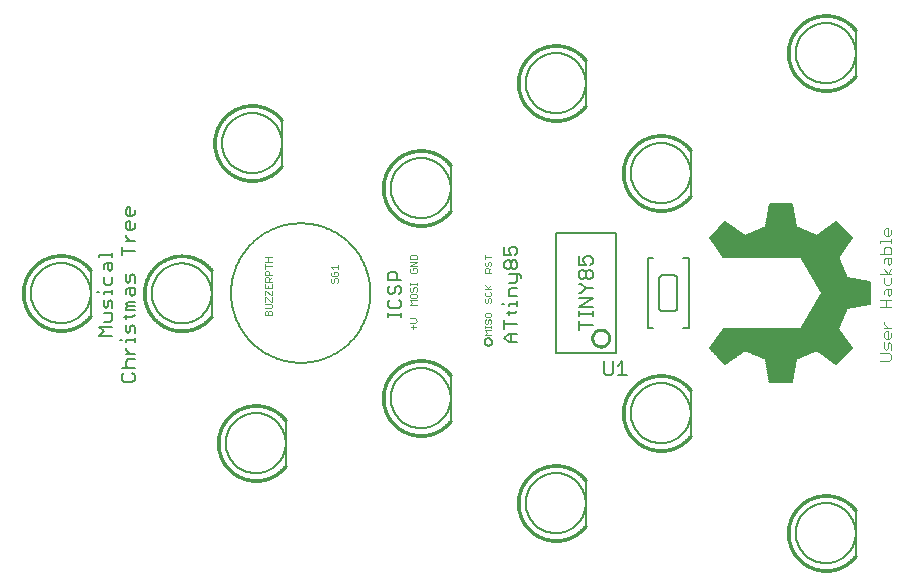
<source format=gto>
G75*
%MOIN*%
%OFA0B0*%
%FSLAX25Y25*%
%IPPOS*%
%LPD*%
%AMOC8*
5,1,8,0,0,1.08239X$1,22.5*
%
%ADD10C,0.00800*%
%ADD11C,0.00300*%
%ADD12C,0.01000*%
%ADD13C,0.00500*%
%ADD14C,0.00100*%
%ADD15C,0.00600*%
%ADD16C,0.00200*%
D10*
X0096000Y0043500D02*
X0096000Y0058500D01*
X0045600Y0072175D02*
X0045600Y0073576D01*
X0044899Y0074277D01*
X0045600Y0076078D02*
X0041396Y0076078D01*
X0042798Y0076779D02*
X0042798Y0078180D01*
X0043498Y0078881D01*
X0045600Y0078881D01*
X0045600Y0080682D02*
X0042798Y0080682D01*
X0044199Y0080682D02*
X0042798Y0082083D01*
X0042798Y0082784D01*
X0042798Y0084519D02*
X0042798Y0085219D01*
X0045600Y0085219D01*
X0045600Y0084519D02*
X0045600Y0085920D01*
X0045600Y0087588D02*
X0045600Y0089690D01*
X0044899Y0090391D01*
X0044199Y0089690D01*
X0044199Y0088289D01*
X0043498Y0087588D01*
X0042798Y0088289D01*
X0042798Y0090391D01*
X0042798Y0092192D02*
X0042798Y0093593D01*
X0042097Y0092893D02*
X0044899Y0092893D01*
X0045600Y0093593D01*
X0045600Y0095261D02*
X0042798Y0095261D01*
X0042798Y0095962D01*
X0043498Y0096663D01*
X0042798Y0097363D01*
X0043498Y0098064D01*
X0045600Y0098064D01*
X0045600Y0096663D02*
X0043498Y0096663D01*
X0044899Y0099865D02*
X0044199Y0100566D01*
X0044199Y0102668D01*
X0043498Y0102668D02*
X0045600Y0102668D01*
X0045600Y0100566D01*
X0044899Y0099865D01*
X0042798Y0100566D02*
X0042798Y0101967D01*
X0043498Y0102668D01*
X0043498Y0104469D02*
X0042798Y0105170D01*
X0042798Y0107272D01*
X0044199Y0106571D02*
X0044199Y0105170D01*
X0043498Y0104469D01*
X0045600Y0104469D02*
X0045600Y0106571D01*
X0044899Y0107272D01*
X0044199Y0106571D01*
X0038100Y0106504D02*
X0038100Y0104403D01*
X0037399Y0103702D01*
X0035998Y0103702D01*
X0035298Y0104403D01*
X0035298Y0106504D01*
X0035298Y0109006D02*
X0035298Y0110408D01*
X0035998Y0111108D01*
X0038100Y0111108D01*
X0038100Y0109006D01*
X0037399Y0108306D01*
X0036699Y0109006D01*
X0036699Y0111108D01*
X0038100Y0112910D02*
X0038100Y0114311D01*
X0038100Y0113610D02*
X0033896Y0113610D01*
X0033896Y0112910D01*
X0031000Y0108500D02*
X0031000Y0093500D01*
X0035298Y0094227D02*
X0038100Y0094227D01*
X0038100Y0092125D01*
X0037399Y0091425D01*
X0035298Y0091425D01*
X0033896Y0089623D02*
X0038100Y0089623D01*
X0035298Y0088222D02*
X0033896Y0089623D01*
X0035298Y0088222D02*
X0033896Y0086821D01*
X0038100Y0086821D01*
X0040696Y0085219D02*
X0041396Y0085219D01*
X0042798Y0076779D02*
X0043498Y0076078D01*
X0042097Y0074277D02*
X0041396Y0073576D01*
X0041396Y0072175D01*
X0042097Y0071474D01*
X0044899Y0071474D01*
X0045600Y0072175D01*
X0071315Y0093402D02*
X0071315Y0108402D01*
X0045600Y0115078D02*
X0041396Y0115078D01*
X0041396Y0113677D02*
X0041396Y0116479D01*
X0042798Y0118281D02*
X0045600Y0118281D01*
X0044199Y0118281D02*
X0042798Y0119682D01*
X0042798Y0120383D01*
X0043498Y0122118D02*
X0042798Y0122818D01*
X0042798Y0124219D01*
X0043498Y0124920D01*
X0044199Y0124920D01*
X0044199Y0122118D01*
X0044899Y0122118D02*
X0043498Y0122118D01*
X0044899Y0122118D02*
X0045600Y0122818D01*
X0045600Y0124219D01*
X0044899Y0126722D02*
X0043498Y0126722D01*
X0042798Y0127422D01*
X0042798Y0128823D01*
X0043498Y0129524D01*
X0044199Y0129524D01*
X0044199Y0126722D01*
X0044899Y0126722D02*
X0045600Y0127422D01*
X0045600Y0128823D01*
X0038100Y0102034D02*
X0038100Y0100633D01*
X0038100Y0101333D02*
X0035298Y0101333D01*
X0035298Y0100633D01*
X0033896Y0101333D02*
X0033196Y0101333D01*
X0035298Y0098831D02*
X0035298Y0096729D01*
X0035998Y0096029D01*
X0036699Y0096729D01*
X0036699Y0098131D01*
X0037399Y0098831D01*
X0038100Y0098131D01*
X0038100Y0096029D01*
X0077772Y0101000D02*
X0077779Y0101570D01*
X0077800Y0102140D01*
X0077835Y0102709D01*
X0077884Y0103277D01*
X0077947Y0103843D01*
X0078023Y0104408D01*
X0078114Y0104971D01*
X0078218Y0105532D01*
X0078336Y0106089D01*
X0078468Y0106644D01*
X0078613Y0107195D01*
X0078772Y0107743D01*
X0078944Y0108286D01*
X0079130Y0108825D01*
X0079328Y0109360D01*
X0079540Y0109889D01*
X0079765Y0110413D01*
X0080002Y0110931D01*
X0080252Y0111444D01*
X0080515Y0111950D01*
X0080790Y0112449D01*
X0081077Y0112942D01*
X0081376Y0113427D01*
X0081687Y0113905D01*
X0082009Y0114375D01*
X0082343Y0114837D01*
X0082688Y0115291D01*
X0083045Y0115736D01*
X0083412Y0116172D01*
X0083789Y0116599D01*
X0084177Y0117017D01*
X0084575Y0117425D01*
X0084983Y0117823D01*
X0085401Y0118211D01*
X0085828Y0118588D01*
X0086264Y0118955D01*
X0086709Y0119312D01*
X0087163Y0119657D01*
X0087625Y0119991D01*
X0088095Y0120313D01*
X0088573Y0120624D01*
X0089058Y0120923D01*
X0089551Y0121210D01*
X0090050Y0121485D01*
X0090556Y0121748D01*
X0091069Y0121998D01*
X0091587Y0122235D01*
X0092111Y0122460D01*
X0092640Y0122672D01*
X0093175Y0122870D01*
X0093714Y0123056D01*
X0094257Y0123228D01*
X0094805Y0123387D01*
X0095356Y0123532D01*
X0095911Y0123664D01*
X0096468Y0123782D01*
X0097029Y0123886D01*
X0097592Y0123977D01*
X0098157Y0124053D01*
X0098723Y0124116D01*
X0099291Y0124165D01*
X0099860Y0124200D01*
X0100430Y0124221D01*
X0101000Y0124228D01*
X0101570Y0124221D01*
X0102140Y0124200D01*
X0102709Y0124165D01*
X0103277Y0124116D01*
X0103843Y0124053D01*
X0104408Y0123977D01*
X0104971Y0123886D01*
X0105532Y0123782D01*
X0106089Y0123664D01*
X0106644Y0123532D01*
X0107195Y0123387D01*
X0107743Y0123228D01*
X0108286Y0123056D01*
X0108825Y0122870D01*
X0109360Y0122672D01*
X0109889Y0122460D01*
X0110413Y0122235D01*
X0110931Y0121998D01*
X0111444Y0121748D01*
X0111950Y0121485D01*
X0112449Y0121210D01*
X0112942Y0120923D01*
X0113427Y0120624D01*
X0113905Y0120313D01*
X0114375Y0119991D01*
X0114837Y0119657D01*
X0115291Y0119312D01*
X0115736Y0118955D01*
X0116172Y0118588D01*
X0116599Y0118211D01*
X0117017Y0117823D01*
X0117425Y0117425D01*
X0117823Y0117017D01*
X0118211Y0116599D01*
X0118588Y0116172D01*
X0118955Y0115736D01*
X0119312Y0115291D01*
X0119657Y0114837D01*
X0119991Y0114375D01*
X0120313Y0113905D01*
X0120624Y0113427D01*
X0120923Y0112942D01*
X0121210Y0112449D01*
X0121485Y0111950D01*
X0121748Y0111444D01*
X0121998Y0110931D01*
X0122235Y0110413D01*
X0122460Y0109889D01*
X0122672Y0109360D01*
X0122870Y0108825D01*
X0123056Y0108286D01*
X0123228Y0107743D01*
X0123387Y0107195D01*
X0123532Y0106644D01*
X0123664Y0106089D01*
X0123782Y0105532D01*
X0123886Y0104971D01*
X0123977Y0104408D01*
X0124053Y0103843D01*
X0124116Y0103277D01*
X0124165Y0102709D01*
X0124200Y0102140D01*
X0124221Y0101570D01*
X0124228Y0101000D01*
X0124221Y0100430D01*
X0124200Y0099860D01*
X0124165Y0099291D01*
X0124116Y0098723D01*
X0124053Y0098157D01*
X0123977Y0097592D01*
X0123886Y0097029D01*
X0123782Y0096468D01*
X0123664Y0095911D01*
X0123532Y0095356D01*
X0123387Y0094805D01*
X0123228Y0094257D01*
X0123056Y0093714D01*
X0122870Y0093175D01*
X0122672Y0092640D01*
X0122460Y0092111D01*
X0122235Y0091587D01*
X0121998Y0091069D01*
X0121748Y0090556D01*
X0121485Y0090050D01*
X0121210Y0089551D01*
X0120923Y0089058D01*
X0120624Y0088573D01*
X0120313Y0088095D01*
X0119991Y0087625D01*
X0119657Y0087163D01*
X0119312Y0086709D01*
X0118955Y0086264D01*
X0118588Y0085828D01*
X0118211Y0085401D01*
X0117823Y0084983D01*
X0117425Y0084575D01*
X0117017Y0084177D01*
X0116599Y0083789D01*
X0116172Y0083412D01*
X0115736Y0083045D01*
X0115291Y0082688D01*
X0114837Y0082343D01*
X0114375Y0082009D01*
X0113905Y0081687D01*
X0113427Y0081376D01*
X0112942Y0081077D01*
X0112449Y0080790D01*
X0111950Y0080515D01*
X0111444Y0080252D01*
X0110931Y0080002D01*
X0110413Y0079765D01*
X0109889Y0079540D01*
X0109360Y0079328D01*
X0108825Y0079130D01*
X0108286Y0078944D01*
X0107743Y0078772D01*
X0107195Y0078613D01*
X0106644Y0078468D01*
X0106089Y0078336D01*
X0105532Y0078218D01*
X0104971Y0078114D01*
X0104408Y0078023D01*
X0103843Y0077947D01*
X0103277Y0077884D01*
X0102709Y0077835D01*
X0102140Y0077800D01*
X0101570Y0077779D01*
X0101000Y0077772D01*
X0100430Y0077779D01*
X0099860Y0077800D01*
X0099291Y0077835D01*
X0098723Y0077884D01*
X0098157Y0077947D01*
X0097592Y0078023D01*
X0097029Y0078114D01*
X0096468Y0078218D01*
X0095911Y0078336D01*
X0095356Y0078468D01*
X0094805Y0078613D01*
X0094257Y0078772D01*
X0093714Y0078944D01*
X0093175Y0079130D01*
X0092640Y0079328D01*
X0092111Y0079540D01*
X0091587Y0079765D01*
X0091069Y0080002D01*
X0090556Y0080252D01*
X0090050Y0080515D01*
X0089551Y0080790D01*
X0089058Y0081077D01*
X0088573Y0081376D01*
X0088095Y0081687D01*
X0087625Y0082009D01*
X0087163Y0082343D01*
X0086709Y0082688D01*
X0086264Y0083045D01*
X0085828Y0083412D01*
X0085401Y0083789D01*
X0084983Y0084177D01*
X0084575Y0084575D01*
X0084177Y0084983D01*
X0083789Y0085401D01*
X0083412Y0085828D01*
X0083045Y0086264D01*
X0082688Y0086709D01*
X0082343Y0087163D01*
X0082009Y0087625D01*
X0081687Y0088095D01*
X0081376Y0088573D01*
X0081077Y0089058D01*
X0080790Y0089551D01*
X0080515Y0090050D01*
X0080252Y0090556D01*
X0080002Y0091069D01*
X0079765Y0091587D01*
X0079540Y0092111D01*
X0079328Y0092640D01*
X0079130Y0093175D01*
X0078944Y0093714D01*
X0078772Y0094257D01*
X0078613Y0094805D01*
X0078468Y0095356D01*
X0078336Y0095911D01*
X0078218Y0096468D01*
X0078114Y0097029D01*
X0078023Y0097592D01*
X0077947Y0098157D01*
X0077884Y0098723D01*
X0077835Y0099291D01*
X0077800Y0099860D01*
X0077779Y0100430D01*
X0077772Y0101000D01*
X0130146Y0101333D02*
X0130847Y0100633D01*
X0131548Y0100633D01*
X0132248Y0101333D01*
X0132248Y0102734D01*
X0132949Y0103435D01*
X0133649Y0103435D01*
X0134350Y0102734D01*
X0134350Y0101333D01*
X0133649Y0100633D01*
X0133649Y0098831D02*
X0134350Y0098131D01*
X0134350Y0096729D01*
X0133649Y0096029D01*
X0130847Y0096029D01*
X0130146Y0096729D01*
X0130146Y0098131D01*
X0130847Y0098831D01*
X0130146Y0101333D02*
X0130146Y0102734D01*
X0130847Y0103435D01*
X0130146Y0105237D02*
X0130146Y0107338D01*
X0130847Y0108039D01*
X0132248Y0108039D01*
X0132949Y0107338D01*
X0132949Y0105237D01*
X0134350Y0105237D02*
X0130146Y0105237D01*
X0130146Y0094361D02*
X0130146Y0092959D01*
X0130146Y0093660D02*
X0134350Y0093660D01*
X0134350Y0092959D02*
X0134350Y0094361D01*
X0151000Y0073500D02*
X0151000Y0058500D01*
X0186000Y0081000D02*
X0202000Y0081000D01*
X0200000Y0081000D01*
X0202000Y0081000D02*
X0206000Y0081000D01*
X0206000Y0121000D01*
X0186000Y0121000D01*
X0186000Y0081000D01*
X0173100Y0084519D02*
X0170298Y0084519D01*
X0168896Y0085920D01*
X0170298Y0087321D01*
X0173100Y0087321D01*
X0170998Y0087321D02*
X0170998Y0084519D01*
X0168896Y0089123D02*
X0168896Y0091925D01*
X0168896Y0090524D02*
X0173100Y0090524D01*
X0172399Y0094427D02*
X0169597Y0094427D01*
X0170298Y0093727D02*
X0170298Y0095128D01*
X0170298Y0096796D02*
X0170298Y0097497D01*
X0173100Y0097497D01*
X0173100Y0098197D02*
X0173100Y0096796D01*
X0173100Y0095128D02*
X0172399Y0094427D01*
X0168896Y0097497D02*
X0168196Y0097497D01*
X0170298Y0099865D02*
X0170298Y0101967D01*
X0170998Y0102668D01*
X0173100Y0102668D01*
X0172399Y0104469D02*
X0170298Y0104469D01*
X0172399Y0104469D02*
X0173100Y0105170D01*
X0173100Y0107272D01*
X0173801Y0107272D02*
X0174501Y0106571D01*
X0174501Y0105870D01*
X0173801Y0107272D02*
X0170298Y0107272D01*
X0170298Y0109073D02*
X0169597Y0109073D01*
X0168896Y0109774D01*
X0168896Y0111175D01*
X0169597Y0111876D01*
X0170298Y0111876D01*
X0170998Y0111175D01*
X0170998Y0109774D01*
X0170298Y0109073D01*
X0170998Y0109774D02*
X0171699Y0109073D01*
X0172399Y0109073D01*
X0173100Y0109774D01*
X0173100Y0111175D01*
X0172399Y0111876D01*
X0171699Y0111876D01*
X0170998Y0111175D01*
X0170998Y0113677D02*
X0170298Y0115078D01*
X0170298Y0115779D01*
X0170998Y0116479D01*
X0172399Y0116479D01*
X0173100Y0115779D01*
X0173100Y0114378D01*
X0172399Y0113677D01*
X0170998Y0113677D02*
X0168896Y0113677D01*
X0168896Y0116479D01*
X0151000Y0128500D02*
X0151000Y0143500D01*
X0196000Y0163500D02*
X0196000Y0178500D01*
X0231000Y0148500D02*
X0231000Y0133500D01*
X0173100Y0099865D02*
X0170298Y0099865D01*
X0231000Y0068500D02*
X0231000Y0053500D01*
X0196000Y0038500D02*
X0196000Y0023500D01*
X0286000Y0028500D02*
X0286000Y0013500D01*
X0094750Y0143500D02*
X0094750Y0158500D01*
X0286000Y0173500D02*
X0286000Y0188500D01*
D11*
X0295998Y0122648D02*
X0296616Y0122648D01*
X0296616Y0120180D01*
X0297233Y0120180D02*
X0295998Y0120180D01*
X0295381Y0120797D01*
X0295381Y0122031D01*
X0295998Y0122648D01*
X0297850Y0122031D02*
X0297850Y0120797D01*
X0297233Y0120180D01*
X0297850Y0118959D02*
X0297850Y0117724D01*
X0297850Y0118341D02*
X0294147Y0118341D01*
X0294147Y0117724D01*
X0295381Y0115893D02*
X0295381Y0114041D01*
X0294147Y0114041D02*
X0297850Y0114041D01*
X0297850Y0115893D01*
X0297233Y0116510D01*
X0295998Y0116510D01*
X0295381Y0115893D01*
X0295998Y0112827D02*
X0297850Y0112827D01*
X0297850Y0110975D01*
X0297233Y0110358D01*
X0296616Y0110975D01*
X0296616Y0112827D01*
X0295998Y0112827D02*
X0295381Y0112209D01*
X0295381Y0110975D01*
X0295381Y0109140D02*
X0296616Y0107289D01*
X0297850Y0109140D01*
X0297850Y0107289D02*
X0294147Y0107289D01*
X0295381Y0106074D02*
X0295381Y0104223D01*
X0295998Y0103605D01*
X0297233Y0103605D01*
X0297850Y0104223D01*
X0297850Y0106074D01*
X0297850Y0102391D02*
X0295998Y0102391D01*
X0295381Y0101774D01*
X0295381Y0100539D01*
X0296616Y0100539D02*
X0296616Y0102391D01*
X0297850Y0102391D02*
X0297850Y0100539D01*
X0297233Y0099922D01*
X0296616Y0100539D01*
X0295998Y0098708D02*
X0295998Y0096239D01*
X0294147Y0096239D02*
X0297850Y0096239D01*
X0297850Y0098708D02*
X0294147Y0098708D01*
X0295381Y0091338D02*
X0295381Y0090721D01*
X0296616Y0089487D01*
X0296616Y0088272D02*
X0296616Y0085804D01*
X0297233Y0085804D02*
X0295998Y0085804D01*
X0295381Y0086421D01*
X0295381Y0087655D01*
X0295998Y0088272D01*
X0296616Y0088272D01*
X0297850Y0087655D02*
X0297850Y0086421D01*
X0297233Y0085804D01*
X0297233Y0084589D02*
X0296616Y0083972D01*
X0296616Y0082738D01*
X0295998Y0082120D01*
X0295381Y0082738D01*
X0295381Y0084589D01*
X0297233Y0084589D02*
X0297850Y0083972D01*
X0297850Y0082120D01*
X0297233Y0080906D02*
X0297850Y0080289D01*
X0297850Y0079054D01*
X0297233Y0078437D01*
X0294147Y0078437D01*
X0294147Y0080906D02*
X0297233Y0080906D01*
X0297850Y0089487D02*
X0295381Y0089487D01*
D12*
X0198172Y0086000D02*
X0198174Y0086106D01*
X0198180Y0086211D01*
X0198190Y0086317D01*
X0198204Y0086421D01*
X0198221Y0086526D01*
X0198243Y0086629D01*
X0198268Y0086732D01*
X0198298Y0086834D01*
X0198331Y0086934D01*
X0198367Y0087033D01*
X0198408Y0087131D01*
X0198452Y0087227D01*
X0198500Y0087321D01*
X0198551Y0087414D01*
X0198605Y0087505D01*
X0198663Y0087593D01*
X0198725Y0087679D01*
X0198789Y0087763D01*
X0198856Y0087845D01*
X0198927Y0087924D01*
X0199000Y0088000D01*
X0199076Y0088073D01*
X0199155Y0088144D01*
X0199237Y0088211D01*
X0199321Y0088275D01*
X0199407Y0088337D01*
X0199495Y0088395D01*
X0199586Y0088449D01*
X0199679Y0088500D01*
X0199773Y0088548D01*
X0199869Y0088592D01*
X0199967Y0088633D01*
X0200066Y0088669D01*
X0200166Y0088702D01*
X0200268Y0088732D01*
X0200371Y0088757D01*
X0200474Y0088779D01*
X0200579Y0088796D01*
X0200683Y0088810D01*
X0200789Y0088820D01*
X0200894Y0088826D01*
X0201000Y0088828D01*
X0201106Y0088826D01*
X0201211Y0088820D01*
X0201317Y0088810D01*
X0201421Y0088796D01*
X0201526Y0088779D01*
X0201629Y0088757D01*
X0201732Y0088732D01*
X0201834Y0088702D01*
X0201934Y0088669D01*
X0202033Y0088633D01*
X0202131Y0088592D01*
X0202227Y0088548D01*
X0202321Y0088500D01*
X0202414Y0088449D01*
X0202505Y0088395D01*
X0202593Y0088337D01*
X0202679Y0088275D01*
X0202763Y0088211D01*
X0202845Y0088144D01*
X0202924Y0088073D01*
X0203000Y0088000D01*
X0203073Y0087924D01*
X0203144Y0087845D01*
X0203211Y0087763D01*
X0203275Y0087679D01*
X0203337Y0087593D01*
X0203395Y0087505D01*
X0203449Y0087414D01*
X0203500Y0087321D01*
X0203548Y0087227D01*
X0203592Y0087131D01*
X0203633Y0087033D01*
X0203669Y0086934D01*
X0203702Y0086834D01*
X0203732Y0086732D01*
X0203757Y0086629D01*
X0203779Y0086526D01*
X0203796Y0086421D01*
X0203810Y0086317D01*
X0203820Y0086211D01*
X0203826Y0086106D01*
X0203828Y0086000D01*
X0203826Y0085894D01*
X0203820Y0085789D01*
X0203810Y0085683D01*
X0203796Y0085579D01*
X0203779Y0085474D01*
X0203757Y0085371D01*
X0203732Y0085268D01*
X0203702Y0085166D01*
X0203669Y0085066D01*
X0203633Y0084967D01*
X0203592Y0084869D01*
X0203548Y0084773D01*
X0203500Y0084679D01*
X0203449Y0084586D01*
X0203395Y0084495D01*
X0203337Y0084407D01*
X0203275Y0084321D01*
X0203211Y0084237D01*
X0203144Y0084155D01*
X0203073Y0084076D01*
X0203000Y0084000D01*
X0202924Y0083927D01*
X0202845Y0083856D01*
X0202763Y0083789D01*
X0202679Y0083725D01*
X0202593Y0083663D01*
X0202505Y0083605D01*
X0202414Y0083551D01*
X0202321Y0083500D01*
X0202227Y0083452D01*
X0202131Y0083408D01*
X0202033Y0083367D01*
X0201934Y0083331D01*
X0201834Y0083298D01*
X0201732Y0083268D01*
X0201629Y0083243D01*
X0201526Y0083221D01*
X0201421Y0083204D01*
X0201317Y0083190D01*
X0201211Y0083180D01*
X0201106Y0083174D01*
X0201000Y0083172D01*
X0200894Y0083174D01*
X0200789Y0083180D01*
X0200683Y0083190D01*
X0200579Y0083204D01*
X0200474Y0083221D01*
X0200371Y0083243D01*
X0200268Y0083268D01*
X0200166Y0083298D01*
X0200066Y0083331D01*
X0199967Y0083367D01*
X0199869Y0083408D01*
X0199773Y0083452D01*
X0199679Y0083500D01*
X0199586Y0083551D01*
X0199495Y0083605D01*
X0199407Y0083663D01*
X0199321Y0083725D01*
X0199237Y0083789D01*
X0199155Y0083856D01*
X0199076Y0083927D01*
X0199000Y0084000D01*
X0198927Y0084076D01*
X0198856Y0084155D01*
X0198789Y0084237D01*
X0198725Y0084321D01*
X0198663Y0084407D01*
X0198605Y0084495D01*
X0198551Y0084586D01*
X0198500Y0084679D01*
X0198452Y0084773D01*
X0198408Y0084869D01*
X0198367Y0084967D01*
X0198331Y0085066D01*
X0198298Y0085166D01*
X0198268Y0085268D01*
X0198243Y0085371D01*
X0198221Y0085474D01*
X0198204Y0085579D01*
X0198190Y0085683D01*
X0198180Y0085789D01*
X0198174Y0085894D01*
X0198172Y0086000D01*
D13*
X0193746Y0088750D02*
X0193746Y0091753D01*
X0193746Y0090251D02*
X0198250Y0090251D01*
X0198250Y0093354D02*
X0198250Y0094855D01*
X0198250Y0094105D02*
X0193746Y0094105D01*
X0193746Y0094855D02*
X0193746Y0093354D01*
X0193746Y0096423D02*
X0198250Y0099426D01*
X0193746Y0099426D01*
X0193746Y0101027D02*
X0194497Y0101027D01*
X0195998Y0102528D01*
X0198250Y0102528D01*
X0195998Y0102528D02*
X0194497Y0104030D01*
X0193746Y0104030D01*
X0194497Y0105631D02*
X0195247Y0105631D01*
X0195998Y0106382D01*
X0195998Y0107883D01*
X0196749Y0108634D01*
X0197499Y0108634D01*
X0198250Y0107883D01*
X0198250Y0106382D01*
X0197499Y0105631D01*
X0196749Y0105631D01*
X0195998Y0106382D01*
X0195998Y0107883D02*
X0195247Y0108634D01*
X0194497Y0108634D01*
X0193746Y0107883D01*
X0193746Y0106382D01*
X0194497Y0105631D01*
X0193746Y0110235D02*
X0195998Y0110235D01*
X0195247Y0111736D01*
X0195247Y0112487D01*
X0195998Y0113238D01*
X0197499Y0113238D01*
X0198250Y0112487D01*
X0198250Y0110986D01*
X0197499Y0110235D01*
X0193746Y0110235D02*
X0193746Y0113238D01*
X0216610Y0112811D02*
X0218579Y0112811D01*
X0216610Y0112811D02*
X0216610Y0089189D01*
X0218579Y0089189D01*
X0221531Y0095094D02*
X0225469Y0095094D01*
X0225469Y0095095D02*
X0225531Y0095097D01*
X0225592Y0095103D01*
X0225653Y0095112D01*
X0225714Y0095126D01*
X0225773Y0095143D01*
X0225831Y0095164D01*
X0225888Y0095189D01*
X0225943Y0095217D01*
X0225996Y0095248D01*
X0226047Y0095283D01*
X0226096Y0095321D01*
X0226143Y0095362D01*
X0226186Y0095405D01*
X0226227Y0095452D01*
X0226265Y0095501D01*
X0226300Y0095552D01*
X0226331Y0095605D01*
X0226359Y0095660D01*
X0226384Y0095717D01*
X0226405Y0095775D01*
X0226422Y0095834D01*
X0226436Y0095895D01*
X0226445Y0095956D01*
X0226451Y0096017D01*
X0226453Y0096079D01*
X0226453Y0105921D01*
X0226451Y0105983D01*
X0226445Y0106044D01*
X0226436Y0106105D01*
X0226422Y0106166D01*
X0226405Y0106225D01*
X0226384Y0106283D01*
X0226359Y0106340D01*
X0226331Y0106395D01*
X0226300Y0106448D01*
X0226265Y0106499D01*
X0226227Y0106548D01*
X0226186Y0106595D01*
X0226143Y0106638D01*
X0226096Y0106679D01*
X0226047Y0106717D01*
X0225996Y0106752D01*
X0225943Y0106783D01*
X0225888Y0106811D01*
X0225831Y0106836D01*
X0225773Y0106857D01*
X0225714Y0106874D01*
X0225653Y0106888D01*
X0225592Y0106897D01*
X0225531Y0106903D01*
X0225469Y0106905D01*
X0225469Y0106906D02*
X0221531Y0106906D01*
X0221531Y0106905D02*
X0221469Y0106903D01*
X0221408Y0106897D01*
X0221347Y0106888D01*
X0221286Y0106874D01*
X0221227Y0106857D01*
X0221169Y0106836D01*
X0221112Y0106811D01*
X0221057Y0106783D01*
X0221004Y0106752D01*
X0220953Y0106717D01*
X0220904Y0106679D01*
X0220857Y0106638D01*
X0220814Y0106595D01*
X0220773Y0106548D01*
X0220735Y0106499D01*
X0220700Y0106448D01*
X0220669Y0106395D01*
X0220641Y0106340D01*
X0220616Y0106283D01*
X0220595Y0106225D01*
X0220578Y0106166D01*
X0220564Y0106105D01*
X0220555Y0106044D01*
X0220549Y0105983D01*
X0220547Y0105921D01*
X0220547Y0096079D01*
X0220549Y0096017D01*
X0220555Y0095956D01*
X0220564Y0095895D01*
X0220578Y0095834D01*
X0220595Y0095775D01*
X0220616Y0095717D01*
X0220641Y0095660D01*
X0220669Y0095605D01*
X0220700Y0095552D01*
X0220735Y0095501D01*
X0220773Y0095452D01*
X0220814Y0095405D01*
X0220857Y0095362D01*
X0220904Y0095321D01*
X0220953Y0095283D01*
X0221004Y0095248D01*
X0221057Y0095217D01*
X0221112Y0095189D01*
X0221169Y0095164D01*
X0221227Y0095143D01*
X0221286Y0095126D01*
X0221347Y0095112D01*
X0221408Y0095103D01*
X0221469Y0095097D01*
X0221531Y0095095D01*
X0228421Y0089189D02*
X0230390Y0089189D01*
X0230390Y0112811D01*
X0228421Y0112811D01*
X0237584Y0119147D02*
X0284416Y0119147D01*
X0284640Y0119470D02*
X0279470Y0124640D01*
X0272923Y0120081D01*
X0266061Y0122923D01*
X0264656Y0130776D01*
X0257344Y0130776D01*
X0255939Y0122923D01*
X0249077Y0120081D01*
X0242530Y0124640D01*
X0237360Y0119470D01*
X0241919Y0112923D01*
X0254100Y0112951D01*
X0267900Y0112951D01*
X0274800Y0101000D01*
X0267900Y0089049D01*
X0254100Y0089049D01*
X0241919Y0089077D01*
X0237360Y0082530D01*
X0242530Y0077360D01*
X0249077Y0081919D01*
X0255939Y0079077D01*
X0257344Y0071224D01*
X0264656Y0071224D01*
X0266061Y0079077D01*
X0272923Y0081919D01*
X0279470Y0077360D01*
X0284640Y0082530D01*
X0280081Y0089077D01*
X0282923Y0095939D01*
X0290776Y0097344D01*
X0290776Y0104656D01*
X0282923Y0106061D01*
X0280081Y0112923D01*
X0284640Y0119470D01*
X0284464Y0119646D02*
X0237536Y0119646D01*
X0238034Y0120144D02*
X0248986Y0120144D01*
X0249229Y0120144D02*
X0272771Y0120144D01*
X0273014Y0120144D02*
X0283966Y0120144D01*
X0283467Y0120643D02*
X0273730Y0120643D01*
X0274445Y0121141D02*
X0282969Y0121141D01*
X0282470Y0121640D02*
X0275161Y0121640D01*
X0275877Y0122138D02*
X0281972Y0122138D01*
X0281473Y0122637D02*
X0276593Y0122637D01*
X0277309Y0123135D02*
X0280975Y0123135D01*
X0280476Y0123634D02*
X0278025Y0123634D01*
X0278740Y0124132D02*
X0279978Y0124132D01*
X0279479Y0124631D02*
X0279456Y0124631D01*
X0284068Y0118649D02*
X0237932Y0118649D01*
X0238279Y0118150D02*
X0283721Y0118150D01*
X0283374Y0117652D02*
X0238626Y0117652D01*
X0238973Y0117153D02*
X0283027Y0117153D01*
X0282680Y0116655D02*
X0239320Y0116655D01*
X0239667Y0116156D02*
X0282333Y0116156D01*
X0281985Y0115658D02*
X0240015Y0115658D01*
X0240362Y0115159D02*
X0281638Y0115159D01*
X0281291Y0114661D02*
X0240709Y0114661D01*
X0241056Y0114162D02*
X0280944Y0114162D01*
X0280597Y0113664D02*
X0241403Y0113664D01*
X0241750Y0113165D02*
X0280250Y0113165D01*
X0280187Y0112667D02*
X0268064Y0112667D01*
X0268352Y0112168D02*
X0280394Y0112168D01*
X0280600Y0111670D02*
X0268640Y0111670D01*
X0268928Y0111171D02*
X0280807Y0111171D01*
X0281013Y0110672D02*
X0269216Y0110672D01*
X0269503Y0110174D02*
X0281220Y0110174D01*
X0281426Y0109675D02*
X0269791Y0109675D01*
X0270079Y0109177D02*
X0281633Y0109177D01*
X0281839Y0108678D02*
X0270367Y0108678D01*
X0270655Y0108180D02*
X0282046Y0108180D01*
X0282252Y0107681D02*
X0270942Y0107681D01*
X0271230Y0107183D02*
X0282459Y0107183D01*
X0282665Y0106684D02*
X0271518Y0106684D01*
X0271806Y0106186D02*
X0282872Y0106186D01*
X0285013Y0105687D02*
X0272094Y0105687D01*
X0272382Y0105189D02*
X0287799Y0105189D01*
X0290585Y0104690D02*
X0272669Y0104690D01*
X0272957Y0104192D02*
X0290776Y0104192D01*
X0290776Y0103693D02*
X0273245Y0103693D01*
X0273533Y0103195D02*
X0290776Y0103195D01*
X0290776Y0102696D02*
X0273821Y0102696D01*
X0274108Y0102198D02*
X0290776Y0102198D01*
X0290776Y0101699D02*
X0274396Y0101699D01*
X0274684Y0101201D02*
X0290776Y0101201D01*
X0290776Y0100702D02*
X0274628Y0100702D01*
X0274340Y0100204D02*
X0290776Y0100204D01*
X0290776Y0099705D02*
X0274052Y0099705D01*
X0273765Y0099207D02*
X0290776Y0099207D01*
X0290776Y0098708D02*
X0273477Y0098708D01*
X0273189Y0098210D02*
X0290776Y0098210D01*
X0290776Y0097711D02*
X0272901Y0097711D01*
X0272613Y0097213D02*
X0290043Y0097213D01*
X0287257Y0096714D02*
X0272326Y0096714D01*
X0272038Y0096216D02*
X0284472Y0096216D01*
X0282832Y0095717D02*
X0271750Y0095717D01*
X0271462Y0095219D02*
X0282625Y0095219D01*
X0282419Y0094720D02*
X0271174Y0094720D01*
X0270887Y0094222D02*
X0282212Y0094222D01*
X0282006Y0093723D02*
X0270599Y0093723D01*
X0270311Y0093225D02*
X0281799Y0093225D01*
X0281593Y0092726D02*
X0270023Y0092726D01*
X0269735Y0092228D02*
X0281386Y0092228D01*
X0281180Y0091729D02*
X0269447Y0091729D01*
X0269160Y0091231D02*
X0280973Y0091231D01*
X0280767Y0090732D02*
X0268872Y0090732D01*
X0268584Y0090234D02*
X0280560Y0090234D01*
X0280354Y0089735D02*
X0268296Y0089735D01*
X0268008Y0089237D02*
X0280147Y0089237D01*
X0280317Y0088738D02*
X0241683Y0088738D01*
X0241336Y0088239D02*
X0280664Y0088239D01*
X0281011Y0087741D02*
X0240989Y0087741D01*
X0240641Y0087242D02*
X0281359Y0087242D01*
X0281706Y0086744D02*
X0240294Y0086744D01*
X0239947Y0086245D02*
X0282053Y0086245D01*
X0282400Y0085747D02*
X0239600Y0085747D01*
X0239253Y0085248D02*
X0282747Y0085248D01*
X0283094Y0084750D02*
X0238906Y0084750D01*
X0238558Y0084251D02*
X0283442Y0084251D01*
X0283789Y0083753D02*
X0238211Y0083753D01*
X0237864Y0083254D02*
X0284136Y0083254D01*
X0284483Y0082756D02*
X0237517Y0082756D01*
X0237632Y0082257D02*
X0284368Y0082257D01*
X0283869Y0081759D02*
X0273153Y0081759D01*
X0272537Y0081759D02*
X0249463Y0081759D01*
X0248847Y0081759D02*
X0238131Y0081759D01*
X0238630Y0081260D02*
X0248131Y0081260D01*
X0247415Y0080762D02*
X0239128Y0080762D01*
X0239627Y0080263D02*
X0246699Y0080263D01*
X0245984Y0079765D02*
X0240125Y0079765D01*
X0240624Y0079266D02*
X0245268Y0079266D01*
X0244552Y0078768D02*
X0241122Y0078768D01*
X0241621Y0078269D02*
X0243836Y0078269D01*
X0243120Y0077771D02*
X0242119Y0077771D01*
X0250667Y0081260D02*
X0271333Y0081260D01*
X0270130Y0080762D02*
X0251870Y0080762D01*
X0253074Y0080263D02*
X0268926Y0080263D01*
X0267723Y0079765D02*
X0254277Y0079765D01*
X0255481Y0079266D02*
X0266519Y0079266D01*
X0266006Y0078768D02*
X0255994Y0078768D01*
X0256083Y0078269D02*
X0265917Y0078269D01*
X0265828Y0077771D02*
X0256172Y0077771D01*
X0256262Y0077272D02*
X0265738Y0077272D01*
X0265649Y0076774D02*
X0256351Y0076774D01*
X0256440Y0076275D02*
X0265560Y0076275D01*
X0265471Y0075777D02*
X0256529Y0075777D01*
X0256618Y0075278D02*
X0265382Y0075278D01*
X0265292Y0074780D02*
X0256708Y0074780D01*
X0256797Y0074281D02*
X0265203Y0074281D01*
X0265114Y0073783D02*
X0256886Y0073783D01*
X0256975Y0073284D02*
X0265025Y0073284D01*
X0264936Y0072786D02*
X0257064Y0072786D01*
X0257154Y0072287D02*
X0264846Y0072287D01*
X0264757Y0071789D02*
X0257243Y0071789D01*
X0257332Y0071290D02*
X0264668Y0071290D01*
X0274585Y0080762D02*
X0282872Y0080762D01*
X0283370Y0081260D02*
X0273869Y0081260D01*
X0275301Y0080263D02*
X0282373Y0080263D01*
X0281875Y0079765D02*
X0276016Y0079765D01*
X0276732Y0079266D02*
X0281376Y0079266D01*
X0280878Y0078768D02*
X0277448Y0078768D01*
X0278164Y0078269D02*
X0280379Y0078269D01*
X0279881Y0077771D02*
X0278880Y0077771D01*
X0271567Y0120643D02*
X0250433Y0120643D01*
X0251636Y0121141D02*
X0270364Y0121141D01*
X0269160Y0121640D02*
X0252840Y0121640D01*
X0254043Y0122138D02*
X0267957Y0122138D01*
X0266753Y0122637D02*
X0255247Y0122637D01*
X0255977Y0123135D02*
X0266023Y0123135D01*
X0265934Y0123634D02*
X0256066Y0123634D01*
X0256155Y0124132D02*
X0265845Y0124132D01*
X0265756Y0124631D02*
X0256244Y0124631D01*
X0256333Y0125129D02*
X0265667Y0125129D01*
X0265577Y0125628D02*
X0256423Y0125628D01*
X0256512Y0126126D02*
X0265488Y0126126D01*
X0265399Y0126625D02*
X0256601Y0126625D01*
X0256690Y0127123D02*
X0265310Y0127123D01*
X0265221Y0127622D02*
X0256779Y0127622D01*
X0256869Y0128120D02*
X0265131Y0128120D01*
X0265042Y0128619D02*
X0256958Y0128619D01*
X0257047Y0129117D02*
X0264953Y0129117D01*
X0264864Y0129616D02*
X0257136Y0129616D01*
X0257225Y0130114D02*
X0264775Y0130114D01*
X0264685Y0130613D02*
X0257315Y0130613D01*
X0246839Y0121640D02*
X0239530Y0121640D01*
X0240028Y0122138D02*
X0246123Y0122138D01*
X0245407Y0122637D02*
X0240527Y0122637D01*
X0241025Y0123135D02*
X0244691Y0123135D01*
X0243975Y0123634D02*
X0241524Y0123634D01*
X0242022Y0124132D02*
X0243260Y0124132D01*
X0242544Y0124631D02*
X0242521Y0124631D01*
X0239031Y0121141D02*
X0247555Y0121141D01*
X0248270Y0120643D02*
X0238533Y0120643D01*
X0198250Y0096423D02*
X0193746Y0096423D01*
X0202042Y0078254D02*
X0202042Y0074501D01*
X0202793Y0073750D01*
X0204294Y0073750D01*
X0205045Y0074501D01*
X0205045Y0078254D01*
X0206646Y0076753D02*
X0208147Y0078254D01*
X0208147Y0073750D01*
X0206646Y0073750D02*
X0209649Y0073750D01*
X0162250Y0084750D02*
X0162252Y0084820D01*
X0162258Y0084890D01*
X0162268Y0084959D01*
X0162281Y0085028D01*
X0162299Y0085096D01*
X0162320Y0085163D01*
X0162345Y0085228D01*
X0162374Y0085292D01*
X0162406Y0085355D01*
X0162442Y0085415D01*
X0162481Y0085473D01*
X0162523Y0085529D01*
X0162568Y0085583D01*
X0162616Y0085634D01*
X0162667Y0085682D01*
X0162721Y0085727D01*
X0162777Y0085769D01*
X0162835Y0085808D01*
X0162895Y0085844D01*
X0162958Y0085876D01*
X0163022Y0085905D01*
X0163087Y0085930D01*
X0163154Y0085951D01*
X0163222Y0085969D01*
X0163291Y0085982D01*
X0163360Y0085992D01*
X0163430Y0085998D01*
X0163500Y0086000D01*
X0163570Y0085998D01*
X0163640Y0085992D01*
X0163709Y0085982D01*
X0163778Y0085969D01*
X0163846Y0085951D01*
X0163913Y0085930D01*
X0163978Y0085905D01*
X0164042Y0085876D01*
X0164105Y0085844D01*
X0164165Y0085808D01*
X0164223Y0085769D01*
X0164279Y0085727D01*
X0164333Y0085682D01*
X0164384Y0085634D01*
X0164432Y0085583D01*
X0164477Y0085529D01*
X0164519Y0085473D01*
X0164558Y0085415D01*
X0164594Y0085355D01*
X0164626Y0085292D01*
X0164655Y0085228D01*
X0164680Y0085163D01*
X0164701Y0085096D01*
X0164719Y0085028D01*
X0164732Y0084959D01*
X0164742Y0084890D01*
X0164748Y0084820D01*
X0164750Y0084750D01*
X0164748Y0084680D01*
X0164742Y0084610D01*
X0164732Y0084541D01*
X0164719Y0084472D01*
X0164701Y0084404D01*
X0164680Y0084337D01*
X0164655Y0084272D01*
X0164626Y0084208D01*
X0164594Y0084145D01*
X0164558Y0084085D01*
X0164519Y0084027D01*
X0164477Y0083971D01*
X0164432Y0083917D01*
X0164384Y0083866D01*
X0164333Y0083818D01*
X0164279Y0083773D01*
X0164223Y0083731D01*
X0164165Y0083692D01*
X0164105Y0083656D01*
X0164042Y0083624D01*
X0163978Y0083595D01*
X0163913Y0083570D01*
X0163846Y0083549D01*
X0163778Y0083531D01*
X0163709Y0083518D01*
X0163640Y0083508D01*
X0163570Y0083502D01*
X0163500Y0083500D01*
X0163430Y0083502D01*
X0163360Y0083508D01*
X0163291Y0083518D01*
X0163222Y0083531D01*
X0163154Y0083549D01*
X0163087Y0083570D01*
X0163022Y0083595D01*
X0162958Y0083624D01*
X0162895Y0083656D01*
X0162835Y0083692D01*
X0162777Y0083731D01*
X0162721Y0083773D01*
X0162667Y0083818D01*
X0162616Y0083866D01*
X0162568Y0083917D01*
X0162523Y0083971D01*
X0162481Y0084027D01*
X0162442Y0084085D01*
X0162406Y0084145D01*
X0162374Y0084208D01*
X0162345Y0084272D01*
X0162320Y0084337D01*
X0162299Y0084404D01*
X0162281Y0084472D01*
X0162268Y0084541D01*
X0162258Y0084610D01*
X0162252Y0084680D01*
X0162250Y0084750D01*
D14*
X0096329Y0058809D02*
X0095609Y0058269D01*
X0095610Y0058270D02*
X0095429Y0058503D01*
X0095243Y0058731D01*
X0095051Y0058955D01*
X0094854Y0059174D01*
X0094652Y0059388D01*
X0094444Y0059597D01*
X0094231Y0059800D01*
X0094014Y0059999D01*
X0093791Y0060192D01*
X0093564Y0060380D01*
X0093333Y0060562D01*
X0093097Y0060739D01*
X0092856Y0060909D01*
X0092612Y0061074D01*
X0092364Y0061232D01*
X0092112Y0061385D01*
X0091856Y0061531D01*
X0091597Y0061671D01*
X0091334Y0061805D01*
X0091069Y0061932D01*
X0090800Y0062053D01*
X0090528Y0062167D01*
X0090254Y0062274D01*
X0089977Y0062375D01*
X0089698Y0062469D01*
X0089416Y0062556D01*
X0089133Y0062636D01*
X0088847Y0062709D01*
X0088560Y0062775D01*
X0088271Y0062834D01*
X0087981Y0062886D01*
X0087690Y0062931D01*
X0087398Y0062969D01*
X0087105Y0062999D01*
X0086811Y0063023D01*
X0086517Y0063039D01*
X0086223Y0063048D01*
X0085928Y0063050D01*
X0085633Y0063044D01*
X0085339Y0063032D01*
X0085045Y0063012D01*
X0084752Y0062985D01*
X0084459Y0062951D01*
X0084167Y0062910D01*
X0083877Y0062861D01*
X0083587Y0062806D01*
X0083300Y0062744D01*
X0083013Y0062674D01*
X0082729Y0062597D01*
X0082446Y0062514D01*
X0082166Y0062424D01*
X0081888Y0062327D01*
X0081612Y0062223D01*
X0081339Y0062112D01*
X0081069Y0061995D01*
X0080801Y0061871D01*
X0080537Y0061741D01*
X0080276Y0061604D01*
X0080019Y0061461D01*
X0079765Y0061311D01*
X0079514Y0061156D01*
X0079268Y0060994D01*
X0079026Y0060827D01*
X0078788Y0060653D01*
X0078554Y0060474D01*
X0078324Y0060289D01*
X0078100Y0060099D01*
X0077879Y0059903D01*
X0077664Y0059702D01*
X0077454Y0059495D01*
X0077249Y0059284D01*
X0077049Y0059067D01*
X0076854Y0058846D01*
X0076665Y0058620D01*
X0076482Y0058390D01*
X0076304Y0058155D01*
X0076132Y0057915D01*
X0075966Y0057672D01*
X0075806Y0057425D01*
X0075652Y0057174D01*
X0075504Y0056919D01*
X0075362Y0056660D01*
X0075227Y0056399D01*
X0075098Y0056134D01*
X0074976Y0055866D01*
X0074860Y0055595D01*
X0074751Y0055321D01*
X0074649Y0055045D01*
X0074554Y0054766D01*
X0074465Y0054485D01*
X0074383Y0054202D01*
X0074308Y0053917D01*
X0074241Y0053630D01*
X0074180Y0053342D01*
X0074126Y0053052D01*
X0074079Y0052761D01*
X0074040Y0052469D01*
X0074008Y0052177D01*
X0073982Y0051883D01*
X0073964Y0051589D01*
X0073954Y0051295D01*
X0073950Y0051000D01*
X0073954Y0050705D01*
X0073964Y0050411D01*
X0073982Y0050117D01*
X0074008Y0049823D01*
X0074040Y0049531D01*
X0074079Y0049239D01*
X0074126Y0048948D01*
X0074180Y0048658D01*
X0074241Y0048370D01*
X0074308Y0048083D01*
X0074383Y0047798D01*
X0074465Y0047515D01*
X0074554Y0047234D01*
X0074649Y0046955D01*
X0074751Y0046679D01*
X0074860Y0046405D01*
X0074976Y0046134D01*
X0075098Y0045866D01*
X0075227Y0045601D01*
X0075362Y0045340D01*
X0075504Y0045081D01*
X0075652Y0044826D01*
X0075806Y0044575D01*
X0075966Y0044328D01*
X0076132Y0044085D01*
X0076304Y0043845D01*
X0076482Y0043610D01*
X0076665Y0043380D01*
X0076854Y0043154D01*
X0077049Y0042933D01*
X0077249Y0042716D01*
X0077454Y0042505D01*
X0077664Y0042298D01*
X0077879Y0042097D01*
X0078100Y0041901D01*
X0078324Y0041711D01*
X0078554Y0041526D01*
X0078788Y0041347D01*
X0079026Y0041173D01*
X0079268Y0041006D01*
X0079514Y0040844D01*
X0079765Y0040689D01*
X0080019Y0040539D01*
X0080276Y0040396D01*
X0080537Y0040259D01*
X0080801Y0040129D01*
X0081069Y0040005D01*
X0081339Y0039888D01*
X0081612Y0039777D01*
X0081888Y0039673D01*
X0082166Y0039576D01*
X0082446Y0039486D01*
X0082729Y0039403D01*
X0083013Y0039326D01*
X0083300Y0039256D01*
X0083587Y0039194D01*
X0083877Y0039139D01*
X0084167Y0039090D01*
X0084459Y0039049D01*
X0084752Y0039015D01*
X0085045Y0038988D01*
X0085339Y0038968D01*
X0085633Y0038956D01*
X0085928Y0038950D01*
X0086223Y0038952D01*
X0086517Y0038961D01*
X0086811Y0038977D01*
X0087105Y0039001D01*
X0087398Y0039031D01*
X0087690Y0039069D01*
X0087981Y0039114D01*
X0088271Y0039166D01*
X0088560Y0039225D01*
X0088847Y0039291D01*
X0089133Y0039364D01*
X0089416Y0039444D01*
X0089698Y0039531D01*
X0089977Y0039625D01*
X0090254Y0039726D01*
X0090528Y0039833D01*
X0090800Y0039947D01*
X0091069Y0040068D01*
X0091334Y0040195D01*
X0091597Y0040329D01*
X0091856Y0040469D01*
X0092112Y0040615D01*
X0092364Y0040768D01*
X0092612Y0040926D01*
X0092856Y0041091D01*
X0093097Y0041261D01*
X0093333Y0041438D01*
X0093564Y0041620D01*
X0093791Y0041808D01*
X0094014Y0042001D01*
X0094231Y0042200D01*
X0094444Y0042403D01*
X0094652Y0042612D01*
X0094854Y0042826D01*
X0095051Y0043045D01*
X0095243Y0043269D01*
X0095429Y0043497D01*
X0095610Y0043730D01*
X0096329Y0043191D01*
X0096330Y0043190D01*
X0096136Y0042940D01*
X0095936Y0042694D01*
X0095730Y0042454D01*
X0095518Y0042219D01*
X0095300Y0041989D01*
X0095077Y0041764D01*
X0094849Y0041545D01*
X0094615Y0041331D01*
X0094376Y0041123D01*
X0094132Y0040921D01*
X0093883Y0040726D01*
X0093629Y0040536D01*
X0093371Y0040353D01*
X0093109Y0040176D01*
X0092842Y0040005D01*
X0092571Y0039841D01*
X0092296Y0039684D01*
X0092018Y0039533D01*
X0091735Y0039389D01*
X0091450Y0039253D01*
X0091161Y0039123D01*
X0090869Y0039000D01*
X0090574Y0038885D01*
X0090277Y0038777D01*
X0089976Y0038676D01*
X0089674Y0038582D01*
X0089369Y0038496D01*
X0089062Y0038417D01*
X0088754Y0038346D01*
X0088444Y0038283D01*
X0088132Y0038227D01*
X0087819Y0038178D01*
X0087505Y0038138D01*
X0087190Y0038105D01*
X0086874Y0038080D01*
X0086558Y0038062D01*
X0086242Y0038052D01*
X0085925Y0038050D01*
X0085608Y0038056D01*
X0085292Y0038069D01*
X0084976Y0038091D01*
X0084661Y0038119D01*
X0084346Y0038156D01*
X0084033Y0038200D01*
X0083720Y0038252D01*
X0083409Y0038312D01*
X0083100Y0038379D01*
X0082792Y0038454D01*
X0082486Y0038536D01*
X0082183Y0038625D01*
X0081881Y0038722D01*
X0081582Y0038827D01*
X0081286Y0038939D01*
X0080992Y0039057D01*
X0080702Y0039183D01*
X0080415Y0039316D01*
X0080130Y0039457D01*
X0079850Y0039604D01*
X0079573Y0039757D01*
X0079300Y0039918D01*
X0079031Y0040085D01*
X0078766Y0040259D01*
X0078506Y0040439D01*
X0078250Y0040625D01*
X0077999Y0040818D01*
X0077752Y0041016D01*
X0077510Y0041221D01*
X0077274Y0041431D01*
X0077042Y0041648D01*
X0076817Y0041870D01*
X0076596Y0042097D01*
X0076381Y0042329D01*
X0076172Y0042567D01*
X0075969Y0042810D01*
X0075771Y0043058D01*
X0075580Y0043310D01*
X0075395Y0043567D01*
X0075217Y0043829D01*
X0075045Y0044095D01*
X0074879Y0044364D01*
X0074720Y0044638D01*
X0074568Y0044916D01*
X0074423Y0045197D01*
X0074284Y0045482D01*
X0074153Y0045770D01*
X0074029Y0046062D01*
X0073911Y0046356D01*
X0073801Y0046653D01*
X0073699Y0046952D01*
X0073604Y0047254D01*
X0073516Y0047558D01*
X0073435Y0047865D01*
X0073362Y0048173D01*
X0073297Y0048483D01*
X0073239Y0048794D01*
X0073189Y0049107D01*
X0073147Y0049421D01*
X0073112Y0049735D01*
X0073085Y0050051D01*
X0073065Y0050367D01*
X0073054Y0050683D01*
X0073050Y0051000D01*
X0073054Y0051317D01*
X0073065Y0051633D01*
X0073085Y0051949D01*
X0073112Y0052265D01*
X0073147Y0052579D01*
X0073189Y0052893D01*
X0073239Y0053206D01*
X0073297Y0053517D01*
X0073362Y0053827D01*
X0073435Y0054135D01*
X0073516Y0054442D01*
X0073604Y0054746D01*
X0073699Y0055048D01*
X0073801Y0055347D01*
X0073911Y0055644D01*
X0074029Y0055938D01*
X0074153Y0056230D01*
X0074284Y0056518D01*
X0074423Y0056803D01*
X0074568Y0057084D01*
X0074720Y0057362D01*
X0074879Y0057636D01*
X0075045Y0057905D01*
X0075217Y0058171D01*
X0075395Y0058433D01*
X0075580Y0058690D01*
X0075771Y0058942D01*
X0075969Y0059190D01*
X0076172Y0059433D01*
X0076381Y0059671D01*
X0076596Y0059903D01*
X0076817Y0060130D01*
X0077042Y0060352D01*
X0077274Y0060569D01*
X0077510Y0060779D01*
X0077752Y0060984D01*
X0077999Y0061182D01*
X0078250Y0061375D01*
X0078506Y0061561D01*
X0078766Y0061741D01*
X0079031Y0061915D01*
X0079300Y0062082D01*
X0079573Y0062243D01*
X0079850Y0062396D01*
X0080130Y0062543D01*
X0080415Y0062684D01*
X0080702Y0062817D01*
X0080992Y0062943D01*
X0081286Y0063061D01*
X0081582Y0063173D01*
X0081881Y0063278D01*
X0082183Y0063375D01*
X0082486Y0063464D01*
X0082792Y0063546D01*
X0083100Y0063621D01*
X0083409Y0063688D01*
X0083720Y0063748D01*
X0084033Y0063800D01*
X0084346Y0063844D01*
X0084661Y0063881D01*
X0084976Y0063909D01*
X0085292Y0063931D01*
X0085608Y0063944D01*
X0085925Y0063950D01*
X0086242Y0063948D01*
X0086558Y0063938D01*
X0086874Y0063920D01*
X0087190Y0063895D01*
X0087505Y0063862D01*
X0087819Y0063822D01*
X0088132Y0063773D01*
X0088444Y0063717D01*
X0088754Y0063654D01*
X0089062Y0063583D01*
X0089369Y0063504D01*
X0089674Y0063418D01*
X0089976Y0063324D01*
X0090277Y0063223D01*
X0090574Y0063115D01*
X0090869Y0063000D01*
X0091161Y0062877D01*
X0091450Y0062747D01*
X0091735Y0062611D01*
X0092018Y0062467D01*
X0092296Y0062316D01*
X0092571Y0062159D01*
X0092842Y0061995D01*
X0093109Y0061824D01*
X0093371Y0061647D01*
X0093629Y0061464D01*
X0093883Y0061274D01*
X0094132Y0061079D01*
X0094376Y0060877D01*
X0094615Y0060669D01*
X0094849Y0060455D01*
X0095077Y0060236D01*
X0095300Y0060011D01*
X0095518Y0059781D01*
X0095730Y0059546D01*
X0095936Y0059306D01*
X0096136Y0059060D01*
X0096330Y0058810D01*
X0096255Y0058754D01*
X0096062Y0059002D01*
X0095863Y0059246D01*
X0095659Y0059484D01*
X0095449Y0059718D01*
X0095233Y0059946D01*
X0095011Y0060169D01*
X0094784Y0060387D01*
X0094552Y0060599D01*
X0094315Y0060805D01*
X0094073Y0061006D01*
X0093825Y0061200D01*
X0093574Y0061388D01*
X0093317Y0061570D01*
X0093057Y0061746D01*
X0092792Y0061915D01*
X0092523Y0062078D01*
X0092250Y0062234D01*
X0091974Y0062384D01*
X0091694Y0062526D01*
X0091410Y0062662D01*
X0091123Y0062791D01*
X0090833Y0062913D01*
X0090541Y0063027D01*
X0090245Y0063135D01*
X0089947Y0063235D01*
X0089647Y0063328D01*
X0089344Y0063413D01*
X0089040Y0063491D01*
X0088734Y0063562D01*
X0088426Y0063625D01*
X0088116Y0063681D01*
X0087806Y0063729D01*
X0087494Y0063769D01*
X0087181Y0063802D01*
X0086868Y0063827D01*
X0086554Y0063844D01*
X0086240Y0063854D01*
X0085925Y0063856D01*
X0085611Y0063850D01*
X0085297Y0063837D01*
X0084983Y0063816D01*
X0084670Y0063787D01*
X0084358Y0063751D01*
X0084047Y0063707D01*
X0083737Y0063655D01*
X0083428Y0063596D01*
X0083121Y0063529D01*
X0082815Y0063455D01*
X0082512Y0063374D01*
X0082210Y0063285D01*
X0081911Y0063188D01*
X0081614Y0063085D01*
X0081320Y0062974D01*
X0081029Y0062856D01*
X0080740Y0062731D01*
X0080455Y0062599D01*
X0080173Y0062460D01*
X0079895Y0062314D01*
X0079620Y0062161D01*
X0079349Y0062002D01*
X0079082Y0061836D01*
X0078819Y0061663D01*
X0078560Y0061485D01*
X0078306Y0061300D01*
X0078057Y0061108D01*
X0077812Y0060911D01*
X0077572Y0060708D01*
X0077337Y0060499D01*
X0077107Y0060284D01*
X0076883Y0060064D01*
X0076664Y0059839D01*
X0076451Y0059608D01*
X0076243Y0059372D01*
X0076041Y0059130D01*
X0075846Y0058885D01*
X0075656Y0058634D01*
X0075472Y0058379D01*
X0075295Y0058119D01*
X0075124Y0057855D01*
X0074960Y0057587D01*
X0074802Y0057315D01*
X0074651Y0057040D01*
X0074507Y0056760D01*
X0074369Y0056478D01*
X0074239Y0056192D01*
X0074115Y0055903D01*
X0073999Y0055610D01*
X0073890Y0055316D01*
X0073788Y0055018D01*
X0073694Y0054719D01*
X0073606Y0054416D01*
X0073526Y0054112D01*
X0073454Y0053807D01*
X0073389Y0053499D01*
X0073332Y0053190D01*
X0073282Y0052879D01*
X0073240Y0052568D01*
X0073205Y0052255D01*
X0073179Y0051942D01*
X0073159Y0051628D01*
X0073148Y0051314D01*
X0073144Y0051000D01*
X0073148Y0050686D01*
X0073159Y0050372D01*
X0073179Y0050058D01*
X0073205Y0049745D01*
X0073240Y0049432D01*
X0073282Y0049121D01*
X0073332Y0048810D01*
X0073389Y0048501D01*
X0073454Y0048193D01*
X0073526Y0047888D01*
X0073606Y0047584D01*
X0073694Y0047281D01*
X0073788Y0046982D01*
X0073890Y0046684D01*
X0073999Y0046390D01*
X0074115Y0046097D01*
X0074239Y0045808D01*
X0074369Y0045522D01*
X0074507Y0045240D01*
X0074651Y0044960D01*
X0074802Y0044685D01*
X0074960Y0044413D01*
X0075124Y0044145D01*
X0075295Y0043881D01*
X0075472Y0043621D01*
X0075656Y0043366D01*
X0075846Y0043115D01*
X0076041Y0042870D01*
X0076243Y0042628D01*
X0076451Y0042392D01*
X0076664Y0042161D01*
X0076883Y0041936D01*
X0077107Y0041716D01*
X0077337Y0041501D01*
X0077572Y0041292D01*
X0077812Y0041089D01*
X0078057Y0040892D01*
X0078306Y0040700D01*
X0078560Y0040515D01*
X0078819Y0040337D01*
X0079082Y0040164D01*
X0079349Y0039998D01*
X0079620Y0039839D01*
X0079895Y0039686D01*
X0080173Y0039540D01*
X0080455Y0039401D01*
X0080740Y0039269D01*
X0081029Y0039144D01*
X0081320Y0039026D01*
X0081614Y0038915D01*
X0081911Y0038812D01*
X0082210Y0038715D01*
X0082512Y0038626D01*
X0082815Y0038545D01*
X0083121Y0038471D01*
X0083428Y0038404D01*
X0083737Y0038345D01*
X0084047Y0038293D01*
X0084358Y0038249D01*
X0084670Y0038213D01*
X0084983Y0038184D01*
X0085297Y0038163D01*
X0085611Y0038150D01*
X0085925Y0038144D01*
X0086240Y0038146D01*
X0086554Y0038156D01*
X0086868Y0038173D01*
X0087181Y0038198D01*
X0087494Y0038231D01*
X0087806Y0038271D01*
X0088116Y0038319D01*
X0088426Y0038375D01*
X0088734Y0038438D01*
X0089040Y0038509D01*
X0089344Y0038587D01*
X0089647Y0038672D01*
X0089947Y0038765D01*
X0090245Y0038865D01*
X0090541Y0038973D01*
X0090833Y0039087D01*
X0091123Y0039209D01*
X0091410Y0039338D01*
X0091694Y0039474D01*
X0091974Y0039616D01*
X0092250Y0039766D01*
X0092523Y0039922D01*
X0092792Y0040085D01*
X0093057Y0040254D01*
X0093317Y0040430D01*
X0093574Y0040612D01*
X0093825Y0040800D01*
X0094073Y0040994D01*
X0094315Y0041195D01*
X0094552Y0041401D01*
X0094784Y0041613D01*
X0095011Y0041831D01*
X0095233Y0042054D01*
X0095449Y0042282D01*
X0095659Y0042516D01*
X0095863Y0042754D01*
X0096062Y0042998D01*
X0096255Y0043246D01*
X0096180Y0043303D01*
X0095988Y0043056D01*
X0095791Y0042814D01*
X0095588Y0042577D01*
X0095379Y0042346D01*
X0095165Y0042119D01*
X0094945Y0041897D01*
X0094720Y0041681D01*
X0094489Y0041471D01*
X0094254Y0041266D01*
X0094013Y0041067D01*
X0093768Y0040874D01*
X0093518Y0040688D01*
X0093264Y0040507D01*
X0093005Y0040332D01*
X0092742Y0040164D01*
X0092475Y0040003D01*
X0092204Y0039848D01*
X0091930Y0039699D01*
X0091652Y0039558D01*
X0091370Y0039423D01*
X0091086Y0039295D01*
X0090798Y0039174D01*
X0090507Y0039060D01*
X0090214Y0038954D01*
X0089918Y0038854D01*
X0089620Y0038762D01*
X0089320Y0038677D01*
X0089017Y0038600D01*
X0088713Y0038530D01*
X0088408Y0038467D01*
X0088101Y0038412D01*
X0087792Y0038364D01*
X0087483Y0038324D01*
X0087172Y0038292D01*
X0086861Y0038267D01*
X0086550Y0038250D01*
X0086238Y0038240D01*
X0085926Y0038238D01*
X0085614Y0038244D01*
X0085302Y0038257D01*
X0084991Y0038278D01*
X0084680Y0038306D01*
X0084370Y0038343D01*
X0084061Y0038386D01*
X0083753Y0038437D01*
X0083446Y0038496D01*
X0083142Y0038562D01*
X0082838Y0038636D01*
X0082537Y0038717D01*
X0082238Y0038805D01*
X0081941Y0038901D01*
X0081646Y0039004D01*
X0081354Y0039114D01*
X0081065Y0039231D01*
X0080778Y0039355D01*
X0080495Y0039486D01*
X0080215Y0039624D01*
X0079939Y0039769D01*
X0079666Y0039921D01*
X0079397Y0040079D01*
X0079132Y0040244D01*
X0078871Y0040415D01*
X0078615Y0040592D01*
X0078362Y0040776D01*
X0078115Y0040966D01*
X0077872Y0041161D01*
X0077633Y0041363D01*
X0077400Y0041571D01*
X0077172Y0041784D01*
X0076950Y0042002D01*
X0076732Y0042226D01*
X0076521Y0042455D01*
X0076315Y0042690D01*
X0076114Y0042929D01*
X0075920Y0043173D01*
X0075732Y0043422D01*
X0075549Y0043675D01*
X0075373Y0043933D01*
X0075204Y0044195D01*
X0075041Y0044461D01*
X0074884Y0044731D01*
X0074734Y0045005D01*
X0074591Y0045282D01*
X0074454Y0045562D01*
X0074325Y0045846D01*
X0074202Y0046133D01*
X0074087Y0046423D01*
X0073979Y0046716D01*
X0073877Y0047011D01*
X0073783Y0047309D01*
X0073697Y0047609D01*
X0073618Y0047910D01*
X0073546Y0048214D01*
X0073481Y0048519D01*
X0073424Y0048826D01*
X0073375Y0049134D01*
X0073333Y0049444D01*
X0073299Y0049754D01*
X0073272Y0050065D01*
X0073253Y0050376D01*
X0073242Y0050688D01*
X0073238Y0051000D01*
X0073242Y0051312D01*
X0073253Y0051624D01*
X0073272Y0051935D01*
X0073299Y0052246D01*
X0073333Y0052556D01*
X0073375Y0052866D01*
X0073424Y0053174D01*
X0073481Y0053481D01*
X0073546Y0053786D01*
X0073618Y0054090D01*
X0073697Y0054391D01*
X0073783Y0054691D01*
X0073877Y0054989D01*
X0073979Y0055284D01*
X0074087Y0055577D01*
X0074202Y0055867D01*
X0074325Y0056154D01*
X0074454Y0056438D01*
X0074591Y0056718D01*
X0074734Y0056995D01*
X0074884Y0057269D01*
X0075041Y0057539D01*
X0075204Y0057805D01*
X0075373Y0058067D01*
X0075549Y0058325D01*
X0075732Y0058578D01*
X0075920Y0058827D01*
X0076114Y0059071D01*
X0076315Y0059310D01*
X0076521Y0059545D01*
X0076732Y0059774D01*
X0076950Y0059998D01*
X0077172Y0060216D01*
X0077400Y0060429D01*
X0077633Y0060637D01*
X0077872Y0060839D01*
X0078115Y0061034D01*
X0078362Y0061224D01*
X0078615Y0061408D01*
X0078871Y0061585D01*
X0079132Y0061756D01*
X0079397Y0061921D01*
X0079666Y0062079D01*
X0079939Y0062231D01*
X0080215Y0062376D01*
X0080495Y0062514D01*
X0080778Y0062645D01*
X0081065Y0062769D01*
X0081354Y0062886D01*
X0081646Y0062996D01*
X0081941Y0063099D01*
X0082238Y0063195D01*
X0082537Y0063283D01*
X0082838Y0063364D01*
X0083142Y0063438D01*
X0083446Y0063504D01*
X0083753Y0063563D01*
X0084061Y0063614D01*
X0084370Y0063657D01*
X0084680Y0063694D01*
X0084991Y0063722D01*
X0085302Y0063743D01*
X0085614Y0063756D01*
X0085926Y0063762D01*
X0086238Y0063760D01*
X0086550Y0063750D01*
X0086861Y0063733D01*
X0087172Y0063708D01*
X0087483Y0063676D01*
X0087792Y0063636D01*
X0088101Y0063588D01*
X0088408Y0063533D01*
X0088713Y0063470D01*
X0089017Y0063400D01*
X0089320Y0063323D01*
X0089620Y0063238D01*
X0089918Y0063146D01*
X0090214Y0063046D01*
X0090507Y0062940D01*
X0090798Y0062826D01*
X0091086Y0062705D01*
X0091370Y0062577D01*
X0091652Y0062442D01*
X0091930Y0062301D01*
X0092204Y0062152D01*
X0092475Y0061997D01*
X0092742Y0061836D01*
X0093005Y0061668D01*
X0093264Y0061493D01*
X0093518Y0061312D01*
X0093768Y0061126D01*
X0094013Y0060933D01*
X0094254Y0060734D01*
X0094489Y0060529D01*
X0094720Y0060319D01*
X0094945Y0060103D01*
X0095165Y0059881D01*
X0095379Y0059654D01*
X0095588Y0059423D01*
X0095791Y0059186D01*
X0095988Y0058944D01*
X0096180Y0058697D01*
X0096104Y0058641D01*
X0095914Y0058886D01*
X0095719Y0059126D01*
X0095517Y0059361D01*
X0095310Y0059591D01*
X0095097Y0059816D01*
X0094879Y0060036D01*
X0094655Y0060250D01*
X0094426Y0060459D01*
X0094193Y0060662D01*
X0093954Y0060860D01*
X0093711Y0061051D01*
X0093462Y0061237D01*
X0093210Y0061416D01*
X0092953Y0061589D01*
X0092692Y0061756D01*
X0092427Y0061917D01*
X0092158Y0062070D01*
X0091886Y0062218D01*
X0091610Y0062358D01*
X0091330Y0062492D01*
X0091048Y0062619D01*
X0090762Y0062739D01*
X0090474Y0062852D01*
X0090183Y0062958D01*
X0089889Y0063056D01*
X0089593Y0063148D01*
X0089295Y0063232D01*
X0088995Y0063309D01*
X0088693Y0063378D01*
X0088390Y0063441D01*
X0088085Y0063495D01*
X0087779Y0063543D01*
X0087471Y0063582D01*
X0087163Y0063614D01*
X0086855Y0063639D01*
X0086545Y0063656D01*
X0086236Y0063666D01*
X0085926Y0063668D01*
X0085616Y0063662D01*
X0085307Y0063649D01*
X0084998Y0063628D01*
X0084689Y0063600D01*
X0084382Y0063564D01*
X0084075Y0063521D01*
X0083769Y0063470D01*
X0083465Y0063412D01*
X0083162Y0063346D01*
X0082861Y0063273D01*
X0082562Y0063193D01*
X0082265Y0063105D01*
X0081970Y0063010D01*
X0081678Y0062908D01*
X0081388Y0062799D01*
X0081101Y0062682D01*
X0080817Y0062559D01*
X0080536Y0062429D01*
X0080258Y0062292D01*
X0079984Y0062148D01*
X0079713Y0061998D01*
X0079446Y0061841D01*
X0079183Y0061677D01*
X0078924Y0061507D01*
X0078669Y0061331D01*
X0078418Y0061149D01*
X0078173Y0060960D01*
X0077931Y0060766D01*
X0077695Y0060566D01*
X0077464Y0060360D01*
X0077237Y0060148D01*
X0077016Y0059931D01*
X0076801Y0059709D01*
X0076590Y0059482D01*
X0076386Y0059249D01*
X0076187Y0059011D01*
X0075994Y0058769D01*
X0075807Y0058522D01*
X0075626Y0058271D01*
X0075452Y0058015D01*
X0075283Y0057755D01*
X0075121Y0057491D01*
X0074966Y0057223D01*
X0074817Y0056951D01*
X0074675Y0056676D01*
X0074539Y0056397D01*
X0074411Y0056116D01*
X0074289Y0055831D01*
X0074175Y0055543D01*
X0074067Y0055252D01*
X0073967Y0054959D01*
X0073873Y0054664D01*
X0073787Y0054366D01*
X0073709Y0054067D01*
X0073638Y0053765D01*
X0073574Y0053462D01*
X0073517Y0053158D01*
X0073468Y0052852D01*
X0073427Y0052545D01*
X0073393Y0052237D01*
X0073366Y0051928D01*
X0073347Y0051619D01*
X0073336Y0051310D01*
X0073332Y0051000D01*
X0073336Y0050690D01*
X0073347Y0050381D01*
X0073366Y0050072D01*
X0073393Y0049763D01*
X0073427Y0049455D01*
X0073468Y0049148D01*
X0073517Y0048842D01*
X0073574Y0048538D01*
X0073638Y0048235D01*
X0073709Y0047933D01*
X0073787Y0047634D01*
X0073873Y0047336D01*
X0073967Y0047041D01*
X0074067Y0046748D01*
X0074175Y0046457D01*
X0074289Y0046169D01*
X0074411Y0045884D01*
X0074539Y0045603D01*
X0074675Y0045324D01*
X0074817Y0045049D01*
X0074966Y0044777D01*
X0075121Y0044509D01*
X0075283Y0044245D01*
X0075452Y0043985D01*
X0075626Y0043729D01*
X0075807Y0043478D01*
X0075994Y0043231D01*
X0076187Y0042989D01*
X0076386Y0042751D01*
X0076590Y0042518D01*
X0076801Y0042291D01*
X0077016Y0042069D01*
X0077237Y0041852D01*
X0077464Y0041640D01*
X0077695Y0041434D01*
X0077931Y0041234D01*
X0078173Y0041040D01*
X0078418Y0040851D01*
X0078669Y0040669D01*
X0078924Y0040493D01*
X0079183Y0040323D01*
X0079446Y0040159D01*
X0079713Y0040002D01*
X0079984Y0039852D01*
X0080258Y0039708D01*
X0080536Y0039571D01*
X0080817Y0039441D01*
X0081101Y0039318D01*
X0081388Y0039201D01*
X0081678Y0039092D01*
X0081970Y0038990D01*
X0082265Y0038895D01*
X0082562Y0038807D01*
X0082861Y0038727D01*
X0083162Y0038654D01*
X0083465Y0038588D01*
X0083769Y0038530D01*
X0084075Y0038479D01*
X0084382Y0038436D01*
X0084689Y0038400D01*
X0084998Y0038372D01*
X0085307Y0038351D01*
X0085616Y0038338D01*
X0085926Y0038332D01*
X0086236Y0038334D01*
X0086545Y0038344D01*
X0086855Y0038361D01*
X0087163Y0038386D01*
X0087471Y0038418D01*
X0087779Y0038457D01*
X0088085Y0038505D01*
X0088390Y0038559D01*
X0088693Y0038622D01*
X0088995Y0038691D01*
X0089295Y0038768D01*
X0089593Y0038852D01*
X0089889Y0038944D01*
X0090183Y0039042D01*
X0090474Y0039148D01*
X0090762Y0039261D01*
X0091048Y0039381D01*
X0091330Y0039508D01*
X0091610Y0039642D01*
X0091886Y0039782D01*
X0092158Y0039930D01*
X0092427Y0040083D01*
X0092692Y0040244D01*
X0092953Y0040411D01*
X0093210Y0040584D01*
X0093462Y0040763D01*
X0093711Y0040949D01*
X0093954Y0041140D01*
X0094193Y0041338D01*
X0094426Y0041541D01*
X0094655Y0041750D01*
X0094879Y0041964D01*
X0095097Y0042184D01*
X0095310Y0042409D01*
X0095517Y0042639D01*
X0095719Y0042874D01*
X0095914Y0043114D01*
X0096104Y0043359D01*
X0096029Y0043416D01*
X0095841Y0043173D01*
X0095646Y0042934D01*
X0095446Y0042701D01*
X0095241Y0042473D01*
X0095029Y0042249D01*
X0094813Y0042031D01*
X0094591Y0041818D01*
X0094364Y0041611D01*
X0094132Y0041409D01*
X0093895Y0041213D01*
X0093653Y0041023D01*
X0093407Y0040839D01*
X0093156Y0040661D01*
X0092901Y0040489D01*
X0092642Y0040324D01*
X0092379Y0040164D01*
X0092112Y0040012D01*
X0091842Y0039865D01*
X0091568Y0039726D01*
X0091291Y0039593D01*
X0091010Y0039467D01*
X0090727Y0039348D01*
X0090440Y0039236D01*
X0090151Y0039131D01*
X0089860Y0039033D01*
X0089566Y0038942D01*
X0089270Y0038859D01*
X0088973Y0038782D01*
X0088673Y0038713D01*
X0088372Y0038652D01*
X0088069Y0038597D01*
X0087765Y0038551D01*
X0087460Y0038511D01*
X0087155Y0038479D01*
X0086848Y0038455D01*
X0086541Y0038438D01*
X0086234Y0038428D01*
X0085926Y0038426D01*
X0085619Y0038432D01*
X0085312Y0038445D01*
X0085005Y0038465D01*
X0084699Y0038494D01*
X0084393Y0038529D01*
X0084089Y0038572D01*
X0083786Y0038623D01*
X0083484Y0038680D01*
X0083183Y0038746D01*
X0082884Y0038818D01*
X0082588Y0038898D01*
X0082293Y0038985D01*
X0082000Y0039079D01*
X0081710Y0039181D01*
X0081422Y0039289D01*
X0081137Y0039404D01*
X0080855Y0039527D01*
X0080576Y0039656D01*
X0080300Y0039792D01*
X0080028Y0039935D01*
X0079759Y0040084D01*
X0079494Y0040240D01*
X0079233Y0040402D01*
X0078976Y0040571D01*
X0078723Y0040746D01*
X0078475Y0040927D01*
X0078231Y0041114D01*
X0077991Y0041307D01*
X0077757Y0041505D01*
X0077527Y0041710D01*
X0077302Y0041920D01*
X0077083Y0042135D01*
X0076869Y0042356D01*
X0076660Y0042581D01*
X0076457Y0042812D01*
X0076260Y0043048D01*
X0076068Y0043289D01*
X0075883Y0043534D01*
X0075703Y0043783D01*
X0075530Y0044037D01*
X0075363Y0044295D01*
X0075202Y0044557D01*
X0075048Y0044823D01*
X0074900Y0045093D01*
X0074759Y0045366D01*
X0074624Y0045643D01*
X0074497Y0045922D01*
X0074376Y0046205D01*
X0074262Y0046491D01*
X0074156Y0046779D01*
X0074056Y0047070D01*
X0073963Y0047363D01*
X0073878Y0047659D01*
X0073800Y0047956D01*
X0073729Y0048255D01*
X0073666Y0048556D01*
X0073610Y0048858D01*
X0073561Y0049162D01*
X0073520Y0049467D01*
X0073486Y0049772D01*
X0073460Y0050078D01*
X0073441Y0050385D01*
X0073430Y0050693D01*
X0073426Y0051000D01*
X0073430Y0051307D01*
X0073441Y0051615D01*
X0073460Y0051922D01*
X0073486Y0052228D01*
X0073520Y0052533D01*
X0073561Y0052838D01*
X0073610Y0053142D01*
X0073666Y0053444D01*
X0073729Y0053745D01*
X0073800Y0054044D01*
X0073878Y0054341D01*
X0073963Y0054637D01*
X0074056Y0054930D01*
X0074156Y0055221D01*
X0074262Y0055509D01*
X0074376Y0055795D01*
X0074497Y0056078D01*
X0074624Y0056357D01*
X0074759Y0056634D01*
X0074900Y0056907D01*
X0075048Y0057177D01*
X0075202Y0057443D01*
X0075363Y0057705D01*
X0075530Y0057963D01*
X0075703Y0058217D01*
X0075883Y0058466D01*
X0076068Y0058711D01*
X0076260Y0058952D01*
X0076457Y0059188D01*
X0076660Y0059419D01*
X0076869Y0059644D01*
X0077083Y0059865D01*
X0077302Y0060080D01*
X0077527Y0060290D01*
X0077757Y0060495D01*
X0077991Y0060693D01*
X0078231Y0060886D01*
X0078475Y0061073D01*
X0078723Y0061254D01*
X0078976Y0061429D01*
X0079233Y0061598D01*
X0079494Y0061760D01*
X0079759Y0061916D01*
X0080028Y0062065D01*
X0080300Y0062208D01*
X0080576Y0062344D01*
X0080855Y0062473D01*
X0081137Y0062596D01*
X0081422Y0062711D01*
X0081710Y0062819D01*
X0082000Y0062921D01*
X0082293Y0063015D01*
X0082588Y0063102D01*
X0082884Y0063182D01*
X0083183Y0063254D01*
X0083484Y0063320D01*
X0083786Y0063377D01*
X0084089Y0063428D01*
X0084393Y0063471D01*
X0084699Y0063506D01*
X0085005Y0063535D01*
X0085312Y0063555D01*
X0085619Y0063568D01*
X0085926Y0063574D01*
X0086234Y0063572D01*
X0086541Y0063562D01*
X0086848Y0063545D01*
X0087155Y0063521D01*
X0087460Y0063489D01*
X0087765Y0063449D01*
X0088069Y0063403D01*
X0088372Y0063348D01*
X0088673Y0063287D01*
X0088973Y0063218D01*
X0089270Y0063141D01*
X0089566Y0063058D01*
X0089860Y0062967D01*
X0090151Y0062869D01*
X0090440Y0062764D01*
X0090727Y0062652D01*
X0091010Y0062533D01*
X0091291Y0062407D01*
X0091568Y0062274D01*
X0091842Y0062135D01*
X0092112Y0061988D01*
X0092379Y0061836D01*
X0092642Y0061676D01*
X0092901Y0061511D01*
X0093156Y0061339D01*
X0093407Y0061161D01*
X0093653Y0060977D01*
X0093895Y0060787D01*
X0094132Y0060591D01*
X0094364Y0060389D01*
X0094591Y0060182D01*
X0094813Y0059969D01*
X0095029Y0059751D01*
X0095241Y0059527D01*
X0095446Y0059299D01*
X0095646Y0059066D01*
X0095841Y0058827D01*
X0096029Y0058584D01*
X0095954Y0058528D01*
X0095767Y0058769D01*
X0095574Y0059006D01*
X0095375Y0059237D01*
X0095171Y0059464D01*
X0094962Y0059686D01*
X0094747Y0059902D01*
X0094526Y0060113D01*
X0094301Y0060319D01*
X0094071Y0060519D01*
X0093835Y0060714D01*
X0093596Y0060902D01*
X0093351Y0061085D01*
X0093102Y0061262D01*
X0092849Y0061432D01*
X0092592Y0061597D01*
X0092331Y0061755D01*
X0092066Y0061906D01*
X0091798Y0062051D01*
X0091526Y0062190D01*
X0091251Y0062322D01*
X0090972Y0062447D01*
X0090691Y0062565D01*
X0090407Y0062676D01*
X0090120Y0062780D01*
X0089831Y0062878D01*
X0089539Y0062968D01*
X0089246Y0063051D01*
X0088950Y0063126D01*
X0088653Y0063195D01*
X0088354Y0063256D01*
X0088053Y0063310D01*
X0087752Y0063356D01*
X0087449Y0063396D01*
X0087146Y0063427D01*
X0086841Y0063452D01*
X0086537Y0063468D01*
X0086232Y0063478D01*
X0085927Y0063480D01*
X0085622Y0063474D01*
X0085317Y0063461D01*
X0085012Y0063441D01*
X0084708Y0063413D01*
X0084405Y0063378D01*
X0084103Y0063335D01*
X0083802Y0063285D01*
X0083502Y0063228D01*
X0083204Y0063163D01*
X0082908Y0063091D01*
X0082613Y0063012D01*
X0082320Y0062925D01*
X0082030Y0062832D01*
X0081742Y0062731D01*
X0081456Y0062623D01*
X0081173Y0062509D01*
X0080893Y0062387D01*
X0080616Y0062259D01*
X0080343Y0062124D01*
X0080073Y0061983D01*
X0079806Y0061834D01*
X0079543Y0061680D01*
X0079284Y0061519D01*
X0079028Y0061351D01*
X0078777Y0061178D01*
X0078531Y0060998D01*
X0078289Y0060812D01*
X0078051Y0060621D01*
X0077818Y0060424D01*
X0077590Y0060221D01*
X0077367Y0060012D01*
X0077149Y0059799D01*
X0076937Y0059580D01*
X0076730Y0059356D01*
X0076528Y0059126D01*
X0076332Y0058892D01*
X0076142Y0058654D01*
X0075958Y0058410D01*
X0075780Y0058163D01*
X0075608Y0057911D01*
X0075442Y0057654D01*
X0075283Y0057394D01*
X0075129Y0057130D01*
X0074983Y0056863D01*
X0074843Y0056592D01*
X0074709Y0056317D01*
X0074583Y0056040D01*
X0074463Y0055759D01*
X0074350Y0055475D01*
X0074244Y0055189D01*
X0074145Y0054901D01*
X0074053Y0054610D01*
X0073969Y0054316D01*
X0073891Y0054021D01*
X0073821Y0053724D01*
X0073758Y0053426D01*
X0073702Y0053126D01*
X0073654Y0052824D01*
X0073613Y0052522D01*
X0073580Y0052219D01*
X0073554Y0051915D01*
X0073535Y0051610D01*
X0073524Y0051305D01*
X0073520Y0051000D01*
X0073524Y0050695D01*
X0073535Y0050390D01*
X0073554Y0050085D01*
X0073580Y0049781D01*
X0073613Y0049478D01*
X0073654Y0049176D01*
X0073702Y0048874D01*
X0073758Y0048574D01*
X0073821Y0048276D01*
X0073891Y0047979D01*
X0073969Y0047684D01*
X0074053Y0047390D01*
X0074145Y0047099D01*
X0074244Y0046811D01*
X0074350Y0046525D01*
X0074463Y0046241D01*
X0074583Y0045960D01*
X0074709Y0045683D01*
X0074843Y0045408D01*
X0074983Y0045137D01*
X0075129Y0044870D01*
X0075283Y0044606D01*
X0075442Y0044346D01*
X0075608Y0044089D01*
X0075780Y0043837D01*
X0075958Y0043590D01*
X0076142Y0043346D01*
X0076332Y0043108D01*
X0076528Y0042874D01*
X0076730Y0042644D01*
X0076937Y0042420D01*
X0077149Y0042201D01*
X0077367Y0041988D01*
X0077590Y0041779D01*
X0077818Y0041576D01*
X0078051Y0041379D01*
X0078289Y0041188D01*
X0078531Y0041002D01*
X0078777Y0040822D01*
X0079028Y0040649D01*
X0079284Y0040481D01*
X0079543Y0040320D01*
X0079806Y0040166D01*
X0080073Y0040017D01*
X0080343Y0039876D01*
X0080616Y0039741D01*
X0080893Y0039613D01*
X0081173Y0039491D01*
X0081456Y0039377D01*
X0081742Y0039269D01*
X0082030Y0039168D01*
X0082320Y0039075D01*
X0082613Y0038988D01*
X0082908Y0038909D01*
X0083204Y0038837D01*
X0083502Y0038772D01*
X0083802Y0038715D01*
X0084103Y0038665D01*
X0084405Y0038622D01*
X0084708Y0038587D01*
X0085012Y0038559D01*
X0085317Y0038539D01*
X0085622Y0038526D01*
X0085927Y0038520D01*
X0086232Y0038522D01*
X0086537Y0038532D01*
X0086841Y0038548D01*
X0087146Y0038573D01*
X0087449Y0038604D01*
X0087752Y0038644D01*
X0088053Y0038690D01*
X0088354Y0038744D01*
X0088653Y0038805D01*
X0088950Y0038874D01*
X0089246Y0038949D01*
X0089539Y0039032D01*
X0089831Y0039122D01*
X0090120Y0039220D01*
X0090407Y0039324D01*
X0090691Y0039435D01*
X0090972Y0039553D01*
X0091251Y0039678D01*
X0091526Y0039810D01*
X0091798Y0039949D01*
X0092066Y0040094D01*
X0092331Y0040245D01*
X0092592Y0040403D01*
X0092849Y0040568D01*
X0093102Y0040738D01*
X0093351Y0040915D01*
X0093596Y0041098D01*
X0093835Y0041286D01*
X0094071Y0041481D01*
X0094301Y0041681D01*
X0094526Y0041887D01*
X0094747Y0042098D01*
X0094962Y0042314D01*
X0095171Y0042536D01*
X0095375Y0042763D01*
X0095574Y0042994D01*
X0095767Y0043231D01*
X0095954Y0043472D01*
X0095879Y0043528D01*
X0095693Y0043289D01*
X0095502Y0043054D01*
X0095305Y0042825D01*
X0095102Y0042600D01*
X0094894Y0042379D01*
X0094680Y0042165D01*
X0094462Y0041955D01*
X0094238Y0041751D01*
X0094010Y0041552D01*
X0093776Y0041359D01*
X0093538Y0041172D01*
X0093296Y0040991D01*
X0093049Y0040815D01*
X0092798Y0040646D01*
X0092542Y0040483D01*
X0092283Y0040326D01*
X0092020Y0040176D01*
X0091754Y0040032D01*
X0091484Y0039894D01*
X0091211Y0039763D01*
X0090935Y0039639D01*
X0090655Y0039522D01*
X0090373Y0039412D01*
X0090089Y0039308D01*
X0089802Y0039212D01*
X0089512Y0039122D01*
X0089221Y0039040D01*
X0088928Y0038965D01*
X0088632Y0038897D01*
X0088336Y0038836D01*
X0088038Y0038783D01*
X0087738Y0038737D01*
X0087438Y0038698D01*
X0087137Y0038666D01*
X0086835Y0038642D01*
X0086532Y0038625D01*
X0086230Y0038616D01*
X0085927Y0038614D01*
X0085624Y0038620D01*
X0085322Y0038633D01*
X0085019Y0038653D01*
X0084718Y0038681D01*
X0084417Y0038716D01*
X0084117Y0038758D01*
X0083818Y0038808D01*
X0083521Y0038865D01*
X0083225Y0038929D01*
X0082931Y0039000D01*
X0082638Y0039079D01*
X0082348Y0039165D01*
X0082059Y0039258D01*
X0081774Y0039357D01*
X0081490Y0039464D01*
X0081210Y0039578D01*
X0080932Y0039698D01*
X0080657Y0039826D01*
X0080385Y0039960D01*
X0080117Y0040100D01*
X0079852Y0040247D01*
X0079591Y0040401D01*
X0079334Y0040561D01*
X0079081Y0040727D01*
X0078832Y0040899D01*
X0078587Y0041077D01*
X0078346Y0041262D01*
X0078111Y0041452D01*
X0077880Y0041647D01*
X0077653Y0041849D01*
X0077432Y0042055D01*
X0077216Y0042268D01*
X0077005Y0042485D01*
X0076800Y0042707D01*
X0076600Y0042935D01*
X0076405Y0043167D01*
X0076217Y0043404D01*
X0076034Y0043646D01*
X0075857Y0043891D01*
X0075686Y0044142D01*
X0075522Y0044396D01*
X0075363Y0044654D01*
X0075211Y0044916D01*
X0075066Y0045181D01*
X0074927Y0045450D01*
X0074794Y0045723D01*
X0074669Y0045998D01*
X0074550Y0046277D01*
X0074438Y0046558D01*
X0074333Y0046842D01*
X0074234Y0047129D01*
X0074143Y0047418D01*
X0074059Y0047709D01*
X0073982Y0048002D01*
X0073913Y0048296D01*
X0073850Y0048593D01*
X0073795Y0048890D01*
X0073747Y0049189D01*
X0073706Y0049489D01*
X0073673Y0049791D01*
X0073647Y0050092D01*
X0073629Y0050395D01*
X0073618Y0050697D01*
X0073614Y0051000D01*
X0073618Y0051303D01*
X0073629Y0051605D01*
X0073647Y0051908D01*
X0073673Y0052209D01*
X0073706Y0052511D01*
X0073747Y0052811D01*
X0073795Y0053110D01*
X0073850Y0053407D01*
X0073913Y0053704D01*
X0073982Y0053998D01*
X0074059Y0054291D01*
X0074143Y0054582D01*
X0074234Y0054871D01*
X0074333Y0055158D01*
X0074438Y0055442D01*
X0074550Y0055723D01*
X0074669Y0056002D01*
X0074794Y0056277D01*
X0074927Y0056550D01*
X0075066Y0056819D01*
X0075211Y0057084D01*
X0075363Y0057346D01*
X0075522Y0057604D01*
X0075686Y0057858D01*
X0075857Y0058109D01*
X0076034Y0058354D01*
X0076217Y0058596D01*
X0076405Y0058833D01*
X0076600Y0059065D01*
X0076800Y0059293D01*
X0077005Y0059515D01*
X0077216Y0059732D01*
X0077432Y0059945D01*
X0077653Y0060151D01*
X0077880Y0060353D01*
X0078111Y0060548D01*
X0078346Y0060738D01*
X0078587Y0060923D01*
X0078832Y0061101D01*
X0079081Y0061273D01*
X0079334Y0061439D01*
X0079591Y0061599D01*
X0079852Y0061753D01*
X0080117Y0061900D01*
X0080385Y0062040D01*
X0080657Y0062174D01*
X0080932Y0062302D01*
X0081210Y0062422D01*
X0081490Y0062536D01*
X0081774Y0062643D01*
X0082059Y0062742D01*
X0082348Y0062835D01*
X0082638Y0062921D01*
X0082931Y0063000D01*
X0083225Y0063071D01*
X0083521Y0063135D01*
X0083818Y0063192D01*
X0084117Y0063242D01*
X0084417Y0063284D01*
X0084718Y0063319D01*
X0085019Y0063347D01*
X0085322Y0063367D01*
X0085624Y0063380D01*
X0085927Y0063386D01*
X0086230Y0063384D01*
X0086532Y0063375D01*
X0086835Y0063358D01*
X0087137Y0063334D01*
X0087438Y0063302D01*
X0087738Y0063263D01*
X0088038Y0063217D01*
X0088336Y0063164D01*
X0088632Y0063103D01*
X0088928Y0063035D01*
X0089221Y0062960D01*
X0089512Y0062878D01*
X0089802Y0062788D01*
X0090089Y0062692D01*
X0090373Y0062588D01*
X0090655Y0062478D01*
X0090935Y0062361D01*
X0091211Y0062237D01*
X0091484Y0062106D01*
X0091754Y0061968D01*
X0092020Y0061824D01*
X0092283Y0061674D01*
X0092542Y0061517D01*
X0092798Y0061354D01*
X0093049Y0061185D01*
X0093296Y0061009D01*
X0093538Y0060828D01*
X0093776Y0060641D01*
X0094010Y0060448D01*
X0094238Y0060249D01*
X0094462Y0060045D01*
X0094680Y0059835D01*
X0094894Y0059621D01*
X0095102Y0059400D01*
X0095305Y0059175D01*
X0095502Y0058946D01*
X0095693Y0058711D01*
X0095879Y0058472D01*
X0095804Y0058415D01*
X0095619Y0058653D01*
X0095429Y0058885D01*
X0095234Y0059114D01*
X0095033Y0059337D01*
X0094826Y0059555D01*
X0094614Y0059769D01*
X0094397Y0059977D01*
X0094175Y0060179D01*
X0093948Y0060376D01*
X0093717Y0060568D01*
X0093481Y0060754D01*
X0093240Y0060934D01*
X0092995Y0061108D01*
X0092746Y0061276D01*
X0092492Y0061438D01*
X0092235Y0061593D01*
X0091974Y0061742D01*
X0091710Y0061885D01*
X0091442Y0062022D01*
X0091171Y0062151D01*
X0090897Y0062274D01*
X0090620Y0062391D01*
X0090340Y0062500D01*
X0090057Y0062603D01*
X0089773Y0062699D01*
X0089485Y0062787D01*
X0089196Y0062869D01*
X0088905Y0062944D01*
X0088612Y0063011D01*
X0088318Y0063072D01*
X0088022Y0063125D01*
X0087725Y0063170D01*
X0087427Y0063209D01*
X0087128Y0063240D01*
X0086828Y0063264D01*
X0086528Y0063281D01*
X0086228Y0063290D01*
X0085927Y0063292D01*
X0085627Y0063286D01*
X0085326Y0063274D01*
X0085027Y0063253D01*
X0084727Y0063226D01*
X0084429Y0063191D01*
X0084131Y0063149D01*
X0083835Y0063100D01*
X0083540Y0063043D01*
X0083246Y0062979D01*
X0082954Y0062909D01*
X0082664Y0062831D01*
X0082375Y0062745D01*
X0082089Y0062653D01*
X0081805Y0062554D01*
X0081524Y0062448D01*
X0081246Y0062335D01*
X0080970Y0062216D01*
X0080697Y0062089D01*
X0080428Y0061956D01*
X0080162Y0061817D01*
X0079899Y0061671D01*
X0079640Y0061519D01*
X0079384Y0061360D01*
X0079133Y0061195D01*
X0078886Y0061024D01*
X0078643Y0060847D01*
X0078404Y0060664D01*
X0078170Y0060476D01*
X0077941Y0060282D01*
X0077717Y0060082D01*
X0077497Y0059877D01*
X0077283Y0059666D01*
X0077073Y0059450D01*
X0076869Y0059230D01*
X0076671Y0059004D01*
X0076478Y0058773D01*
X0076291Y0058538D01*
X0076109Y0058299D01*
X0075934Y0058055D01*
X0075764Y0057806D01*
X0075601Y0057554D01*
X0075444Y0057298D01*
X0075293Y0057038D01*
X0075149Y0056774D01*
X0075011Y0056507D01*
X0074879Y0056237D01*
X0074755Y0055964D01*
X0074637Y0055687D01*
X0074526Y0055408D01*
X0074421Y0055126D01*
X0074324Y0054842D01*
X0074233Y0054555D01*
X0074150Y0054266D01*
X0074074Y0053976D01*
X0074004Y0053683D01*
X0073942Y0053389D01*
X0073888Y0053094D01*
X0073840Y0052797D01*
X0073800Y0052499D01*
X0073767Y0052200D01*
X0073741Y0051901D01*
X0073723Y0051601D01*
X0073712Y0051301D01*
X0073708Y0051000D01*
X0073712Y0050699D01*
X0073723Y0050399D01*
X0073741Y0050099D01*
X0073767Y0049800D01*
X0073800Y0049501D01*
X0073840Y0049203D01*
X0073888Y0048906D01*
X0073942Y0048611D01*
X0074004Y0048317D01*
X0074074Y0048024D01*
X0074150Y0047734D01*
X0074233Y0047445D01*
X0074324Y0047158D01*
X0074421Y0046874D01*
X0074526Y0046592D01*
X0074637Y0046313D01*
X0074755Y0046036D01*
X0074879Y0045763D01*
X0075011Y0045493D01*
X0075149Y0045226D01*
X0075293Y0044962D01*
X0075444Y0044702D01*
X0075601Y0044446D01*
X0075764Y0044194D01*
X0075934Y0043945D01*
X0076109Y0043701D01*
X0076291Y0043462D01*
X0076478Y0043227D01*
X0076671Y0042996D01*
X0076869Y0042770D01*
X0077073Y0042550D01*
X0077283Y0042334D01*
X0077497Y0042123D01*
X0077717Y0041918D01*
X0077941Y0041718D01*
X0078170Y0041524D01*
X0078404Y0041336D01*
X0078643Y0041153D01*
X0078886Y0040976D01*
X0079133Y0040805D01*
X0079384Y0040640D01*
X0079640Y0040481D01*
X0079899Y0040329D01*
X0080162Y0040183D01*
X0080428Y0040044D01*
X0080697Y0039911D01*
X0080970Y0039784D01*
X0081246Y0039665D01*
X0081524Y0039552D01*
X0081805Y0039446D01*
X0082089Y0039347D01*
X0082375Y0039255D01*
X0082664Y0039169D01*
X0082954Y0039091D01*
X0083246Y0039021D01*
X0083540Y0038957D01*
X0083835Y0038900D01*
X0084131Y0038851D01*
X0084429Y0038809D01*
X0084727Y0038774D01*
X0085027Y0038747D01*
X0085326Y0038726D01*
X0085627Y0038714D01*
X0085927Y0038708D01*
X0086228Y0038710D01*
X0086528Y0038719D01*
X0086828Y0038736D01*
X0087128Y0038760D01*
X0087427Y0038791D01*
X0087725Y0038830D01*
X0088022Y0038875D01*
X0088318Y0038928D01*
X0088612Y0038989D01*
X0088905Y0039056D01*
X0089196Y0039131D01*
X0089485Y0039213D01*
X0089773Y0039301D01*
X0090057Y0039397D01*
X0090340Y0039500D01*
X0090620Y0039609D01*
X0090897Y0039726D01*
X0091171Y0039849D01*
X0091442Y0039978D01*
X0091710Y0040115D01*
X0091974Y0040258D01*
X0092235Y0040407D01*
X0092492Y0040562D01*
X0092746Y0040724D01*
X0092995Y0040892D01*
X0093240Y0041066D01*
X0093481Y0041246D01*
X0093717Y0041432D01*
X0093948Y0041624D01*
X0094175Y0041821D01*
X0094397Y0042023D01*
X0094614Y0042231D01*
X0094826Y0042445D01*
X0095033Y0042663D01*
X0095234Y0042886D01*
X0095429Y0043115D01*
X0095619Y0043347D01*
X0095804Y0043585D01*
X0095728Y0043641D01*
X0095546Y0043406D01*
X0095357Y0043175D01*
X0095163Y0042948D01*
X0094963Y0042726D01*
X0094758Y0042510D01*
X0094548Y0042298D01*
X0094333Y0042092D01*
X0094113Y0041891D01*
X0093887Y0041695D01*
X0093658Y0041505D01*
X0093423Y0041321D01*
X0093184Y0041142D01*
X0092941Y0040969D01*
X0092694Y0040803D01*
X0092442Y0040642D01*
X0092187Y0040488D01*
X0091928Y0040340D01*
X0091666Y0040198D01*
X0091400Y0040063D01*
X0091131Y0039934D01*
X0090859Y0039812D01*
X0090584Y0039696D01*
X0090306Y0039587D01*
X0090026Y0039486D01*
X0089743Y0039391D01*
X0089458Y0039303D01*
X0089171Y0039222D01*
X0088883Y0039147D01*
X0088592Y0039081D01*
X0088300Y0039021D01*
X0088006Y0038968D01*
X0087711Y0038923D01*
X0087416Y0038884D01*
X0087119Y0038853D01*
X0086822Y0038830D01*
X0086524Y0038813D01*
X0086226Y0038804D01*
X0085928Y0038802D01*
X0085629Y0038808D01*
X0085331Y0038820D01*
X0085034Y0038840D01*
X0084737Y0038868D01*
X0084441Y0038902D01*
X0084145Y0038944D01*
X0083851Y0038993D01*
X0083558Y0039049D01*
X0083267Y0039112D01*
X0082977Y0039183D01*
X0082689Y0039260D01*
X0082403Y0039344D01*
X0082119Y0039436D01*
X0081837Y0039534D01*
X0081558Y0039639D01*
X0081282Y0039751D01*
X0081008Y0039870D01*
X0080738Y0039995D01*
X0080470Y0040127D01*
X0080206Y0040266D01*
X0079945Y0040411D01*
X0079688Y0040562D01*
X0079435Y0040719D01*
X0079186Y0040883D01*
X0078940Y0041053D01*
X0078699Y0041228D01*
X0078462Y0041410D01*
X0078230Y0041597D01*
X0078003Y0041789D01*
X0077780Y0041988D01*
X0077562Y0042191D01*
X0077349Y0042400D01*
X0077141Y0042614D01*
X0076939Y0042834D01*
X0076742Y0043057D01*
X0076551Y0043286D01*
X0076365Y0043520D01*
X0076185Y0043757D01*
X0076011Y0043999D01*
X0075843Y0044246D01*
X0075681Y0044496D01*
X0075525Y0044750D01*
X0075375Y0045008D01*
X0075232Y0045270D01*
X0075095Y0045535D01*
X0074964Y0045803D01*
X0074841Y0046074D01*
X0074724Y0046349D01*
X0074613Y0046626D01*
X0074510Y0046906D01*
X0074413Y0047188D01*
X0074323Y0047472D01*
X0074241Y0047759D01*
X0074165Y0048047D01*
X0074096Y0048337D01*
X0074035Y0048629D01*
X0073980Y0048922D01*
X0073933Y0049217D01*
X0073893Y0049512D01*
X0073860Y0049809D01*
X0073835Y0050106D01*
X0073817Y0050404D01*
X0073806Y0050702D01*
X0073802Y0051000D01*
X0073806Y0051298D01*
X0073817Y0051596D01*
X0073835Y0051894D01*
X0073860Y0052191D01*
X0073893Y0052488D01*
X0073933Y0052783D01*
X0073980Y0053078D01*
X0074035Y0053371D01*
X0074096Y0053663D01*
X0074165Y0053953D01*
X0074241Y0054241D01*
X0074323Y0054528D01*
X0074413Y0054812D01*
X0074510Y0055094D01*
X0074613Y0055374D01*
X0074724Y0055651D01*
X0074841Y0055926D01*
X0074964Y0056197D01*
X0075095Y0056465D01*
X0075232Y0056730D01*
X0075375Y0056992D01*
X0075525Y0057250D01*
X0075681Y0057504D01*
X0075843Y0057754D01*
X0076011Y0058001D01*
X0076185Y0058243D01*
X0076365Y0058480D01*
X0076551Y0058714D01*
X0076742Y0058943D01*
X0076939Y0059166D01*
X0077141Y0059386D01*
X0077349Y0059600D01*
X0077562Y0059809D01*
X0077780Y0060012D01*
X0078003Y0060211D01*
X0078230Y0060403D01*
X0078462Y0060590D01*
X0078699Y0060772D01*
X0078940Y0060947D01*
X0079186Y0061117D01*
X0079435Y0061281D01*
X0079688Y0061438D01*
X0079945Y0061589D01*
X0080206Y0061734D01*
X0080470Y0061873D01*
X0080738Y0062005D01*
X0081008Y0062130D01*
X0081282Y0062249D01*
X0081558Y0062361D01*
X0081837Y0062466D01*
X0082119Y0062564D01*
X0082403Y0062656D01*
X0082689Y0062740D01*
X0082977Y0062817D01*
X0083267Y0062888D01*
X0083558Y0062951D01*
X0083851Y0063007D01*
X0084145Y0063056D01*
X0084441Y0063098D01*
X0084737Y0063132D01*
X0085034Y0063160D01*
X0085331Y0063180D01*
X0085629Y0063192D01*
X0085928Y0063198D01*
X0086226Y0063196D01*
X0086524Y0063187D01*
X0086822Y0063170D01*
X0087119Y0063147D01*
X0087416Y0063116D01*
X0087711Y0063077D01*
X0088006Y0063032D01*
X0088300Y0062979D01*
X0088592Y0062919D01*
X0088883Y0062853D01*
X0089171Y0062778D01*
X0089458Y0062697D01*
X0089743Y0062609D01*
X0090026Y0062514D01*
X0090306Y0062413D01*
X0090584Y0062304D01*
X0090859Y0062188D01*
X0091131Y0062066D01*
X0091400Y0061937D01*
X0091666Y0061802D01*
X0091928Y0061660D01*
X0092187Y0061512D01*
X0092442Y0061358D01*
X0092694Y0061197D01*
X0092941Y0061031D01*
X0093184Y0060858D01*
X0093423Y0060679D01*
X0093658Y0060495D01*
X0093887Y0060305D01*
X0094113Y0060109D01*
X0094333Y0059908D01*
X0094548Y0059702D01*
X0094758Y0059490D01*
X0094963Y0059274D01*
X0095163Y0059052D01*
X0095357Y0058825D01*
X0095546Y0058594D01*
X0095728Y0058359D01*
X0095653Y0058302D01*
X0095472Y0058536D01*
X0095285Y0058765D01*
X0095092Y0058990D01*
X0094894Y0059210D01*
X0094691Y0059425D01*
X0094482Y0059635D01*
X0094268Y0059840D01*
X0094050Y0060039D01*
X0093826Y0060233D01*
X0093598Y0060422D01*
X0093366Y0060605D01*
X0093129Y0060782D01*
X0092887Y0060953D01*
X0092642Y0061119D01*
X0092393Y0061278D01*
X0092139Y0061431D01*
X0091883Y0061578D01*
X0091622Y0061719D01*
X0091358Y0061853D01*
X0091091Y0061981D01*
X0090821Y0062102D01*
X0090549Y0062217D01*
X0090273Y0062325D01*
X0089995Y0062426D01*
X0089714Y0062520D01*
X0089432Y0062607D01*
X0089147Y0062688D01*
X0088860Y0062761D01*
X0088572Y0062828D01*
X0088282Y0062887D01*
X0087990Y0062939D01*
X0087698Y0062984D01*
X0087404Y0063022D01*
X0087110Y0063053D01*
X0086815Y0063077D01*
X0086520Y0063093D01*
X0086224Y0063102D01*
X0085928Y0063104D01*
X0085632Y0063098D01*
X0085336Y0063086D01*
X0085041Y0063066D01*
X0084746Y0063039D01*
X0084452Y0063005D01*
X0084159Y0062963D01*
X0083867Y0062915D01*
X0083577Y0062859D01*
X0083288Y0062796D01*
X0083000Y0062726D01*
X0082714Y0062649D01*
X0082430Y0062566D01*
X0082149Y0062475D01*
X0081869Y0062377D01*
X0081592Y0062273D01*
X0081318Y0062162D01*
X0081047Y0062044D01*
X0080778Y0061920D01*
X0080513Y0061789D01*
X0080251Y0061651D01*
X0079992Y0061508D01*
X0079737Y0061358D01*
X0079485Y0061201D01*
X0079238Y0061039D01*
X0078995Y0060871D01*
X0078755Y0060696D01*
X0078520Y0060516D01*
X0078290Y0060331D01*
X0078064Y0060139D01*
X0077843Y0059943D01*
X0077627Y0059741D01*
X0077416Y0059533D01*
X0077210Y0059321D01*
X0077009Y0059103D01*
X0076813Y0058881D01*
X0076623Y0058654D01*
X0076439Y0058423D01*
X0076261Y0058187D01*
X0076088Y0057947D01*
X0075921Y0057702D01*
X0075760Y0057454D01*
X0075605Y0057201D01*
X0075457Y0056945D01*
X0075315Y0056686D01*
X0075179Y0056423D01*
X0075049Y0056157D01*
X0074927Y0055888D01*
X0074810Y0055615D01*
X0074701Y0055340D01*
X0074598Y0055063D01*
X0074502Y0054783D01*
X0074413Y0054501D01*
X0074331Y0054216D01*
X0074256Y0053930D01*
X0074188Y0053642D01*
X0074127Y0053353D01*
X0074073Y0053062D01*
X0074026Y0052769D01*
X0073986Y0052476D01*
X0073954Y0052182D01*
X0073929Y0051887D01*
X0073910Y0051592D01*
X0073900Y0051296D01*
X0073896Y0051000D01*
X0073900Y0050704D01*
X0073910Y0050408D01*
X0073929Y0050113D01*
X0073954Y0049818D01*
X0073986Y0049524D01*
X0074026Y0049231D01*
X0074073Y0048938D01*
X0074127Y0048647D01*
X0074188Y0048358D01*
X0074256Y0048070D01*
X0074331Y0047784D01*
X0074413Y0047499D01*
X0074502Y0047217D01*
X0074598Y0046937D01*
X0074701Y0046660D01*
X0074810Y0046385D01*
X0074927Y0046112D01*
X0075049Y0045843D01*
X0075179Y0045577D01*
X0075315Y0045314D01*
X0075457Y0045055D01*
X0075605Y0044799D01*
X0075760Y0044546D01*
X0075921Y0044298D01*
X0076088Y0044053D01*
X0076261Y0043813D01*
X0076439Y0043577D01*
X0076623Y0043346D01*
X0076813Y0043119D01*
X0077009Y0042897D01*
X0077210Y0042679D01*
X0077416Y0042467D01*
X0077627Y0042259D01*
X0077843Y0042057D01*
X0078064Y0041861D01*
X0078290Y0041669D01*
X0078520Y0041484D01*
X0078755Y0041304D01*
X0078995Y0041129D01*
X0079238Y0040961D01*
X0079485Y0040799D01*
X0079737Y0040642D01*
X0079992Y0040492D01*
X0080251Y0040349D01*
X0080513Y0040211D01*
X0080778Y0040080D01*
X0081047Y0039956D01*
X0081318Y0039838D01*
X0081592Y0039727D01*
X0081869Y0039623D01*
X0082149Y0039525D01*
X0082430Y0039434D01*
X0082714Y0039351D01*
X0083000Y0039274D01*
X0083288Y0039204D01*
X0083577Y0039141D01*
X0083867Y0039085D01*
X0084159Y0039037D01*
X0084452Y0038995D01*
X0084746Y0038961D01*
X0085041Y0038934D01*
X0085336Y0038914D01*
X0085632Y0038902D01*
X0085928Y0038896D01*
X0086224Y0038898D01*
X0086520Y0038907D01*
X0086815Y0038923D01*
X0087110Y0038947D01*
X0087404Y0038978D01*
X0087698Y0039016D01*
X0087990Y0039061D01*
X0088282Y0039113D01*
X0088572Y0039172D01*
X0088860Y0039239D01*
X0089147Y0039312D01*
X0089432Y0039393D01*
X0089714Y0039480D01*
X0089995Y0039574D01*
X0090273Y0039675D01*
X0090549Y0039783D01*
X0090821Y0039898D01*
X0091091Y0040019D01*
X0091358Y0040147D01*
X0091622Y0040281D01*
X0091883Y0040422D01*
X0092139Y0040569D01*
X0092393Y0040722D01*
X0092642Y0040881D01*
X0092887Y0041047D01*
X0093129Y0041218D01*
X0093366Y0041395D01*
X0093598Y0041578D01*
X0093826Y0041767D01*
X0094050Y0041961D01*
X0094268Y0042160D01*
X0094482Y0042365D01*
X0094691Y0042575D01*
X0094894Y0042790D01*
X0095092Y0043010D01*
X0095285Y0043235D01*
X0095472Y0043464D01*
X0095653Y0043698D01*
X0151329Y0073809D02*
X0150609Y0073269D01*
X0150610Y0073270D02*
X0150429Y0073503D01*
X0150243Y0073731D01*
X0150051Y0073955D01*
X0149854Y0074174D01*
X0149652Y0074388D01*
X0149444Y0074597D01*
X0149231Y0074800D01*
X0149014Y0074999D01*
X0148791Y0075192D01*
X0148564Y0075380D01*
X0148333Y0075562D01*
X0148097Y0075739D01*
X0147856Y0075909D01*
X0147612Y0076074D01*
X0147364Y0076232D01*
X0147112Y0076385D01*
X0146856Y0076531D01*
X0146597Y0076671D01*
X0146334Y0076805D01*
X0146069Y0076932D01*
X0145800Y0077053D01*
X0145528Y0077167D01*
X0145254Y0077274D01*
X0144977Y0077375D01*
X0144698Y0077469D01*
X0144416Y0077556D01*
X0144133Y0077636D01*
X0143847Y0077709D01*
X0143560Y0077775D01*
X0143271Y0077834D01*
X0142981Y0077886D01*
X0142690Y0077931D01*
X0142398Y0077969D01*
X0142105Y0077999D01*
X0141811Y0078023D01*
X0141517Y0078039D01*
X0141223Y0078048D01*
X0140928Y0078050D01*
X0140633Y0078044D01*
X0140339Y0078032D01*
X0140045Y0078012D01*
X0139752Y0077985D01*
X0139459Y0077951D01*
X0139167Y0077910D01*
X0138877Y0077861D01*
X0138587Y0077806D01*
X0138300Y0077744D01*
X0138013Y0077674D01*
X0137729Y0077597D01*
X0137446Y0077514D01*
X0137166Y0077424D01*
X0136888Y0077327D01*
X0136612Y0077223D01*
X0136339Y0077112D01*
X0136069Y0076995D01*
X0135801Y0076871D01*
X0135537Y0076741D01*
X0135276Y0076604D01*
X0135019Y0076461D01*
X0134765Y0076311D01*
X0134514Y0076156D01*
X0134268Y0075994D01*
X0134026Y0075827D01*
X0133788Y0075653D01*
X0133554Y0075474D01*
X0133324Y0075289D01*
X0133100Y0075099D01*
X0132879Y0074903D01*
X0132664Y0074702D01*
X0132454Y0074495D01*
X0132249Y0074284D01*
X0132049Y0074067D01*
X0131854Y0073846D01*
X0131665Y0073620D01*
X0131482Y0073390D01*
X0131304Y0073155D01*
X0131132Y0072915D01*
X0130966Y0072672D01*
X0130806Y0072425D01*
X0130652Y0072174D01*
X0130504Y0071919D01*
X0130362Y0071660D01*
X0130227Y0071399D01*
X0130098Y0071134D01*
X0129976Y0070866D01*
X0129860Y0070595D01*
X0129751Y0070321D01*
X0129649Y0070045D01*
X0129554Y0069766D01*
X0129465Y0069485D01*
X0129383Y0069202D01*
X0129308Y0068917D01*
X0129241Y0068630D01*
X0129180Y0068342D01*
X0129126Y0068052D01*
X0129079Y0067761D01*
X0129040Y0067469D01*
X0129008Y0067177D01*
X0128982Y0066883D01*
X0128964Y0066589D01*
X0128954Y0066295D01*
X0128950Y0066000D01*
X0128954Y0065705D01*
X0128964Y0065411D01*
X0128982Y0065117D01*
X0129008Y0064823D01*
X0129040Y0064531D01*
X0129079Y0064239D01*
X0129126Y0063948D01*
X0129180Y0063658D01*
X0129241Y0063370D01*
X0129308Y0063083D01*
X0129383Y0062798D01*
X0129465Y0062515D01*
X0129554Y0062234D01*
X0129649Y0061955D01*
X0129751Y0061679D01*
X0129860Y0061405D01*
X0129976Y0061134D01*
X0130098Y0060866D01*
X0130227Y0060601D01*
X0130362Y0060340D01*
X0130504Y0060081D01*
X0130652Y0059826D01*
X0130806Y0059575D01*
X0130966Y0059328D01*
X0131132Y0059085D01*
X0131304Y0058845D01*
X0131482Y0058610D01*
X0131665Y0058380D01*
X0131854Y0058154D01*
X0132049Y0057933D01*
X0132249Y0057716D01*
X0132454Y0057505D01*
X0132664Y0057298D01*
X0132879Y0057097D01*
X0133100Y0056901D01*
X0133324Y0056711D01*
X0133554Y0056526D01*
X0133788Y0056347D01*
X0134026Y0056173D01*
X0134268Y0056006D01*
X0134514Y0055844D01*
X0134765Y0055689D01*
X0135019Y0055539D01*
X0135276Y0055396D01*
X0135537Y0055259D01*
X0135801Y0055129D01*
X0136069Y0055005D01*
X0136339Y0054888D01*
X0136612Y0054777D01*
X0136888Y0054673D01*
X0137166Y0054576D01*
X0137446Y0054486D01*
X0137729Y0054403D01*
X0138013Y0054326D01*
X0138300Y0054256D01*
X0138587Y0054194D01*
X0138877Y0054139D01*
X0139167Y0054090D01*
X0139459Y0054049D01*
X0139752Y0054015D01*
X0140045Y0053988D01*
X0140339Y0053968D01*
X0140633Y0053956D01*
X0140928Y0053950D01*
X0141223Y0053952D01*
X0141517Y0053961D01*
X0141811Y0053977D01*
X0142105Y0054001D01*
X0142398Y0054031D01*
X0142690Y0054069D01*
X0142981Y0054114D01*
X0143271Y0054166D01*
X0143560Y0054225D01*
X0143847Y0054291D01*
X0144133Y0054364D01*
X0144416Y0054444D01*
X0144698Y0054531D01*
X0144977Y0054625D01*
X0145254Y0054726D01*
X0145528Y0054833D01*
X0145800Y0054947D01*
X0146069Y0055068D01*
X0146334Y0055195D01*
X0146597Y0055329D01*
X0146856Y0055469D01*
X0147112Y0055615D01*
X0147364Y0055768D01*
X0147612Y0055926D01*
X0147856Y0056091D01*
X0148097Y0056261D01*
X0148333Y0056438D01*
X0148564Y0056620D01*
X0148791Y0056808D01*
X0149014Y0057001D01*
X0149231Y0057200D01*
X0149444Y0057403D01*
X0149652Y0057612D01*
X0149854Y0057826D01*
X0150051Y0058045D01*
X0150243Y0058269D01*
X0150429Y0058497D01*
X0150610Y0058730D01*
X0151329Y0058191D01*
X0151330Y0058190D01*
X0151136Y0057940D01*
X0150936Y0057694D01*
X0150730Y0057454D01*
X0150518Y0057219D01*
X0150300Y0056989D01*
X0150077Y0056764D01*
X0149849Y0056545D01*
X0149615Y0056331D01*
X0149376Y0056123D01*
X0149132Y0055921D01*
X0148883Y0055726D01*
X0148629Y0055536D01*
X0148371Y0055353D01*
X0148109Y0055176D01*
X0147842Y0055005D01*
X0147571Y0054841D01*
X0147296Y0054684D01*
X0147018Y0054533D01*
X0146735Y0054389D01*
X0146450Y0054253D01*
X0146161Y0054123D01*
X0145869Y0054000D01*
X0145574Y0053885D01*
X0145277Y0053777D01*
X0144976Y0053676D01*
X0144674Y0053582D01*
X0144369Y0053496D01*
X0144062Y0053417D01*
X0143754Y0053346D01*
X0143444Y0053283D01*
X0143132Y0053227D01*
X0142819Y0053178D01*
X0142505Y0053138D01*
X0142190Y0053105D01*
X0141874Y0053080D01*
X0141558Y0053062D01*
X0141242Y0053052D01*
X0140925Y0053050D01*
X0140608Y0053056D01*
X0140292Y0053069D01*
X0139976Y0053091D01*
X0139661Y0053119D01*
X0139346Y0053156D01*
X0139033Y0053200D01*
X0138720Y0053252D01*
X0138409Y0053312D01*
X0138100Y0053379D01*
X0137792Y0053454D01*
X0137486Y0053536D01*
X0137183Y0053625D01*
X0136881Y0053722D01*
X0136582Y0053827D01*
X0136286Y0053939D01*
X0135992Y0054057D01*
X0135702Y0054183D01*
X0135415Y0054316D01*
X0135130Y0054457D01*
X0134850Y0054604D01*
X0134573Y0054757D01*
X0134300Y0054918D01*
X0134031Y0055085D01*
X0133766Y0055259D01*
X0133506Y0055439D01*
X0133250Y0055625D01*
X0132999Y0055818D01*
X0132752Y0056016D01*
X0132510Y0056221D01*
X0132274Y0056431D01*
X0132042Y0056648D01*
X0131817Y0056870D01*
X0131596Y0057097D01*
X0131381Y0057329D01*
X0131172Y0057567D01*
X0130969Y0057810D01*
X0130771Y0058058D01*
X0130580Y0058310D01*
X0130395Y0058567D01*
X0130217Y0058829D01*
X0130045Y0059095D01*
X0129879Y0059364D01*
X0129720Y0059638D01*
X0129568Y0059916D01*
X0129423Y0060197D01*
X0129284Y0060482D01*
X0129153Y0060770D01*
X0129029Y0061062D01*
X0128911Y0061356D01*
X0128801Y0061653D01*
X0128699Y0061952D01*
X0128604Y0062254D01*
X0128516Y0062558D01*
X0128435Y0062865D01*
X0128362Y0063173D01*
X0128297Y0063483D01*
X0128239Y0063794D01*
X0128189Y0064107D01*
X0128147Y0064421D01*
X0128112Y0064735D01*
X0128085Y0065051D01*
X0128065Y0065367D01*
X0128054Y0065683D01*
X0128050Y0066000D01*
X0128054Y0066317D01*
X0128065Y0066633D01*
X0128085Y0066949D01*
X0128112Y0067265D01*
X0128147Y0067579D01*
X0128189Y0067893D01*
X0128239Y0068206D01*
X0128297Y0068517D01*
X0128362Y0068827D01*
X0128435Y0069135D01*
X0128516Y0069442D01*
X0128604Y0069746D01*
X0128699Y0070048D01*
X0128801Y0070347D01*
X0128911Y0070644D01*
X0129029Y0070938D01*
X0129153Y0071230D01*
X0129284Y0071518D01*
X0129423Y0071803D01*
X0129568Y0072084D01*
X0129720Y0072362D01*
X0129879Y0072636D01*
X0130045Y0072905D01*
X0130217Y0073171D01*
X0130395Y0073433D01*
X0130580Y0073690D01*
X0130771Y0073942D01*
X0130969Y0074190D01*
X0131172Y0074433D01*
X0131381Y0074671D01*
X0131596Y0074903D01*
X0131817Y0075130D01*
X0132042Y0075352D01*
X0132274Y0075569D01*
X0132510Y0075779D01*
X0132752Y0075984D01*
X0132999Y0076182D01*
X0133250Y0076375D01*
X0133506Y0076561D01*
X0133766Y0076741D01*
X0134031Y0076915D01*
X0134300Y0077082D01*
X0134573Y0077243D01*
X0134850Y0077396D01*
X0135130Y0077543D01*
X0135415Y0077684D01*
X0135702Y0077817D01*
X0135992Y0077943D01*
X0136286Y0078061D01*
X0136582Y0078173D01*
X0136881Y0078278D01*
X0137183Y0078375D01*
X0137486Y0078464D01*
X0137792Y0078546D01*
X0138100Y0078621D01*
X0138409Y0078688D01*
X0138720Y0078748D01*
X0139033Y0078800D01*
X0139346Y0078844D01*
X0139661Y0078881D01*
X0139976Y0078909D01*
X0140292Y0078931D01*
X0140608Y0078944D01*
X0140925Y0078950D01*
X0141242Y0078948D01*
X0141558Y0078938D01*
X0141874Y0078920D01*
X0142190Y0078895D01*
X0142505Y0078862D01*
X0142819Y0078822D01*
X0143132Y0078773D01*
X0143444Y0078717D01*
X0143754Y0078654D01*
X0144062Y0078583D01*
X0144369Y0078504D01*
X0144674Y0078418D01*
X0144976Y0078324D01*
X0145277Y0078223D01*
X0145574Y0078115D01*
X0145869Y0078000D01*
X0146161Y0077877D01*
X0146450Y0077747D01*
X0146735Y0077611D01*
X0147018Y0077467D01*
X0147296Y0077316D01*
X0147571Y0077159D01*
X0147842Y0076995D01*
X0148109Y0076824D01*
X0148371Y0076647D01*
X0148629Y0076464D01*
X0148883Y0076274D01*
X0149132Y0076079D01*
X0149376Y0075877D01*
X0149615Y0075669D01*
X0149849Y0075455D01*
X0150077Y0075236D01*
X0150300Y0075011D01*
X0150518Y0074781D01*
X0150730Y0074546D01*
X0150936Y0074306D01*
X0151136Y0074060D01*
X0151330Y0073810D01*
X0151255Y0073754D01*
X0151062Y0074002D01*
X0150863Y0074246D01*
X0150659Y0074484D01*
X0150449Y0074718D01*
X0150233Y0074946D01*
X0150011Y0075169D01*
X0149784Y0075387D01*
X0149552Y0075599D01*
X0149315Y0075805D01*
X0149073Y0076006D01*
X0148825Y0076200D01*
X0148574Y0076388D01*
X0148317Y0076570D01*
X0148057Y0076746D01*
X0147792Y0076915D01*
X0147523Y0077078D01*
X0147250Y0077234D01*
X0146974Y0077384D01*
X0146694Y0077526D01*
X0146410Y0077662D01*
X0146123Y0077791D01*
X0145833Y0077913D01*
X0145541Y0078027D01*
X0145245Y0078135D01*
X0144947Y0078235D01*
X0144647Y0078328D01*
X0144344Y0078413D01*
X0144040Y0078491D01*
X0143734Y0078562D01*
X0143426Y0078625D01*
X0143116Y0078681D01*
X0142806Y0078729D01*
X0142494Y0078769D01*
X0142181Y0078802D01*
X0141868Y0078827D01*
X0141554Y0078844D01*
X0141240Y0078854D01*
X0140925Y0078856D01*
X0140611Y0078850D01*
X0140297Y0078837D01*
X0139983Y0078816D01*
X0139670Y0078787D01*
X0139358Y0078751D01*
X0139047Y0078707D01*
X0138737Y0078655D01*
X0138428Y0078596D01*
X0138121Y0078529D01*
X0137815Y0078455D01*
X0137512Y0078374D01*
X0137210Y0078285D01*
X0136911Y0078188D01*
X0136614Y0078085D01*
X0136320Y0077974D01*
X0136029Y0077856D01*
X0135740Y0077731D01*
X0135455Y0077599D01*
X0135173Y0077460D01*
X0134895Y0077314D01*
X0134620Y0077161D01*
X0134349Y0077002D01*
X0134082Y0076836D01*
X0133819Y0076663D01*
X0133560Y0076485D01*
X0133306Y0076300D01*
X0133057Y0076108D01*
X0132812Y0075911D01*
X0132572Y0075708D01*
X0132337Y0075499D01*
X0132107Y0075284D01*
X0131883Y0075064D01*
X0131664Y0074839D01*
X0131451Y0074608D01*
X0131243Y0074372D01*
X0131041Y0074130D01*
X0130846Y0073885D01*
X0130656Y0073634D01*
X0130472Y0073379D01*
X0130295Y0073119D01*
X0130124Y0072855D01*
X0129960Y0072587D01*
X0129802Y0072315D01*
X0129651Y0072040D01*
X0129507Y0071760D01*
X0129369Y0071478D01*
X0129239Y0071192D01*
X0129115Y0070903D01*
X0128999Y0070610D01*
X0128890Y0070316D01*
X0128788Y0070018D01*
X0128694Y0069719D01*
X0128606Y0069416D01*
X0128526Y0069112D01*
X0128454Y0068807D01*
X0128389Y0068499D01*
X0128332Y0068190D01*
X0128282Y0067879D01*
X0128240Y0067568D01*
X0128205Y0067255D01*
X0128179Y0066942D01*
X0128159Y0066628D01*
X0128148Y0066314D01*
X0128144Y0066000D01*
X0128148Y0065686D01*
X0128159Y0065372D01*
X0128179Y0065058D01*
X0128205Y0064745D01*
X0128240Y0064432D01*
X0128282Y0064121D01*
X0128332Y0063810D01*
X0128389Y0063501D01*
X0128454Y0063193D01*
X0128526Y0062888D01*
X0128606Y0062584D01*
X0128694Y0062281D01*
X0128788Y0061982D01*
X0128890Y0061684D01*
X0128999Y0061390D01*
X0129115Y0061097D01*
X0129239Y0060808D01*
X0129369Y0060522D01*
X0129507Y0060240D01*
X0129651Y0059960D01*
X0129802Y0059685D01*
X0129960Y0059413D01*
X0130124Y0059145D01*
X0130295Y0058881D01*
X0130472Y0058621D01*
X0130656Y0058366D01*
X0130846Y0058115D01*
X0131041Y0057870D01*
X0131243Y0057628D01*
X0131451Y0057392D01*
X0131664Y0057161D01*
X0131883Y0056936D01*
X0132107Y0056716D01*
X0132337Y0056501D01*
X0132572Y0056292D01*
X0132812Y0056089D01*
X0133057Y0055892D01*
X0133306Y0055700D01*
X0133560Y0055515D01*
X0133819Y0055337D01*
X0134082Y0055164D01*
X0134349Y0054998D01*
X0134620Y0054839D01*
X0134895Y0054686D01*
X0135173Y0054540D01*
X0135455Y0054401D01*
X0135740Y0054269D01*
X0136029Y0054144D01*
X0136320Y0054026D01*
X0136614Y0053915D01*
X0136911Y0053812D01*
X0137210Y0053715D01*
X0137512Y0053626D01*
X0137815Y0053545D01*
X0138121Y0053471D01*
X0138428Y0053404D01*
X0138737Y0053345D01*
X0139047Y0053293D01*
X0139358Y0053249D01*
X0139670Y0053213D01*
X0139983Y0053184D01*
X0140297Y0053163D01*
X0140611Y0053150D01*
X0140925Y0053144D01*
X0141240Y0053146D01*
X0141554Y0053156D01*
X0141868Y0053173D01*
X0142181Y0053198D01*
X0142494Y0053231D01*
X0142806Y0053271D01*
X0143116Y0053319D01*
X0143426Y0053375D01*
X0143734Y0053438D01*
X0144040Y0053509D01*
X0144344Y0053587D01*
X0144647Y0053672D01*
X0144947Y0053765D01*
X0145245Y0053865D01*
X0145541Y0053973D01*
X0145833Y0054087D01*
X0146123Y0054209D01*
X0146410Y0054338D01*
X0146694Y0054474D01*
X0146974Y0054616D01*
X0147250Y0054766D01*
X0147523Y0054922D01*
X0147792Y0055085D01*
X0148057Y0055254D01*
X0148317Y0055430D01*
X0148574Y0055612D01*
X0148825Y0055800D01*
X0149073Y0055994D01*
X0149315Y0056195D01*
X0149552Y0056401D01*
X0149784Y0056613D01*
X0150011Y0056831D01*
X0150233Y0057054D01*
X0150449Y0057282D01*
X0150659Y0057516D01*
X0150863Y0057754D01*
X0151062Y0057998D01*
X0151255Y0058246D01*
X0151180Y0058303D01*
X0150988Y0058056D01*
X0150791Y0057814D01*
X0150588Y0057577D01*
X0150379Y0057346D01*
X0150165Y0057119D01*
X0149945Y0056897D01*
X0149720Y0056681D01*
X0149489Y0056471D01*
X0149254Y0056266D01*
X0149013Y0056067D01*
X0148768Y0055874D01*
X0148518Y0055688D01*
X0148264Y0055507D01*
X0148005Y0055332D01*
X0147742Y0055164D01*
X0147475Y0055003D01*
X0147204Y0054848D01*
X0146930Y0054699D01*
X0146652Y0054558D01*
X0146370Y0054423D01*
X0146086Y0054295D01*
X0145798Y0054174D01*
X0145507Y0054060D01*
X0145214Y0053954D01*
X0144918Y0053854D01*
X0144620Y0053762D01*
X0144320Y0053677D01*
X0144017Y0053600D01*
X0143713Y0053530D01*
X0143408Y0053467D01*
X0143101Y0053412D01*
X0142792Y0053364D01*
X0142483Y0053324D01*
X0142172Y0053292D01*
X0141861Y0053267D01*
X0141550Y0053250D01*
X0141238Y0053240D01*
X0140926Y0053238D01*
X0140614Y0053244D01*
X0140302Y0053257D01*
X0139991Y0053278D01*
X0139680Y0053306D01*
X0139370Y0053343D01*
X0139061Y0053386D01*
X0138753Y0053437D01*
X0138446Y0053496D01*
X0138142Y0053562D01*
X0137838Y0053636D01*
X0137537Y0053717D01*
X0137238Y0053805D01*
X0136941Y0053901D01*
X0136646Y0054004D01*
X0136354Y0054114D01*
X0136065Y0054231D01*
X0135778Y0054355D01*
X0135495Y0054486D01*
X0135215Y0054624D01*
X0134939Y0054769D01*
X0134666Y0054921D01*
X0134397Y0055079D01*
X0134132Y0055244D01*
X0133871Y0055415D01*
X0133615Y0055592D01*
X0133362Y0055776D01*
X0133115Y0055966D01*
X0132872Y0056161D01*
X0132633Y0056363D01*
X0132400Y0056571D01*
X0132172Y0056784D01*
X0131950Y0057002D01*
X0131732Y0057226D01*
X0131521Y0057455D01*
X0131315Y0057690D01*
X0131114Y0057929D01*
X0130920Y0058173D01*
X0130732Y0058422D01*
X0130549Y0058675D01*
X0130373Y0058933D01*
X0130204Y0059195D01*
X0130041Y0059461D01*
X0129884Y0059731D01*
X0129734Y0060005D01*
X0129591Y0060282D01*
X0129454Y0060562D01*
X0129325Y0060846D01*
X0129202Y0061133D01*
X0129087Y0061423D01*
X0128979Y0061716D01*
X0128877Y0062011D01*
X0128783Y0062309D01*
X0128697Y0062609D01*
X0128618Y0062910D01*
X0128546Y0063214D01*
X0128481Y0063519D01*
X0128424Y0063826D01*
X0128375Y0064134D01*
X0128333Y0064444D01*
X0128299Y0064754D01*
X0128272Y0065065D01*
X0128253Y0065376D01*
X0128242Y0065688D01*
X0128238Y0066000D01*
X0128242Y0066312D01*
X0128253Y0066624D01*
X0128272Y0066935D01*
X0128299Y0067246D01*
X0128333Y0067556D01*
X0128375Y0067866D01*
X0128424Y0068174D01*
X0128481Y0068481D01*
X0128546Y0068786D01*
X0128618Y0069090D01*
X0128697Y0069391D01*
X0128783Y0069691D01*
X0128877Y0069989D01*
X0128979Y0070284D01*
X0129087Y0070577D01*
X0129202Y0070867D01*
X0129325Y0071154D01*
X0129454Y0071438D01*
X0129591Y0071718D01*
X0129734Y0071995D01*
X0129884Y0072269D01*
X0130041Y0072539D01*
X0130204Y0072805D01*
X0130373Y0073067D01*
X0130549Y0073325D01*
X0130732Y0073578D01*
X0130920Y0073827D01*
X0131114Y0074071D01*
X0131315Y0074310D01*
X0131521Y0074545D01*
X0131732Y0074774D01*
X0131950Y0074998D01*
X0132172Y0075216D01*
X0132400Y0075429D01*
X0132633Y0075637D01*
X0132872Y0075839D01*
X0133115Y0076034D01*
X0133362Y0076224D01*
X0133615Y0076408D01*
X0133871Y0076585D01*
X0134132Y0076756D01*
X0134397Y0076921D01*
X0134666Y0077079D01*
X0134939Y0077231D01*
X0135215Y0077376D01*
X0135495Y0077514D01*
X0135778Y0077645D01*
X0136065Y0077769D01*
X0136354Y0077886D01*
X0136646Y0077996D01*
X0136941Y0078099D01*
X0137238Y0078195D01*
X0137537Y0078283D01*
X0137838Y0078364D01*
X0138142Y0078438D01*
X0138446Y0078504D01*
X0138753Y0078563D01*
X0139061Y0078614D01*
X0139370Y0078657D01*
X0139680Y0078694D01*
X0139991Y0078722D01*
X0140302Y0078743D01*
X0140614Y0078756D01*
X0140926Y0078762D01*
X0141238Y0078760D01*
X0141550Y0078750D01*
X0141861Y0078733D01*
X0142172Y0078708D01*
X0142483Y0078676D01*
X0142792Y0078636D01*
X0143101Y0078588D01*
X0143408Y0078533D01*
X0143713Y0078470D01*
X0144017Y0078400D01*
X0144320Y0078323D01*
X0144620Y0078238D01*
X0144918Y0078146D01*
X0145214Y0078046D01*
X0145507Y0077940D01*
X0145798Y0077826D01*
X0146086Y0077705D01*
X0146370Y0077577D01*
X0146652Y0077442D01*
X0146930Y0077301D01*
X0147204Y0077152D01*
X0147475Y0076997D01*
X0147742Y0076836D01*
X0148005Y0076668D01*
X0148264Y0076493D01*
X0148518Y0076312D01*
X0148768Y0076126D01*
X0149013Y0075933D01*
X0149254Y0075734D01*
X0149489Y0075529D01*
X0149720Y0075319D01*
X0149945Y0075103D01*
X0150165Y0074881D01*
X0150379Y0074654D01*
X0150588Y0074423D01*
X0150791Y0074186D01*
X0150988Y0073944D01*
X0151180Y0073697D01*
X0151104Y0073641D01*
X0150914Y0073886D01*
X0150719Y0074126D01*
X0150517Y0074361D01*
X0150310Y0074591D01*
X0150097Y0074816D01*
X0149879Y0075036D01*
X0149655Y0075250D01*
X0149426Y0075459D01*
X0149193Y0075662D01*
X0148954Y0075860D01*
X0148711Y0076051D01*
X0148462Y0076237D01*
X0148210Y0076416D01*
X0147953Y0076589D01*
X0147692Y0076756D01*
X0147427Y0076917D01*
X0147158Y0077070D01*
X0146886Y0077218D01*
X0146610Y0077358D01*
X0146330Y0077492D01*
X0146048Y0077619D01*
X0145762Y0077739D01*
X0145474Y0077852D01*
X0145183Y0077958D01*
X0144889Y0078056D01*
X0144593Y0078148D01*
X0144295Y0078232D01*
X0143995Y0078309D01*
X0143693Y0078378D01*
X0143390Y0078441D01*
X0143085Y0078495D01*
X0142779Y0078543D01*
X0142471Y0078582D01*
X0142163Y0078614D01*
X0141855Y0078639D01*
X0141545Y0078656D01*
X0141236Y0078666D01*
X0140926Y0078668D01*
X0140616Y0078662D01*
X0140307Y0078649D01*
X0139998Y0078628D01*
X0139689Y0078600D01*
X0139382Y0078564D01*
X0139075Y0078521D01*
X0138769Y0078470D01*
X0138465Y0078412D01*
X0138162Y0078346D01*
X0137861Y0078273D01*
X0137562Y0078193D01*
X0137265Y0078105D01*
X0136970Y0078010D01*
X0136678Y0077908D01*
X0136388Y0077799D01*
X0136101Y0077682D01*
X0135817Y0077559D01*
X0135536Y0077429D01*
X0135258Y0077292D01*
X0134984Y0077148D01*
X0134713Y0076998D01*
X0134446Y0076841D01*
X0134183Y0076677D01*
X0133924Y0076507D01*
X0133669Y0076331D01*
X0133418Y0076149D01*
X0133173Y0075960D01*
X0132931Y0075766D01*
X0132695Y0075566D01*
X0132464Y0075360D01*
X0132237Y0075148D01*
X0132016Y0074931D01*
X0131801Y0074709D01*
X0131590Y0074482D01*
X0131386Y0074249D01*
X0131187Y0074011D01*
X0130994Y0073769D01*
X0130807Y0073522D01*
X0130626Y0073271D01*
X0130452Y0073015D01*
X0130283Y0072755D01*
X0130121Y0072491D01*
X0129966Y0072223D01*
X0129817Y0071951D01*
X0129675Y0071676D01*
X0129539Y0071397D01*
X0129411Y0071116D01*
X0129289Y0070831D01*
X0129175Y0070543D01*
X0129067Y0070252D01*
X0128967Y0069959D01*
X0128873Y0069664D01*
X0128787Y0069366D01*
X0128709Y0069067D01*
X0128638Y0068765D01*
X0128574Y0068462D01*
X0128517Y0068158D01*
X0128468Y0067852D01*
X0128427Y0067545D01*
X0128393Y0067237D01*
X0128366Y0066928D01*
X0128347Y0066619D01*
X0128336Y0066310D01*
X0128332Y0066000D01*
X0128336Y0065690D01*
X0128347Y0065381D01*
X0128366Y0065072D01*
X0128393Y0064763D01*
X0128427Y0064455D01*
X0128468Y0064148D01*
X0128517Y0063842D01*
X0128574Y0063538D01*
X0128638Y0063235D01*
X0128709Y0062933D01*
X0128787Y0062634D01*
X0128873Y0062336D01*
X0128967Y0062041D01*
X0129067Y0061748D01*
X0129175Y0061457D01*
X0129289Y0061169D01*
X0129411Y0060884D01*
X0129539Y0060603D01*
X0129675Y0060324D01*
X0129817Y0060049D01*
X0129966Y0059777D01*
X0130121Y0059509D01*
X0130283Y0059245D01*
X0130452Y0058985D01*
X0130626Y0058729D01*
X0130807Y0058478D01*
X0130994Y0058231D01*
X0131187Y0057989D01*
X0131386Y0057751D01*
X0131590Y0057518D01*
X0131801Y0057291D01*
X0132016Y0057069D01*
X0132237Y0056852D01*
X0132464Y0056640D01*
X0132695Y0056434D01*
X0132931Y0056234D01*
X0133173Y0056040D01*
X0133418Y0055851D01*
X0133669Y0055669D01*
X0133924Y0055493D01*
X0134183Y0055323D01*
X0134446Y0055159D01*
X0134713Y0055002D01*
X0134984Y0054852D01*
X0135258Y0054708D01*
X0135536Y0054571D01*
X0135817Y0054441D01*
X0136101Y0054318D01*
X0136388Y0054201D01*
X0136678Y0054092D01*
X0136970Y0053990D01*
X0137265Y0053895D01*
X0137562Y0053807D01*
X0137861Y0053727D01*
X0138162Y0053654D01*
X0138465Y0053588D01*
X0138769Y0053530D01*
X0139075Y0053479D01*
X0139382Y0053436D01*
X0139689Y0053400D01*
X0139998Y0053372D01*
X0140307Y0053351D01*
X0140616Y0053338D01*
X0140926Y0053332D01*
X0141236Y0053334D01*
X0141545Y0053344D01*
X0141855Y0053361D01*
X0142163Y0053386D01*
X0142471Y0053418D01*
X0142779Y0053457D01*
X0143085Y0053505D01*
X0143390Y0053559D01*
X0143693Y0053622D01*
X0143995Y0053691D01*
X0144295Y0053768D01*
X0144593Y0053852D01*
X0144889Y0053944D01*
X0145183Y0054042D01*
X0145474Y0054148D01*
X0145762Y0054261D01*
X0146048Y0054381D01*
X0146330Y0054508D01*
X0146610Y0054642D01*
X0146886Y0054782D01*
X0147158Y0054930D01*
X0147427Y0055083D01*
X0147692Y0055244D01*
X0147953Y0055411D01*
X0148210Y0055584D01*
X0148462Y0055763D01*
X0148711Y0055949D01*
X0148954Y0056140D01*
X0149193Y0056338D01*
X0149426Y0056541D01*
X0149655Y0056750D01*
X0149879Y0056964D01*
X0150097Y0057184D01*
X0150310Y0057409D01*
X0150517Y0057639D01*
X0150719Y0057874D01*
X0150914Y0058114D01*
X0151104Y0058359D01*
X0151029Y0058416D01*
X0150841Y0058173D01*
X0150646Y0057934D01*
X0150446Y0057701D01*
X0150241Y0057473D01*
X0150029Y0057249D01*
X0149813Y0057031D01*
X0149591Y0056818D01*
X0149364Y0056611D01*
X0149132Y0056409D01*
X0148895Y0056213D01*
X0148653Y0056023D01*
X0148407Y0055839D01*
X0148156Y0055661D01*
X0147901Y0055489D01*
X0147642Y0055324D01*
X0147379Y0055164D01*
X0147112Y0055012D01*
X0146842Y0054865D01*
X0146568Y0054726D01*
X0146291Y0054593D01*
X0146010Y0054467D01*
X0145727Y0054348D01*
X0145440Y0054236D01*
X0145151Y0054131D01*
X0144860Y0054033D01*
X0144566Y0053942D01*
X0144270Y0053859D01*
X0143973Y0053782D01*
X0143673Y0053713D01*
X0143372Y0053652D01*
X0143069Y0053597D01*
X0142765Y0053551D01*
X0142460Y0053511D01*
X0142155Y0053479D01*
X0141848Y0053455D01*
X0141541Y0053438D01*
X0141234Y0053428D01*
X0140926Y0053426D01*
X0140619Y0053432D01*
X0140312Y0053445D01*
X0140005Y0053465D01*
X0139699Y0053494D01*
X0139393Y0053529D01*
X0139089Y0053572D01*
X0138786Y0053623D01*
X0138484Y0053680D01*
X0138183Y0053746D01*
X0137884Y0053818D01*
X0137588Y0053898D01*
X0137293Y0053985D01*
X0137000Y0054079D01*
X0136710Y0054181D01*
X0136422Y0054289D01*
X0136137Y0054404D01*
X0135855Y0054527D01*
X0135576Y0054656D01*
X0135300Y0054792D01*
X0135028Y0054935D01*
X0134759Y0055084D01*
X0134494Y0055240D01*
X0134233Y0055402D01*
X0133976Y0055571D01*
X0133723Y0055746D01*
X0133475Y0055927D01*
X0133231Y0056114D01*
X0132991Y0056307D01*
X0132757Y0056505D01*
X0132527Y0056710D01*
X0132302Y0056920D01*
X0132083Y0057135D01*
X0131869Y0057356D01*
X0131660Y0057581D01*
X0131457Y0057812D01*
X0131260Y0058048D01*
X0131068Y0058289D01*
X0130883Y0058534D01*
X0130703Y0058783D01*
X0130530Y0059037D01*
X0130363Y0059295D01*
X0130202Y0059557D01*
X0130048Y0059823D01*
X0129900Y0060093D01*
X0129759Y0060366D01*
X0129624Y0060643D01*
X0129497Y0060922D01*
X0129376Y0061205D01*
X0129262Y0061491D01*
X0129156Y0061779D01*
X0129056Y0062070D01*
X0128963Y0062363D01*
X0128878Y0062659D01*
X0128800Y0062956D01*
X0128729Y0063255D01*
X0128666Y0063556D01*
X0128610Y0063858D01*
X0128561Y0064162D01*
X0128520Y0064467D01*
X0128486Y0064772D01*
X0128460Y0065078D01*
X0128441Y0065385D01*
X0128430Y0065693D01*
X0128426Y0066000D01*
X0128430Y0066307D01*
X0128441Y0066615D01*
X0128460Y0066922D01*
X0128486Y0067228D01*
X0128520Y0067533D01*
X0128561Y0067838D01*
X0128610Y0068142D01*
X0128666Y0068444D01*
X0128729Y0068745D01*
X0128800Y0069044D01*
X0128878Y0069341D01*
X0128963Y0069637D01*
X0129056Y0069930D01*
X0129156Y0070221D01*
X0129262Y0070509D01*
X0129376Y0070795D01*
X0129497Y0071078D01*
X0129624Y0071357D01*
X0129759Y0071634D01*
X0129900Y0071907D01*
X0130048Y0072177D01*
X0130202Y0072443D01*
X0130363Y0072705D01*
X0130530Y0072963D01*
X0130703Y0073217D01*
X0130883Y0073466D01*
X0131068Y0073711D01*
X0131260Y0073952D01*
X0131457Y0074188D01*
X0131660Y0074419D01*
X0131869Y0074644D01*
X0132083Y0074865D01*
X0132302Y0075080D01*
X0132527Y0075290D01*
X0132757Y0075495D01*
X0132991Y0075693D01*
X0133231Y0075886D01*
X0133475Y0076073D01*
X0133723Y0076254D01*
X0133976Y0076429D01*
X0134233Y0076598D01*
X0134494Y0076760D01*
X0134759Y0076916D01*
X0135028Y0077065D01*
X0135300Y0077208D01*
X0135576Y0077344D01*
X0135855Y0077473D01*
X0136137Y0077596D01*
X0136422Y0077711D01*
X0136710Y0077819D01*
X0137000Y0077921D01*
X0137293Y0078015D01*
X0137588Y0078102D01*
X0137884Y0078182D01*
X0138183Y0078254D01*
X0138484Y0078320D01*
X0138786Y0078377D01*
X0139089Y0078428D01*
X0139393Y0078471D01*
X0139699Y0078506D01*
X0140005Y0078535D01*
X0140312Y0078555D01*
X0140619Y0078568D01*
X0140926Y0078574D01*
X0141234Y0078572D01*
X0141541Y0078562D01*
X0141848Y0078545D01*
X0142155Y0078521D01*
X0142460Y0078489D01*
X0142765Y0078449D01*
X0143069Y0078403D01*
X0143372Y0078348D01*
X0143673Y0078287D01*
X0143973Y0078218D01*
X0144270Y0078141D01*
X0144566Y0078058D01*
X0144860Y0077967D01*
X0145151Y0077869D01*
X0145440Y0077764D01*
X0145727Y0077652D01*
X0146010Y0077533D01*
X0146291Y0077407D01*
X0146568Y0077274D01*
X0146842Y0077135D01*
X0147112Y0076988D01*
X0147379Y0076836D01*
X0147642Y0076676D01*
X0147901Y0076511D01*
X0148156Y0076339D01*
X0148407Y0076161D01*
X0148653Y0075977D01*
X0148895Y0075787D01*
X0149132Y0075591D01*
X0149364Y0075389D01*
X0149591Y0075182D01*
X0149813Y0074969D01*
X0150029Y0074751D01*
X0150241Y0074527D01*
X0150446Y0074299D01*
X0150646Y0074066D01*
X0150841Y0073827D01*
X0151029Y0073584D01*
X0150954Y0073528D01*
X0150767Y0073769D01*
X0150574Y0074006D01*
X0150375Y0074237D01*
X0150171Y0074464D01*
X0149962Y0074686D01*
X0149747Y0074902D01*
X0149526Y0075113D01*
X0149301Y0075319D01*
X0149071Y0075519D01*
X0148835Y0075714D01*
X0148596Y0075902D01*
X0148351Y0076085D01*
X0148102Y0076262D01*
X0147849Y0076432D01*
X0147592Y0076597D01*
X0147331Y0076755D01*
X0147066Y0076906D01*
X0146798Y0077051D01*
X0146526Y0077190D01*
X0146251Y0077322D01*
X0145972Y0077447D01*
X0145691Y0077565D01*
X0145407Y0077676D01*
X0145120Y0077780D01*
X0144831Y0077878D01*
X0144539Y0077968D01*
X0144246Y0078051D01*
X0143950Y0078126D01*
X0143653Y0078195D01*
X0143354Y0078256D01*
X0143053Y0078310D01*
X0142752Y0078356D01*
X0142449Y0078396D01*
X0142146Y0078427D01*
X0141841Y0078452D01*
X0141537Y0078468D01*
X0141232Y0078478D01*
X0140927Y0078480D01*
X0140622Y0078474D01*
X0140317Y0078461D01*
X0140012Y0078441D01*
X0139708Y0078413D01*
X0139405Y0078378D01*
X0139103Y0078335D01*
X0138802Y0078285D01*
X0138502Y0078228D01*
X0138204Y0078163D01*
X0137908Y0078091D01*
X0137613Y0078012D01*
X0137320Y0077925D01*
X0137030Y0077832D01*
X0136742Y0077731D01*
X0136456Y0077623D01*
X0136173Y0077509D01*
X0135893Y0077387D01*
X0135616Y0077259D01*
X0135343Y0077124D01*
X0135073Y0076983D01*
X0134806Y0076834D01*
X0134543Y0076680D01*
X0134284Y0076519D01*
X0134028Y0076351D01*
X0133777Y0076178D01*
X0133531Y0075998D01*
X0133289Y0075812D01*
X0133051Y0075621D01*
X0132818Y0075424D01*
X0132590Y0075221D01*
X0132367Y0075012D01*
X0132149Y0074799D01*
X0131937Y0074580D01*
X0131730Y0074356D01*
X0131528Y0074126D01*
X0131332Y0073892D01*
X0131142Y0073654D01*
X0130958Y0073410D01*
X0130780Y0073163D01*
X0130608Y0072911D01*
X0130442Y0072654D01*
X0130283Y0072394D01*
X0130129Y0072130D01*
X0129983Y0071863D01*
X0129843Y0071592D01*
X0129709Y0071317D01*
X0129583Y0071040D01*
X0129463Y0070759D01*
X0129350Y0070475D01*
X0129244Y0070189D01*
X0129145Y0069901D01*
X0129053Y0069610D01*
X0128969Y0069316D01*
X0128891Y0069021D01*
X0128821Y0068724D01*
X0128758Y0068426D01*
X0128702Y0068126D01*
X0128654Y0067824D01*
X0128613Y0067522D01*
X0128580Y0067219D01*
X0128554Y0066915D01*
X0128535Y0066610D01*
X0128524Y0066305D01*
X0128520Y0066000D01*
X0128524Y0065695D01*
X0128535Y0065390D01*
X0128554Y0065085D01*
X0128580Y0064781D01*
X0128613Y0064478D01*
X0128654Y0064176D01*
X0128702Y0063874D01*
X0128758Y0063574D01*
X0128821Y0063276D01*
X0128891Y0062979D01*
X0128969Y0062684D01*
X0129053Y0062390D01*
X0129145Y0062099D01*
X0129244Y0061811D01*
X0129350Y0061525D01*
X0129463Y0061241D01*
X0129583Y0060960D01*
X0129709Y0060683D01*
X0129843Y0060408D01*
X0129983Y0060137D01*
X0130129Y0059870D01*
X0130283Y0059606D01*
X0130442Y0059346D01*
X0130608Y0059089D01*
X0130780Y0058837D01*
X0130958Y0058590D01*
X0131142Y0058346D01*
X0131332Y0058108D01*
X0131528Y0057874D01*
X0131730Y0057644D01*
X0131937Y0057420D01*
X0132149Y0057201D01*
X0132367Y0056988D01*
X0132590Y0056779D01*
X0132818Y0056576D01*
X0133051Y0056379D01*
X0133289Y0056188D01*
X0133531Y0056002D01*
X0133777Y0055822D01*
X0134028Y0055649D01*
X0134284Y0055481D01*
X0134543Y0055320D01*
X0134806Y0055166D01*
X0135073Y0055017D01*
X0135343Y0054876D01*
X0135616Y0054741D01*
X0135893Y0054613D01*
X0136173Y0054491D01*
X0136456Y0054377D01*
X0136742Y0054269D01*
X0137030Y0054168D01*
X0137320Y0054075D01*
X0137613Y0053988D01*
X0137908Y0053909D01*
X0138204Y0053837D01*
X0138502Y0053772D01*
X0138802Y0053715D01*
X0139103Y0053665D01*
X0139405Y0053622D01*
X0139708Y0053587D01*
X0140012Y0053559D01*
X0140317Y0053539D01*
X0140622Y0053526D01*
X0140927Y0053520D01*
X0141232Y0053522D01*
X0141537Y0053532D01*
X0141841Y0053548D01*
X0142146Y0053573D01*
X0142449Y0053604D01*
X0142752Y0053644D01*
X0143053Y0053690D01*
X0143354Y0053744D01*
X0143653Y0053805D01*
X0143950Y0053874D01*
X0144246Y0053949D01*
X0144539Y0054032D01*
X0144831Y0054122D01*
X0145120Y0054220D01*
X0145407Y0054324D01*
X0145691Y0054435D01*
X0145972Y0054553D01*
X0146251Y0054678D01*
X0146526Y0054810D01*
X0146798Y0054949D01*
X0147066Y0055094D01*
X0147331Y0055245D01*
X0147592Y0055403D01*
X0147849Y0055568D01*
X0148102Y0055738D01*
X0148351Y0055915D01*
X0148596Y0056098D01*
X0148835Y0056286D01*
X0149071Y0056481D01*
X0149301Y0056681D01*
X0149526Y0056887D01*
X0149747Y0057098D01*
X0149962Y0057314D01*
X0150171Y0057536D01*
X0150375Y0057763D01*
X0150574Y0057994D01*
X0150767Y0058231D01*
X0150954Y0058472D01*
X0150879Y0058528D01*
X0150693Y0058289D01*
X0150502Y0058054D01*
X0150305Y0057825D01*
X0150102Y0057600D01*
X0149894Y0057379D01*
X0149680Y0057165D01*
X0149462Y0056955D01*
X0149238Y0056751D01*
X0149010Y0056552D01*
X0148776Y0056359D01*
X0148538Y0056172D01*
X0148296Y0055991D01*
X0148049Y0055815D01*
X0147798Y0055646D01*
X0147542Y0055483D01*
X0147283Y0055326D01*
X0147020Y0055176D01*
X0146754Y0055032D01*
X0146484Y0054894D01*
X0146211Y0054763D01*
X0145935Y0054639D01*
X0145655Y0054522D01*
X0145373Y0054412D01*
X0145089Y0054308D01*
X0144802Y0054212D01*
X0144512Y0054122D01*
X0144221Y0054040D01*
X0143928Y0053965D01*
X0143632Y0053897D01*
X0143336Y0053836D01*
X0143038Y0053783D01*
X0142738Y0053737D01*
X0142438Y0053698D01*
X0142137Y0053666D01*
X0141835Y0053642D01*
X0141532Y0053625D01*
X0141230Y0053616D01*
X0140927Y0053614D01*
X0140624Y0053620D01*
X0140322Y0053633D01*
X0140019Y0053653D01*
X0139718Y0053681D01*
X0139417Y0053716D01*
X0139117Y0053758D01*
X0138818Y0053808D01*
X0138521Y0053865D01*
X0138225Y0053929D01*
X0137931Y0054000D01*
X0137638Y0054079D01*
X0137348Y0054165D01*
X0137059Y0054258D01*
X0136774Y0054357D01*
X0136490Y0054464D01*
X0136210Y0054578D01*
X0135932Y0054698D01*
X0135657Y0054826D01*
X0135385Y0054960D01*
X0135117Y0055100D01*
X0134852Y0055247D01*
X0134591Y0055401D01*
X0134334Y0055561D01*
X0134081Y0055727D01*
X0133832Y0055899D01*
X0133587Y0056077D01*
X0133346Y0056262D01*
X0133111Y0056452D01*
X0132880Y0056647D01*
X0132653Y0056849D01*
X0132432Y0057055D01*
X0132216Y0057268D01*
X0132005Y0057485D01*
X0131800Y0057707D01*
X0131600Y0057935D01*
X0131405Y0058167D01*
X0131217Y0058404D01*
X0131034Y0058646D01*
X0130857Y0058891D01*
X0130686Y0059142D01*
X0130522Y0059396D01*
X0130363Y0059654D01*
X0130211Y0059916D01*
X0130066Y0060181D01*
X0129927Y0060450D01*
X0129794Y0060723D01*
X0129669Y0060998D01*
X0129550Y0061277D01*
X0129438Y0061558D01*
X0129333Y0061842D01*
X0129234Y0062129D01*
X0129143Y0062418D01*
X0129059Y0062709D01*
X0128982Y0063002D01*
X0128913Y0063296D01*
X0128850Y0063593D01*
X0128795Y0063890D01*
X0128747Y0064189D01*
X0128706Y0064489D01*
X0128673Y0064791D01*
X0128647Y0065092D01*
X0128629Y0065395D01*
X0128618Y0065697D01*
X0128614Y0066000D01*
X0128618Y0066303D01*
X0128629Y0066605D01*
X0128647Y0066908D01*
X0128673Y0067209D01*
X0128706Y0067511D01*
X0128747Y0067811D01*
X0128795Y0068110D01*
X0128850Y0068407D01*
X0128913Y0068704D01*
X0128982Y0068998D01*
X0129059Y0069291D01*
X0129143Y0069582D01*
X0129234Y0069871D01*
X0129333Y0070158D01*
X0129438Y0070442D01*
X0129550Y0070723D01*
X0129669Y0071002D01*
X0129794Y0071277D01*
X0129927Y0071550D01*
X0130066Y0071819D01*
X0130211Y0072084D01*
X0130363Y0072346D01*
X0130522Y0072604D01*
X0130686Y0072858D01*
X0130857Y0073109D01*
X0131034Y0073354D01*
X0131217Y0073596D01*
X0131405Y0073833D01*
X0131600Y0074065D01*
X0131800Y0074293D01*
X0132005Y0074515D01*
X0132216Y0074732D01*
X0132432Y0074945D01*
X0132653Y0075151D01*
X0132880Y0075353D01*
X0133111Y0075548D01*
X0133346Y0075738D01*
X0133587Y0075923D01*
X0133832Y0076101D01*
X0134081Y0076273D01*
X0134334Y0076439D01*
X0134591Y0076599D01*
X0134852Y0076753D01*
X0135117Y0076900D01*
X0135385Y0077040D01*
X0135657Y0077174D01*
X0135932Y0077302D01*
X0136210Y0077422D01*
X0136490Y0077536D01*
X0136774Y0077643D01*
X0137059Y0077742D01*
X0137348Y0077835D01*
X0137638Y0077921D01*
X0137931Y0078000D01*
X0138225Y0078071D01*
X0138521Y0078135D01*
X0138818Y0078192D01*
X0139117Y0078242D01*
X0139417Y0078284D01*
X0139718Y0078319D01*
X0140019Y0078347D01*
X0140322Y0078367D01*
X0140624Y0078380D01*
X0140927Y0078386D01*
X0141230Y0078384D01*
X0141532Y0078375D01*
X0141835Y0078358D01*
X0142137Y0078334D01*
X0142438Y0078302D01*
X0142738Y0078263D01*
X0143038Y0078217D01*
X0143336Y0078164D01*
X0143632Y0078103D01*
X0143928Y0078035D01*
X0144221Y0077960D01*
X0144512Y0077878D01*
X0144802Y0077788D01*
X0145089Y0077692D01*
X0145373Y0077588D01*
X0145655Y0077478D01*
X0145935Y0077361D01*
X0146211Y0077237D01*
X0146484Y0077106D01*
X0146754Y0076968D01*
X0147020Y0076824D01*
X0147283Y0076674D01*
X0147542Y0076517D01*
X0147798Y0076354D01*
X0148049Y0076185D01*
X0148296Y0076009D01*
X0148538Y0075828D01*
X0148776Y0075641D01*
X0149010Y0075448D01*
X0149238Y0075249D01*
X0149462Y0075045D01*
X0149680Y0074835D01*
X0149894Y0074621D01*
X0150102Y0074400D01*
X0150305Y0074175D01*
X0150502Y0073946D01*
X0150693Y0073711D01*
X0150879Y0073472D01*
X0150804Y0073415D01*
X0150619Y0073653D01*
X0150429Y0073885D01*
X0150234Y0074114D01*
X0150033Y0074337D01*
X0149826Y0074555D01*
X0149614Y0074769D01*
X0149397Y0074977D01*
X0149175Y0075179D01*
X0148948Y0075376D01*
X0148717Y0075568D01*
X0148481Y0075754D01*
X0148240Y0075934D01*
X0147995Y0076108D01*
X0147746Y0076276D01*
X0147492Y0076438D01*
X0147235Y0076593D01*
X0146974Y0076742D01*
X0146710Y0076885D01*
X0146442Y0077022D01*
X0146171Y0077151D01*
X0145897Y0077274D01*
X0145620Y0077391D01*
X0145340Y0077500D01*
X0145057Y0077603D01*
X0144773Y0077699D01*
X0144485Y0077787D01*
X0144196Y0077869D01*
X0143905Y0077944D01*
X0143612Y0078011D01*
X0143318Y0078072D01*
X0143022Y0078125D01*
X0142725Y0078170D01*
X0142427Y0078209D01*
X0142128Y0078240D01*
X0141828Y0078264D01*
X0141528Y0078281D01*
X0141228Y0078290D01*
X0140927Y0078292D01*
X0140627Y0078286D01*
X0140326Y0078274D01*
X0140027Y0078253D01*
X0139727Y0078226D01*
X0139429Y0078191D01*
X0139131Y0078149D01*
X0138835Y0078100D01*
X0138540Y0078043D01*
X0138246Y0077979D01*
X0137954Y0077909D01*
X0137664Y0077831D01*
X0137375Y0077745D01*
X0137089Y0077653D01*
X0136805Y0077554D01*
X0136524Y0077448D01*
X0136246Y0077335D01*
X0135970Y0077216D01*
X0135697Y0077089D01*
X0135428Y0076956D01*
X0135162Y0076817D01*
X0134899Y0076671D01*
X0134640Y0076519D01*
X0134384Y0076360D01*
X0134133Y0076195D01*
X0133886Y0076024D01*
X0133643Y0075847D01*
X0133404Y0075664D01*
X0133170Y0075476D01*
X0132941Y0075282D01*
X0132717Y0075082D01*
X0132497Y0074877D01*
X0132283Y0074666D01*
X0132073Y0074450D01*
X0131869Y0074230D01*
X0131671Y0074004D01*
X0131478Y0073773D01*
X0131291Y0073538D01*
X0131109Y0073299D01*
X0130934Y0073055D01*
X0130764Y0072806D01*
X0130601Y0072554D01*
X0130444Y0072298D01*
X0130293Y0072038D01*
X0130149Y0071774D01*
X0130011Y0071507D01*
X0129879Y0071237D01*
X0129755Y0070964D01*
X0129637Y0070687D01*
X0129526Y0070408D01*
X0129421Y0070126D01*
X0129324Y0069842D01*
X0129233Y0069555D01*
X0129150Y0069266D01*
X0129074Y0068976D01*
X0129004Y0068683D01*
X0128942Y0068389D01*
X0128888Y0068094D01*
X0128840Y0067797D01*
X0128800Y0067499D01*
X0128767Y0067200D01*
X0128741Y0066901D01*
X0128723Y0066601D01*
X0128712Y0066301D01*
X0128708Y0066000D01*
X0128712Y0065699D01*
X0128723Y0065399D01*
X0128741Y0065099D01*
X0128767Y0064800D01*
X0128800Y0064501D01*
X0128840Y0064203D01*
X0128888Y0063906D01*
X0128942Y0063611D01*
X0129004Y0063317D01*
X0129074Y0063024D01*
X0129150Y0062734D01*
X0129233Y0062445D01*
X0129324Y0062158D01*
X0129421Y0061874D01*
X0129526Y0061592D01*
X0129637Y0061313D01*
X0129755Y0061036D01*
X0129879Y0060763D01*
X0130011Y0060493D01*
X0130149Y0060226D01*
X0130293Y0059962D01*
X0130444Y0059702D01*
X0130601Y0059446D01*
X0130764Y0059194D01*
X0130934Y0058945D01*
X0131109Y0058701D01*
X0131291Y0058462D01*
X0131478Y0058227D01*
X0131671Y0057996D01*
X0131869Y0057770D01*
X0132073Y0057550D01*
X0132283Y0057334D01*
X0132497Y0057123D01*
X0132717Y0056918D01*
X0132941Y0056718D01*
X0133170Y0056524D01*
X0133404Y0056336D01*
X0133643Y0056153D01*
X0133886Y0055976D01*
X0134133Y0055805D01*
X0134384Y0055640D01*
X0134640Y0055481D01*
X0134899Y0055329D01*
X0135162Y0055183D01*
X0135428Y0055044D01*
X0135697Y0054911D01*
X0135970Y0054784D01*
X0136246Y0054665D01*
X0136524Y0054552D01*
X0136805Y0054446D01*
X0137089Y0054347D01*
X0137375Y0054255D01*
X0137664Y0054169D01*
X0137954Y0054091D01*
X0138246Y0054021D01*
X0138540Y0053957D01*
X0138835Y0053900D01*
X0139131Y0053851D01*
X0139429Y0053809D01*
X0139727Y0053774D01*
X0140027Y0053747D01*
X0140326Y0053726D01*
X0140627Y0053714D01*
X0140927Y0053708D01*
X0141228Y0053710D01*
X0141528Y0053719D01*
X0141828Y0053736D01*
X0142128Y0053760D01*
X0142427Y0053791D01*
X0142725Y0053830D01*
X0143022Y0053875D01*
X0143318Y0053928D01*
X0143612Y0053989D01*
X0143905Y0054056D01*
X0144196Y0054131D01*
X0144485Y0054213D01*
X0144773Y0054301D01*
X0145057Y0054397D01*
X0145340Y0054500D01*
X0145620Y0054609D01*
X0145897Y0054726D01*
X0146171Y0054849D01*
X0146442Y0054978D01*
X0146710Y0055115D01*
X0146974Y0055258D01*
X0147235Y0055407D01*
X0147492Y0055562D01*
X0147746Y0055724D01*
X0147995Y0055892D01*
X0148240Y0056066D01*
X0148481Y0056246D01*
X0148717Y0056432D01*
X0148948Y0056624D01*
X0149175Y0056821D01*
X0149397Y0057023D01*
X0149614Y0057231D01*
X0149826Y0057445D01*
X0150033Y0057663D01*
X0150234Y0057886D01*
X0150429Y0058115D01*
X0150619Y0058347D01*
X0150804Y0058585D01*
X0150728Y0058641D01*
X0150546Y0058406D01*
X0150357Y0058175D01*
X0150163Y0057948D01*
X0149963Y0057726D01*
X0149758Y0057510D01*
X0149548Y0057298D01*
X0149333Y0057092D01*
X0149113Y0056891D01*
X0148887Y0056695D01*
X0148658Y0056505D01*
X0148423Y0056321D01*
X0148184Y0056142D01*
X0147941Y0055969D01*
X0147694Y0055803D01*
X0147442Y0055642D01*
X0147187Y0055488D01*
X0146928Y0055340D01*
X0146666Y0055198D01*
X0146400Y0055063D01*
X0146131Y0054934D01*
X0145859Y0054812D01*
X0145584Y0054696D01*
X0145306Y0054587D01*
X0145026Y0054486D01*
X0144743Y0054391D01*
X0144458Y0054303D01*
X0144171Y0054222D01*
X0143883Y0054147D01*
X0143592Y0054081D01*
X0143300Y0054021D01*
X0143006Y0053968D01*
X0142711Y0053923D01*
X0142416Y0053884D01*
X0142119Y0053853D01*
X0141822Y0053830D01*
X0141524Y0053813D01*
X0141226Y0053804D01*
X0140928Y0053802D01*
X0140629Y0053808D01*
X0140331Y0053820D01*
X0140034Y0053840D01*
X0139737Y0053868D01*
X0139441Y0053902D01*
X0139145Y0053944D01*
X0138851Y0053993D01*
X0138558Y0054049D01*
X0138267Y0054112D01*
X0137977Y0054183D01*
X0137689Y0054260D01*
X0137403Y0054344D01*
X0137119Y0054436D01*
X0136837Y0054534D01*
X0136558Y0054639D01*
X0136282Y0054751D01*
X0136008Y0054870D01*
X0135738Y0054995D01*
X0135470Y0055127D01*
X0135206Y0055266D01*
X0134945Y0055411D01*
X0134688Y0055562D01*
X0134435Y0055719D01*
X0134186Y0055883D01*
X0133940Y0056053D01*
X0133699Y0056228D01*
X0133462Y0056410D01*
X0133230Y0056597D01*
X0133003Y0056789D01*
X0132780Y0056988D01*
X0132562Y0057191D01*
X0132349Y0057400D01*
X0132141Y0057614D01*
X0131939Y0057834D01*
X0131742Y0058057D01*
X0131551Y0058286D01*
X0131365Y0058520D01*
X0131185Y0058757D01*
X0131011Y0058999D01*
X0130843Y0059246D01*
X0130681Y0059496D01*
X0130525Y0059750D01*
X0130375Y0060008D01*
X0130232Y0060270D01*
X0130095Y0060535D01*
X0129964Y0060803D01*
X0129841Y0061074D01*
X0129724Y0061349D01*
X0129613Y0061626D01*
X0129510Y0061906D01*
X0129413Y0062188D01*
X0129323Y0062472D01*
X0129241Y0062759D01*
X0129165Y0063047D01*
X0129096Y0063337D01*
X0129035Y0063629D01*
X0128980Y0063922D01*
X0128933Y0064217D01*
X0128893Y0064512D01*
X0128860Y0064809D01*
X0128835Y0065106D01*
X0128817Y0065404D01*
X0128806Y0065702D01*
X0128802Y0066000D01*
X0128806Y0066298D01*
X0128817Y0066596D01*
X0128835Y0066894D01*
X0128860Y0067191D01*
X0128893Y0067488D01*
X0128933Y0067783D01*
X0128980Y0068078D01*
X0129035Y0068371D01*
X0129096Y0068663D01*
X0129165Y0068953D01*
X0129241Y0069241D01*
X0129323Y0069528D01*
X0129413Y0069812D01*
X0129510Y0070094D01*
X0129613Y0070374D01*
X0129724Y0070651D01*
X0129841Y0070926D01*
X0129964Y0071197D01*
X0130095Y0071465D01*
X0130232Y0071730D01*
X0130375Y0071992D01*
X0130525Y0072250D01*
X0130681Y0072504D01*
X0130843Y0072754D01*
X0131011Y0073001D01*
X0131185Y0073243D01*
X0131365Y0073480D01*
X0131551Y0073714D01*
X0131742Y0073943D01*
X0131939Y0074166D01*
X0132141Y0074386D01*
X0132349Y0074600D01*
X0132562Y0074809D01*
X0132780Y0075012D01*
X0133003Y0075211D01*
X0133230Y0075403D01*
X0133462Y0075590D01*
X0133699Y0075772D01*
X0133940Y0075947D01*
X0134186Y0076117D01*
X0134435Y0076281D01*
X0134688Y0076438D01*
X0134945Y0076589D01*
X0135206Y0076734D01*
X0135470Y0076873D01*
X0135738Y0077005D01*
X0136008Y0077130D01*
X0136282Y0077249D01*
X0136558Y0077361D01*
X0136837Y0077466D01*
X0137119Y0077564D01*
X0137403Y0077656D01*
X0137689Y0077740D01*
X0137977Y0077817D01*
X0138267Y0077888D01*
X0138558Y0077951D01*
X0138851Y0078007D01*
X0139145Y0078056D01*
X0139441Y0078098D01*
X0139737Y0078132D01*
X0140034Y0078160D01*
X0140331Y0078180D01*
X0140629Y0078192D01*
X0140928Y0078198D01*
X0141226Y0078196D01*
X0141524Y0078187D01*
X0141822Y0078170D01*
X0142119Y0078147D01*
X0142416Y0078116D01*
X0142711Y0078077D01*
X0143006Y0078032D01*
X0143300Y0077979D01*
X0143592Y0077919D01*
X0143883Y0077853D01*
X0144171Y0077778D01*
X0144458Y0077697D01*
X0144743Y0077609D01*
X0145026Y0077514D01*
X0145306Y0077413D01*
X0145584Y0077304D01*
X0145859Y0077188D01*
X0146131Y0077066D01*
X0146400Y0076937D01*
X0146666Y0076802D01*
X0146928Y0076660D01*
X0147187Y0076512D01*
X0147442Y0076358D01*
X0147694Y0076197D01*
X0147941Y0076031D01*
X0148184Y0075858D01*
X0148423Y0075679D01*
X0148658Y0075495D01*
X0148887Y0075305D01*
X0149113Y0075109D01*
X0149333Y0074908D01*
X0149548Y0074702D01*
X0149758Y0074490D01*
X0149963Y0074274D01*
X0150163Y0074052D01*
X0150357Y0073825D01*
X0150546Y0073594D01*
X0150728Y0073359D01*
X0150653Y0073302D01*
X0150472Y0073536D01*
X0150285Y0073765D01*
X0150092Y0073990D01*
X0149894Y0074210D01*
X0149691Y0074425D01*
X0149482Y0074635D01*
X0149268Y0074840D01*
X0149050Y0075039D01*
X0148826Y0075233D01*
X0148598Y0075422D01*
X0148366Y0075605D01*
X0148129Y0075782D01*
X0147887Y0075953D01*
X0147642Y0076119D01*
X0147393Y0076278D01*
X0147139Y0076431D01*
X0146883Y0076578D01*
X0146622Y0076719D01*
X0146358Y0076853D01*
X0146091Y0076981D01*
X0145821Y0077102D01*
X0145549Y0077217D01*
X0145273Y0077325D01*
X0144995Y0077426D01*
X0144714Y0077520D01*
X0144432Y0077607D01*
X0144147Y0077688D01*
X0143860Y0077761D01*
X0143572Y0077828D01*
X0143282Y0077887D01*
X0142990Y0077939D01*
X0142698Y0077984D01*
X0142404Y0078022D01*
X0142110Y0078053D01*
X0141815Y0078077D01*
X0141520Y0078093D01*
X0141224Y0078102D01*
X0140928Y0078104D01*
X0140632Y0078098D01*
X0140336Y0078086D01*
X0140041Y0078066D01*
X0139746Y0078039D01*
X0139452Y0078005D01*
X0139159Y0077963D01*
X0138867Y0077915D01*
X0138577Y0077859D01*
X0138288Y0077796D01*
X0138000Y0077726D01*
X0137714Y0077649D01*
X0137430Y0077566D01*
X0137149Y0077475D01*
X0136869Y0077377D01*
X0136592Y0077273D01*
X0136318Y0077162D01*
X0136047Y0077044D01*
X0135778Y0076920D01*
X0135513Y0076789D01*
X0135251Y0076651D01*
X0134992Y0076508D01*
X0134737Y0076358D01*
X0134485Y0076201D01*
X0134238Y0076039D01*
X0133995Y0075871D01*
X0133755Y0075696D01*
X0133520Y0075516D01*
X0133290Y0075331D01*
X0133064Y0075139D01*
X0132843Y0074943D01*
X0132627Y0074741D01*
X0132416Y0074533D01*
X0132210Y0074321D01*
X0132009Y0074103D01*
X0131813Y0073881D01*
X0131623Y0073654D01*
X0131439Y0073423D01*
X0131261Y0073187D01*
X0131088Y0072947D01*
X0130921Y0072702D01*
X0130760Y0072454D01*
X0130605Y0072201D01*
X0130457Y0071945D01*
X0130315Y0071686D01*
X0130179Y0071423D01*
X0130049Y0071157D01*
X0129927Y0070888D01*
X0129810Y0070615D01*
X0129701Y0070340D01*
X0129598Y0070063D01*
X0129502Y0069783D01*
X0129413Y0069501D01*
X0129331Y0069216D01*
X0129256Y0068930D01*
X0129188Y0068642D01*
X0129127Y0068353D01*
X0129073Y0068062D01*
X0129026Y0067769D01*
X0128986Y0067476D01*
X0128954Y0067182D01*
X0128929Y0066887D01*
X0128910Y0066592D01*
X0128900Y0066296D01*
X0128896Y0066000D01*
X0128900Y0065704D01*
X0128910Y0065408D01*
X0128929Y0065113D01*
X0128954Y0064818D01*
X0128986Y0064524D01*
X0129026Y0064231D01*
X0129073Y0063938D01*
X0129127Y0063647D01*
X0129188Y0063358D01*
X0129256Y0063070D01*
X0129331Y0062784D01*
X0129413Y0062499D01*
X0129502Y0062217D01*
X0129598Y0061937D01*
X0129701Y0061660D01*
X0129810Y0061385D01*
X0129927Y0061112D01*
X0130049Y0060843D01*
X0130179Y0060577D01*
X0130315Y0060314D01*
X0130457Y0060055D01*
X0130605Y0059799D01*
X0130760Y0059546D01*
X0130921Y0059298D01*
X0131088Y0059053D01*
X0131261Y0058813D01*
X0131439Y0058577D01*
X0131623Y0058346D01*
X0131813Y0058119D01*
X0132009Y0057897D01*
X0132210Y0057679D01*
X0132416Y0057467D01*
X0132627Y0057259D01*
X0132843Y0057057D01*
X0133064Y0056861D01*
X0133290Y0056669D01*
X0133520Y0056484D01*
X0133755Y0056304D01*
X0133995Y0056129D01*
X0134238Y0055961D01*
X0134485Y0055799D01*
X0134737Y0055642D01*
X0134992Y0055492D01*
X0135251Y0055349D01*
X0135513Y0055211D01*
X0135778Y0055080D01*
X0136047Y0054956D01*
X0136318Y0054838D01*
X0136592Y0054727D01*
X0136869Y0054623D01*
X0137149Y0054525D01*
X0137430Y0054434D01*
X0137714Y0054351D01*
X0138000Y0054274D01*
X0138288Y0054204D01*
X0138577Y0054141D01*
X0138867Y0054085D01*
X0139159Y0054037D01*
X0139452Y0053995D01*
X0139746Y0053961D01*
X0140041Y0053934D01*
X0140336Y0053914D01*
X0140632Y0053902D01*
X0140928Y0053896D01*
X0141224Y0053898D01*
X0141520Y0053907D01*
X0141815Y0053923D01*
X0142110Y0053947D01*
X0142404Y0053978D01*
X0142698Y0054016D01*
X0142990Y0054061D01*
X0143282Y0054113D01*
X0143572Y0054172D01*
X0143860Y0054239D01*
X0144147Y0054312D01*
X0144432Y0054393D01*
X0144714Y0054480D01*
X0144995Y0054574D01*
X0145273Y0054675D01*
X0145549Y0054783D01*
X0145821Y0054898D01*
X0146091Y0055019D01*
X0146358Y0055147D01*
X0146622Y0055281D01*
X0146883Y0055422D01*
X0147139Y0055569D01*
X0147393Y0055722D01*
X0147642Y0055881D01*
X0147887Y0056047D01*
X0148129Y0056218D01*
X0148366Y0056395D01*
X0148598Y0056578D01*
X0148826Y0056767D01*
X0149050Y0056961D01*
X0149268Y0057160D01*
X0149482Y0057365D01*
X0149691Y0057575D01*
X0149894Y0057790D01*
X0150092Y0058010D01*
X0150285Y0058235D01*
X0150472Y0058464D01*
X0150653Y0058698D01*
X0196329Y0038809D02*
X0195609Y0038269D01*
X0195610Y0038270D02*
X0195429Y0038503D01*
X0195243Y0038731D01*
X0195051Y0038955D01*
X0194854Y0039174D01*
X0194652Y0039388D01*
X0194444Y0039597D01*
X0194231Y0039800D01*
X0194014Y0039999D01*
X0193791Y0040192D01*
X0193564Y0040380D01*
X0193333Y0040562D01*
X0193097Y0040739D01*
X0192856Y0040909D01*
X0192612Y0041074D01*
X0192364Y0041232D01*
X0192112Y0041385D01*
X0191856Y0041531D01*
X0191597Y0041671D01*
X0191334Y0041805D01*
X0191069Y0041932D01*
X0190800Y0042053D01*
X0190528Y0042167D01*
X0190254Y0042274D01*
X0189977Y0042375D01*
X0189698Y0042469D01*
X0189416Y0042556D01*
X0189133Y0042636D01*
X0188847Y0042709D01*
X0188560Y0042775D01*
X0188271Y0042834D01*
X0187981Y0042886D01*
X0187690Y0042931D01*
X0187398Y0042969D01*
X0187105Y0042999D01*
X0186811Y0043023D01*
X0186517Y0043039D01*
X0186223Y0043048D01*
X0185928Y0043050D01*
X0185633Y0043044D01*
X0185339Y0043032D01*
X0185045Y0043012D01*
X0184752Y0042985D01*
X0184459Y0042951D01*
X0184167Y0042910D01*
X0183877Y0042861D01*
X0183587Y0042806D01*
X0183300Y0042744D01*
X0183013Y0042674D01*
X0182729Y0042597D01*
X0182446Y0042514D01*
X0182166Y0042424D01*
X0181888Y0042327D01*
X0181612Y0042223D01*
X0181339Y0042112D01*
X0181069Y0041995D01*
X0180801Y0041871D01*
X0180537Y0041741D01*
X0180276Y0041604D01*
X0180019Y0041461D01*
X0179765Y0041311D01*
X0179514Y0041156D01*
X0179268Y0040994D01*
X0179026Y0040827D01*
X0178788Y0040653D01*
X0178554Y0040474D01*
X0178324Y0040289D01*
X0178100Y0040099D01*
X0177879Y0039903D01*
X0177664Y0039702D01*
X0177454Y0039495D01*
X0177249Y0039284D01*
X0177049Y0039067D01*
X0176854Y0038846D01*
X0176665Y0038620D01*
X0176482Y0038390D01*
X0176304Y0038155D01*
X0176132Y0037915D01*
X0175966Y0037672D01*
X0175806Y0037425D01*
X0175652Y0037174D01*
X0175504Y0036919D01*
X0175362Y0036660D01*
X0175227Y0036399D01*
X0175098Y0036134D01*
X0174976Y0035866D01*
X0174860Y0035595D01*
X0174751Y0035321D01*
X0174649Y0035045D01*
X0174554Y0034766D01*
X0174465Y0034485D01*
X0174383Y0034202D01*
X0174308Y0033917D01*
X0174241Y0033630D01*
X0174180Y0033342D01*
X0174126Y0033052D01*
X0174079Y0032761D01*
X0174040Y0032469D01*
X0174008Y0032177D01*
X0173982Y0031883D01*
X0173964Y0031589D01*
X0173954Y0031295D01*
X0173950Y0031000D01*
X0173954Y0030705D01*
X0173964Y0030411D01*
X0173982Y0030117D01*
X0174008Y0029823D01*
X0174040Y0029531D01*
X0174079Y0029239D01*
X0174126Y0028948D01*
X0174180Y0028658D01*
X0174241Y0028370D01*
X0174308Y0028083D01*
X0174383Y0027798D01*
X0174465Y0027515D01*
X0174554Y0027234D01*
X0174649Y0026955D01*
X0174751Y0026679D01*
X0174860Y0026405D01*
X0174976Y0026134D01*
X0175098Y0025866D01*
X0175227Y0025601D01*
X0175362Y0025340D01*
X0175504Y0025081D01*
X0175652Y0024826D01*
X0175806Y0024575D01*
X0175966Y0024328D01*
X0176132Y0024085D01*
X0176304Y0023845D01*
X0176482Y0023610D01*
X0176665Y0023380D01*
X0176854Y0023154D01*
X0177049Y0022933D01*
X0177249Y0022716D01*
X0177454Y0022505D01*
X0177664Y0022298D01*
X0177879Y0022097D01*
X0178100Y0021901D01*
X0178324Y0021711D01*
X0178554Y0021526D01*
X0178788Y0021347D01*
X0179026Y0021173D01*
X0179268Y0021006D01*
X0179514Y0020844D01*
X0179765Y0020689D01*
X0180019Y0020539D01*
X0180276Y0020396D01*
X0180537Y0020259D01*
X0180801Y0020129D01*
X0181069Y0020005D01*
X0181339Y0019888D01*
X0181612Y0019777D01*
X0181888Y0019673D01*
X0182166Y0019576D01*
X0182446Y0019486D01*
X0182729Y0019403D01*
X0183013Y0019326D01*
X0183300Y0019256D01*
X0183587Y0019194D01*
X0183877Y0019139D01*
X0184167Y0019090D01*
X0184459Y0019049D01*
X0184752Y0019015D01*
X0185045Y0018988D01*
X0185339Y0018968D01*
X0185633Y0018956D01*
X0185928Y0018950D01*
X0186223Y0018952D01*
X0186517Y0018961D01*
X0186811Y0018977D01*
X0187105Y0019001D01*
X0187398Y0019031D01*
X0187690Y0019069D01*
X0187981Y0019114D01*
X0188271Y0019166D01*
X0188560Y0019225D01*
X0188847Y0019291D01*
X0189133Y0019364D01*
X0189416Y0019444D01*
X0189698Y0019531D01*
X0189977Y0019625D01*
X0190254Y0019726D01*
X0190528Y0019833D01*
X0190800Y0019947D01*
X0191069Y0020068D01*
X0191334Y0020195D01*
X0191597Y0020329D01*
X0191856Y0020469D01*
X0192112Y0020615D01*
X0192364Y0020768D01*
X0192612Y0020926D01*
X0192856Y0021091D01*
X0193097Y0021261D01*
X0193333Y0021438D01*
X0193564Y0021620D01*
X0193791Y0021808D01*
X0194014Y0022001D01*
X0194231Y0022200D01*
X0194444Y0022403D01*
X0194652Y0022612D01*
X0194854Y0022826D01*
X0195051Y0023045D01*
X0195243Y0023269D01*
X0195429Y0023497D01*
X0195610Y0023730D01*
X0196329Y0023191D01*
X0196330Y0023190D01*
X0196136Y0022940D01*
X0195936Y0022694D01*
X0195730Y0022454D01*
X0195518Y0022219D01*
X0195300Y0021989D01*
X0195077Y0021764D01*
X0194849Y0021545D01*
X0194615Y0021331D01*
X0194376Y0021123D01*
X0194132Y0020921D01*
X0193883Y0020726D01*
X0193629Y0020536D01*
X0193371Y0020353D01*
X0193109Y0020176D01*
X0192842Y0020005D01*
X0192571Y0019841D01*
X0192296Y0019684D01*
X0192018Y0019533D01*
X0191735Y0019389D01*
X0191450Y0019253D01*
X0191161Y0019123D01*
X0190869Y0019000D01*
X0190574Y0018885D01*
X0190277Y0018777D01*
X0189976Y0018676D01*
X0189674Y0018582D01*
X0189369Y0018496D01*
X0189062Y0018417D01*
X0188754Y0018346D01*
X0188444Y0018283D01*
X0188132Y0018227D01*
X0187819Y0018178D01*
X0187505Y0018138D01*
X0187190Y0018105D01*
X0186874Y0018080D01*
X0186558Y0018062D01*
X0186242Y0018052D01*
X0185925Y0018050D01*
X0185608Y0018056D01*
X0185292Y0018069D01*
X0184976Y0018091D01*
X0184661Y0018119D01*
X0184346Y0018156D01*
X0184033Y0018200D01*
X0183720Y0018252D01*
X0183409Y0018312D01*
X0183100Y0018379D01*
X0182792Y0018454D01*
X0182486Y0018536D01*
X0182183Y0018625D01*
X0181881Y0018722D01*
X0181582Y0018827D01*
X0181286Y0018939D01*
X0180992Y0019057D01*
X0180702Y0019183D01*
X0180415Y0019316D01*
X0180130Y0019457D01*
X0179850Y0019604D01*
X0179573Y0019757D01*
X0179300Y0019918D01*
X0179031Y0020085D01*
X0178766Y0020259D01*
X0178506Y0020439D01*
X0178250Y0020625D01*
X0177999Y0020818D01*
X0177752Y0021016D01*
X0177510Y0021221D01*
X0177274Y0021431D01*
X0177042Y0021648D01*
X0176817Y0021870D01*
X0176596Y0022097D01*
X0176381Y0022329D01*
X0176172Y0022567D01*
X0175969Y0022810D01*
X0175771Y0023058D01*
X0175580Y0023310D01*
X0175395Y0023567D01*
X0175217Y0023829D01*
X0175045Y0024095D01*
X0174879Y0024364D01*
X0174720Y0024638D01*
X0174568Y0024916D01*
X0174423Y0025197D01*
X0174284Y0025482D01*
X0174153Y0025770D01*
X0174029Y0026062D01*
X0173911Y0026356D01*
X0173801Y0026653D01*
X0173699Y0026952D01*
X0173604Y0027254D01*
X0173516Y0027558D01*
X0173435Y0027865D01*
X0173362Y0028173D01*
X0173297Y0028483D01*
X0173239Y0028794D01*
X0173189Y0029107D01*
X0173147Y0029421D01*
X0173112Y0029735D01*
X0173085Y0030051D01*
X0173065Y0030367D01*
X0173054Y0030683D01*
X0173050Y0031000D01*
X0173054Y0031317D01*
X0173065Y0031633D01*
X0173085Y0031949D01*
X0173112Y0032265D01*
X0173147Y0032579D01*
X0173189Y0032893D01*
X0173239Y0033206D01*
X0173297Y0033517D01*
X0173362Y0033827D01*
X0173435Y0034135D01*
X0173516Y0034442D01*
X0173604Y0034746D01*
X0173699Y0035048D01*
X0173801Y0035347D01*
X0173911Y0035644D01*
X0174029Y0035938D01*
X0174153Y0036230D01*
X0174284Y0036518D01*
X0174423Y0036803D01*
X0174568Y0037084D01*
X0174720Y0037362D01*
X0174879Y0037636D01*
X0175045Y0037905D01*
X0175217Y0038171D01*
X0175395Y0038433D01*
X0175580Y0038690D01*
X0175771Y0038942D01*
X0175969Y0039190D01*
X0176172Y0039433D01*
X0176381Y0039671D01*
X0176596Y0039903D01*
X0176817Y0040130D01*
X0177042Y0040352D01*
X0177274Y0040569D01*
X0177510Y0040779D01*
X0177752Y0040984D01*
X0177999Y0041182D01*
X0178250Y0041375D01*
X0178506Y0041561D01*
X0178766Y0041741D01*
X0179031Y0041915D01*
X0179300Y0042082D01*
X0179573Y0042243D01*
X0179850Y0042396D01*
X0180130Y0042543D01*
X0180415Y0042684D01*
X0180702Y0042817D01*
X0180992Y0042943D01*
X0181286Y0043061D01*
X0181582Y0043173D01*
X0181881Y0043278D01*
X0182183Y0043375D01*
X0182486Y0043464D01*
X0182792Y0043546D01*
X0183100Y0043621D01*
X0183409Y0043688D01*
X0183720Y0043748D01*
X0184033Y0043800D01*
X0184346Y0043844D01*
X0184661Y0043881D01*
X0184976Y0043909D01*
X0185292Y0043931D01*
X0185608Y0043944D01*
X0185925Y0043950D01*
X0186242Y0043948D01*
X0186558Y0043938D01*
X0186874Y0043920D01*
X0187190Y0043895D01*
X0187505Y0043862D01*
X0187819Y0043822D01*
X0188132Y0043773D01*
X0188444Y0043717D01*
X0188754Y0043654D01*
X0189062Y0043583D01*
X0189369Y0043504D01*
X0189674Y0043418D01*
X0189976Y0043324D01*
X0190277Y0043223D01*
X0190574Y0043115D01*
X0190869Y0043000D01*
X0191161Y0042877D01*
X0191450Y0042747D01*
X0191735Y0042611D01*
X0192018Y0042467D01*
X0192296Y0042316D01*
X0192571Y0042159D01*
X0192842Y0041995D01*
X0193109Y0041824D01*
X0193371Y0041647D01*
X0193629Y0041464D01*
X0193883Y0041274D01*
X0194132Y0041079D01*
X0194376Y0040877D01*
X0194615Y0040669D01*
X0194849Y0040455D01*
X0195077Y0040236D01*
X0195300Y0040011D01*
X0195518Y0039781D01*
X0195730Y0039546D01*
X0195936Y0039306D01*
X0196136Y0039060D01*
X0196330Y0038810D01*
X0196255Y0038754D01*
X0196062Y0039002D01*
X0195863Y0039246D01*
X0195659Y0039484D01*
X0195449Y0039718D01*
X0195233Y0039946D01*
X0195011Y0040169D01*
X0194784Y0040387D01*
X0194552Y0040599D01*
X0194315Y0040805D01*
X0194073Y0041006D01*
X0193825Y0041200D01*
X0193574Y0041388D01*
X0193317Y0041570D01*
X0193057Y0041746D01*
X0192792Y0041915D01*
X0192523Y0042078D01*
X0192250Y0042234D01*
X0191974Y0042384D01*
X0191694Y0042526D01*
X0191410Y0042662D01*
X0191123Y0042791D01*
X0190833Y0042913D01*
X0190541Y0043027D01*
X0190245Y0043135D01*
X0189947Y0043235D01*
X0189647Y0043328D01*
X0189344Y0043413D01*
X0189040Y0043491D01*
X0188734Y0043562D01*
X0188426Y0043625D01*
X0188116Y0043681D01*
X0187806Y0043729D01*
X0187494Y0043769D01*
X0187181Y0043802D01*
X0186868Y0043827D01*
X0186554Y0043844D01*
X0186240Y0043854D01*
X0185925Y0043856D01*
X0185611Y0043850D01*
X0185297Y0043837D01*
X0184983Y0043816D01*
X0184670Y0043787D01*
X0184358Y0043751D01*
X0184047Y0043707D01*
X0183737Y0043655D01*
X0183428Y0043596D01*
X0183121Y0043529D01*
X0182815Y0043455D01*
X0182512Y0043374D01*
X0182210Y0043285D01*
X0181911Y0043188D01*
X0181614Y0043085D01*
X0181320Y0042974D01*
X0181029Y0042856D01*
X0180740Y0042731D01*
X0180455Y0042599D01*
X0180173Y0042460D01*
X0179895Y0042314D01*
X0179620Y0042161D01*
X0179349Y0042002D01*
X0179082Y0041836D01*
X0178819Y0041663D01*
X0178560Y0041485D01*
X0178306Y0041300D01*
X0178057Y0041108D01*
X0177812Y0040911D01*
X0177572Y0040708D01*
X0177337Y0040499D01*
X0177107Y0040284D01*
X0176883Y0040064D01*
X0176664Y0039839D01*
X0176451Y0039608D01*
X0176243Y0039372D01*
X0176041Y0039130D01*
X0175846Y0038885D01*
X0175656Y0038634D01*
X0175472Y0038379D01*
X0175295Y0038119D01*
X0175124Y0037855D01*
X0174960Y0037587D01*
X0174802Y0037315D01*
X0174651Y0037040D01*
X0174507Y0036760D01*
X0174369Y0036478D01*
X0174239Y0036192D01*
X0174115Y0035903D01*
X0173999Y0035610D01*
X0173890Y0035316D01*
X0173788Y0035018D01*
X0173694Y0034719D01*
X0173606Y0034416D01*
X0173526Y0034112D01*
X0173454Y0033807D01*
X0173389Y0033499D01*
X0173332Y0033190D01*
X0173282Y0032879D01*
X0173240Y0032568D01*
X0173205Y0032255D01*
X0173179Y0031942D01*
X0173159Y0031628D01*
X0173148Y0031314D01*
X0173144Y0031000D01*
X0173148Y0030686D01*
X0173159Y0030372D01*
X0173179Y0030058D01*
X0173205Y0029745D01*
X0173240Y0029432D01*
X0173282Y0029121D01*
X0173332Y0028810D01*
X0173389Y0028501D01*
X0173454Y0028193D01*
X0173526Y0027888D01*
X0173606Y0027584D01*
X0173694Y0027281D01*
X0173788Y0026982D01*
X0173890Y0026684D01*
X0173999Y0026390D01*
X0174115Y0026097D01*
X0174239Y0025808D01*
X0174369Y0025522D01*
X0174507Y0025240D01*
X0174651Y0024960D01*
X0174802Y0024685D01*
X0174960Y0024413D01*
X0175124Y0024145D01*
X0175295Y0023881D01*
X0175472Y0023621D01*
X0175656Y0023366D01*
X0175846Y0023115D01*
X0176041Y0022870D01*
X0176243Y0022628D01*
X0176451Y0022392D01*
X0176664Y0022161D01*
X0176883Y0021936D01*
X0177107Y0021716D01*
X0177337Y0021501D01*
X0177572Y0021292D01*
X0177812Y0021089D01*
X0178057Y0020892D01*
X0178306Y0020700D01*
X0178560Y0020515D01*
X0178819Y0020337D01*
X0179082Y0020164D01*
X0179349Y0019998D01*
X0179620Y0019839D01*
X0179895Y0019686D01*
X0180173Y0019540D01*
X0180455Y0019401D01*
X0180740Y0019269D01*
X0181029Y0019144D01*
X0181320Y0019026D01*
X0181614Y0018915D01*
X0181911Y0018812D01*
X0182210Y0018715D01*
X0182512Y0018626D01*
X0182815Y0018545D01*
X0183121Y0018471D01*
X0183428Y0018404D01*
X0183737Y0018345D01*
X0184047Y0018293D01*
X0184358Y0018249D01*
X0184670Y0018213D01*
X0184983Y0018184D01*
X0185297Y0018163D01*
X0185611Y0018150D01*
X0185925Y0018144D01*
X0186240Y0018146D01*
X0186554Y0018156D01*
X0186868Y0018173D01*
X0187181Y0018198D01*
X0187494Y0018231D01*
X0187806Y0018271D01*
X0188116Y0018319D01*
X0188426Y0018375D01*
X0188734Y0018438D01*
X0189040Y0018509D01*
X0189344Y0018587D01*
X0189647Y0018672D01*
X0189947Y0018765D01*
X0190245Y0018865D01*
X0190541Y0018973D01*
X0190833Y0019087D01*
X0191123Y0019209D01*
X0191410Y0019338D01*
X0191694Y0019474D01*
X0191974Y0019616D01*
X0192250Y0019766D01*
X0192523Y0019922D01*
X0192792Y0020085D01*
X0193057Y0020254D01*
X0193317Y0020430D01*
X0193574Y0020612D01*
X0193825Y0020800D01*
X0194073Y0020994D01*
X0194315Y0021195D01*
X0194552Y0021401D01*
X0194784Y0021613D01*
X0195011Y0021831D01*
X0195233Y0022054D01*
X0195449Y0022282D01*
X0195659Y0022516D01*
X0195863Y0022754D01*
X0196062Y0022998D01*
X0196255Y0023246D01*
X0196180Y0023303D01*
X0195988Y0023056D01*
X0195791Y0022814D01*
X0195588Y0022577D01*
X0195379Y0022346D01*
X0195165Y0022119D01*
X0194945Y0021897D01*
X0194720Y0021681D01*
X0194489Y0021471D01*
X0194254Y0021266D01*
X0194013Y0021067D01*
X0193768Y0020874D01*
X0193518Y0020688D01*
X0193264Y0020507D01*
X0193005Y0020332D01*
X0192742Y0020164D01*
X0192475Y0020003D01*
X0192204Y0019848D01*
X0191930Y0019699D01*
X0191652Y0019558D01*
X0191370Y0019423D01*
X0191086Y0019295D01*
X0190798Y0019174D01*
X0190507Y0019060D01*
X0190214Y0018954D01*
X0189918Y0018854D01*
X0189620Y0018762D01*
X0189320Y0018677D01*
X0189017Y0018600D01*
X0188713Y0018530D01*
X0188408Y0018467D01*
X0188101Y0018412D01*
X0187792Y0018364D01*
X0187483Y0018324D01*
X0187172Y0018292D01*
X0186861Y0018267D01*
X0186550Y0018250D01*
X0186238Y0018240D01*
X0185926Y0018238D01*
X0185614Y0018244D01*
X0185302Y0018257D01*
X0184991Y0018278D01*
X0184680Y0018306D01*
X0184370Y0018343D01*
X0184061Y0018386D01*
X0183753Y0018437D01*
X0183446Y0018496D01*
X0183142Y0018562D01*
X0182838Y0018636D01*
X0182537Y0018717D01*
X0182238Y0018805D01*
X0181941Y0018901D01*
X0181646Y0019004D01*
X0181354Y0019114D01*
X0181065Y0019231D01*
X0180778Y0019355D01*
X0180495Y0019486D01*
X0180215Y0019624D01*
X0179939Y0019769D01*
X0179666Y0019921D01*
X0179397Y0020079D01*
X0179132Y0020244D01*
X0178871Y0020415D01*
X0178615Y0020592D01*
X0178362Y0020776D01*
X0178115Y0020966D01*
X0177872Y0021161D01*
X0177633Y0021363D01*
X0177400Y0021571D01*
X0177172Y0021784D01*
X0176950Y0022002D01*
X0176732Y0022226D01*
X0176521Y0022455D01*
X0176315Y0022690D01*
X0176114Y0022929D01*
X0175920Y0023173D01*
X0175732Y0023422D01*
X0175549Y0023675D01*
X0175373Y0023933D01*
X0175204Y0024195D01*
X0175041Y0024461D01*
X0174884Y0024731D01*
X0174734Y0025005D01*
X0174591Y0025282D01*
X0174454Y0025562D01*
X0174325Y0025846D01*
X0174202Y0026133D01*
X0174087Y0026423D01*
X0173979Y0026716D01*
X0173877Y0027011D01*
X0173783Y0027309D01*
X0173697Y0027609D01*
X0173618Y0027910D01*
X0173546Y0028214D01*
X0173481Y0028519D01*
X0173424Y0028826D01*
X0173375Y0029134D01*
X0173333Y0029444D01*
X0173299Y0029754D01*
X0173272Y0030065D01*
X0173253Y0030376D01*
X0173242Y0030688D01*
X0173238Y0031000D01*
X0173242Y0031312D01*
X0173253Y0031624D01*
X0173272Y0031935D01*
X0173299Y0032246D01*
X0173333Y0032556D01*
X0173375Y0032866D01*
X0173424Y0033174D01*
X0173481Y0033481D01*
X0173546Y0033786D01*
X0173618Y0034090D01*
X0173697Y0034391D01*
X0173783Y0034691D01*
X0173877Y0034989D01*
X0173979Y0035284D01*
X0174087Y0035577D01*
X0174202Y0035867D01*
X0174325Y0036154D01*
X0174454Y0036438D01*
X0174591Y0036718D01*
X0174734Y0036995D01*
X0174884Y0037269D01*
X0175041Y0037539D01*
X0175204Y0037805D01*
X0175373Y0038067D01*
X0175549Y0038325D01*
X0175732Y0038578D01*
X0175920Y0038827D01*
X0176114Y0039071D01*
X0176315Y0039310D01*
X0176521Y0039545D01*
X0176732Y0039774D01*
X0176950Y0039998D01*
X0177172Y0040216D01*
X0177400Y0040429D01*
X0177633Y0040637D01*
X0177872Y0040839D01*
X0178115Y0041034D01*
X0178362Y0041224D01*
X0178615Y0041408D01*
X0178871Y0041585D01*
X0179132Y0041756D01*
X0179397Y0041921D01*
X0179666Y0042079D01*
X0179939Y0042231D01*
X0180215Y0042376D01*
X0180495Y0042514D01*
X0180778Y0042645D01*
X0181065Y0042769D01*
X0181354Y0042886D01*
X0181646Y0042996D01*
X0181941Y0043099D01*
X0182238Y0043195D01*
X0182537Y0043283D01*
X0182838Y0043364D01*
X0183142Y0043438D01*
X0183446Y0043504D01*
X0183753Y0043563D01*
X0184061Y0043614D01*
X0184370Y0043657D01*
X0184680Y0043694D01*
X0184991Y0043722D01*
X0185302Y0043743D01*
X0185614Y0043756D01*
X0185926Y0043762D01*
X0186238Y0043760D01*
X0186550Y0043750D01*
X0186861Y0043733D01*
X0187172Y0043708D01*
X0187483Y0043676D01*
X0187792Y0043636D01*
X0188101Y0043588D01*
X0188408Y0043533D01*
X0188713Y0043470D01*
X0189017Y0043400D01*
X0189320Y0043323D01*
X0189620Y0043238D01*
X0189918Y0043146D01*
X0190214Y0043046D01*
X0190507Y0042940D01*
X0190798Y0042826D01*
X0191086Y0042705D01*
X0191370Y0042577D01*
X0191652Y0042442D01*
X0191930Y0042301D01*
X0192204Y0042152D01*
X0192475Y0041997D01*
X0192742Y0041836D01*
X0193005Y0041668D01*
X0193264Y0041493D01*
X0193518Y0041312D01*
X0193768Y0041126D01*
X0194013Y0040933D01*
X0194254Y0040734D01*
X0194489Y0040529D01*
X0194720Y0040319D01*
X0194945Y0040103D01*
X0195165Y0039881D01*
X0195379Y0039654D01*
X0195588Y0039423D01*
X0195791Y0039186D01*
X0195988Y0038944D01*
X0196180Y0038697D01*
X0196104Y0038641D01*
X0195914Y0038886D01*
X0195719Y0039126D01*
X0195517Y0039361D01*
X0195310Y0039591D01*
X0195097Y0039816D01*
X0194879Y0040036D01*
X0194655Y0040250D01*
X0194426Y0040459D01*
X0194193Y0040662D01*
X0193954Y0040860D01*
X0193711Y0041051D01*
X0193462Y0041237D01*
X0193210Y0041416D01*
X0192953Y0041589D01*
X0192692Y0041756D01*
X0192427Y0041917D01*
X0192158Y0042070D01*
X0191886Y0042218D01*
X0191610Y0042358D01*
X0191330Y0042492D01*
X0191048Y0042619D01*
X0190762Y0042739D01*
X0190474Y0042852D01*
X0190183Y0042958D01*
X0189889Y0043056D01*
X0189593Y0043148D01*
X0189295Y0043232D01*
X0188995Y0043309D01*
X0188693Y0043378D01*
X0188390Y0043441D01*
X0188085Y0043495D01*
X0187779Y0043543D01*
X0187471Y0043582D01*
X0187163Y0043614D01*
X0186855Y0043639D01*
X0186545Y0043656D01*
X0186236Y0043666D01*
X0185926Y0043668D01*
X0185616Y0043662D01*
X0185307Y0043649D01*
X0184998Y0043628D01*
X0184689Y0043600D01*
X0184382Y0043564D01*
X0184075Y0043521D01*
X0183769Y0043470D01*
X0183465Y0043412D01*
X0183162Y0043346D01*
X0182861Y0043273D01*
X0182562Y0043193D01*
X0182265Y0043105D01*
X0181970Y0043010D01*
X0181678Y0042908D01*
X0181388Y0042799D01*
X0181101Y0042682D01*
X0180817Y0042559D01*
X0180536Y0042429D01*
X0180258Y0042292D01*
X0179984Y0042148D01*
X0179713Y0041998D01*
X0179446Y0041841D01*
X0179183Y0041677D01*
X0178924Y0041507D01*
X0178669Y0041331D01*
X0178418Y0041149D01*
X0178173Y0040960D01*
X0177931Y0040766D01*
X0177695Y0040566D01*
X0177464Y0040360D01*
X0177237Y0040148D01*
X0177016Y0039931D01*
X0176801Y0039709D01*
X0176590Y0039482D01*
X0176386Y0039249D01*
X0176187Y0039011D01*
X0175994Y0038769D01*
X0175807Y0038522D01*
X0175626Y0038271D01*
X0175452Y0038015D01*
X0175283Y0037755D01*
X0175121Y0037491D01*
X0174966Y0037223D01*
X0174817Y0036951D01*
X0174675Y0036676D01*
X0174539Y0036397D01*
X0174411Y0036116D01*
X0174289Y0035831D01*
X0174175Y0035543D01*
X0174067Y0035252D01*
X0173967Y0034959D01*
X0173873Y0034664D01*
X0173787Y0034366D01*
X0173709Y0034067D01*
X0173638Y0033765D01*
X0173574Y0033462D01*
X0173517Y0033158D01*
X0173468Y0032852D01*
X0173427Y0032545D01*
X0173393Y0032237D01*
X0173366Y0031928D01*
X0173347Y0031619D01*
X0173336Y0031310D01*
X0173332Y0031000D01*
X0173336Y0030690D01*
X0173347Y0030381D01*
X0173366Y0030072D01*
X0173393Y0029763D01*
X0173427Y0029455D01*
X0173468Y0029148D01*
X0173517Y0028842D01*
X0173574Y0028538D01*
X0173638Y0028235D01*
X0173709Y0027933D01*
X0173787Y0027634D01*
X0173873Y0027336D01*
X0173967Y0027041D01*
X0174067Y0026748D01*
X0174175Y0026457D01*
X0174289Y0026169D01*
X0174411Y0025884D01*
X0174539Y0025603D01*
X0174675Y0025324D01*
X0174817Y0025049D01*
X0174966Y0024777D01*
X0175121Y0024509D01*
X0175283Y0024245D01*
X0175452Y0023985D01*
X0175626Y0023729D01*
X0175807Y0023478D01*
X0175994Y0023231D01*
X0176187Y0022989D01*
X0176386Y0022751D01*
X0176590Y0022518D01*
X0176801Y0022291D01*
X0177016Y0022069D01*
X0177237Y0021852D01*
X0177464Y0021640D01*
X0177695Y0021434D01*
X0177931Y0021234D01*
X0178173Y0021040D01*
X0178418Y0020851D01*
X0178669Y0020669D01*
X0178924Y0020493D01*
X0179183Y0020323D01*
X0179446Y0020159D01*
X0179713Y0020002D01*
X0179984Y0019852D01*
X0180258Y0019708D01*
X0180536Y0019571D01*
X0180817Y0019441D01*
X0181101Y0019318D01*
X0181388Y0019201D01*
X0181678Y0019092D01*
X0181970Y0018990D01*
X0182265Y0018895D01*
X0182562Y0018807D01*
X0182861Y0018727D01*
X0183162Y0018654D01*
X0183465Y0018588D01*
X0183769Y0018530D01*
X0184075Y0018479D01*
X0184382Y0018436D01*
X0184689Y0018400D01*
X0184998Y0018372D01*
X0185307Y0018351D01*
X0185616Y0018338D01*
X0185926Y0018332D01*
X0186236Y0018334D01*
X0186545Y0018344D01*
X0186855Y0018361D01*
X0187163Y0018386D01*
X0187471Y0018418D01*
X0187779Y0018457D01*
X0188085Y0018505D01*
X0188390Y0018559D01*
X0188693Y0018622D01*
X0188995Y0018691D01*
X0189295Y0018768D01*
X0189593Y0018852D01*
X0189889Y0018944D01*
X0190183Y0019042D01*
X0190474Y0019148D01*
X0190762Y0019261D01*
X0191048Y0019381D01*
X0191330Y0019508D01*
X0191610Y0019642D01*
X0191886Y0019782D01*
X0192158Y0019930D01*
X0192427Y0020083D01*
X0192692Y0020244D01*
X0192953Y0020411D01*
X0193210Y0020584D01*
X0193462Y0020763D01*
X0193711Y0020949D01*
X0193954Y0021140D01*
X0194193Y0021338D01*
X0194426Y0021541D01*
X0194655Y0021750D01*
X0194879Y0021964D01*
X0195097Y0022184D01*
X0195310Y0022409D01*
X0195517Y0022639D01*
X0195719Y0022874D01*
X0195914Y0023114D01*
X0196104Y0023359D01*
X0196029Y0023416D01*
X0195841Y0023173D01*
X0195646Y0022934D01*
X0195446Y0022701D01*
X0195241Y0022473D01*
X0195029Y0022249D01*
X0194813Y0022031D01*
X0194591Y0021818D01*
X0194364Y0021611D01*
X0194132Y0021409D01*
X0193895Y0021213D01*
X0193653Y0021023D01*
X0193407Y0020839D01*
X0193156Y0020661D01*
X0192901Y0020489D01*
X0192642Y0020324D01*
X0192379Y0020164D01*
X0192112Y0020012D01*
X0191842Y0019865D01*
X0191568Y0019726D01*
X0191291Y0019593D01*
X0191010Y0019467D01*
X0190727Y0019348D01*
X0190440Y0019236D01*
X0190151Y0019131D01*
X0189860Y0019033D01*
X0189566Y0018942D01*
X0189270Y0018859D01*
X0188973Y0018782D01*
X0188673Y0018713D01*
X0188372Y0018652D01*
X0188069Y0018597D01*
X0187765Y0018551D01*
X0187460Y0018511D01*
X0187155Y0018479D01*
X0186848Y0018455D01*
X0186541Y0018438D01*
X0186234Y0018428D01*
X0185926Y0018426D01*
X0185619Y0018432D01*
X0185312Y0018445D01*
X0185005Y0018465D01*
X0184699Y0018494D01*
X0184393Y0018529D01*
X0184089Y0018572D01*
X0183786Y0018623D01*
X0183484Y0018680D01*
X0183183Y0018746D01*
X0182884Y0018818D01*
X0182588Y0018898D01*
X0182293Y0018985D01*
X0182000Y0019079D01*
X0181710Y0019181D01*
X0181422Y0019289D01*
X0181137Y0019404D01*
X0180855Y0019527D01*
X0180576Y0019656D01*
X0180300Y0019792D01*
X0180028Y0019935D01*
X0179759Y0020084D01*
X0179494Y0020240D01*
X0179233Y0020402D01*
X0178976Y0020571D01*
X0178723Y0020746D01*
X0178475Y0020927D01*
X0178231Y0021114D01*
X0177991Y0021307D01*
X0177757Y0021505D01*
X0177527Y0021710D01*
X0177302Y0021920D01*
X0177083Y0022135D01*
X0176869Y0022356D01*
X0176660Y0022581D01*
X0176457Y0022812D01*
X0176260Y0023048D01*
X0176068Y0023289D01*
X0175883Y0023534D01*
X0175703Y0023783D01*
X0175530Y0024037D01*
X0175363Y0024295D01*
X0175202Y0024557D01*
X0175048Y0024823D01*
X0174900Y0025093D01*
X0174759Y0025366D01*
X0174624Y0025643D01*
X0174497Y0025922D01*
X0174376Y0026205D01*
X0174262Y0026491D01*
X0174156Y0026779D01*
X0174056Y0027070D01*
X0173963Y0027363D01*
X0173878Y0027659D01*
X0173800Y0027956D01*
X0173729Y0028255D01*
X0173666Y0028556D01*
X0173610Y0028858D01*
X0173561Y0029162D01*
X0173520Y0029467D01*
X0173486Y0029772D01*
X0173460Y0030078D01*
X0173441Y0030385D01*
X0173430Y0030693D01*
X0173426Y0031000D01*
X0173430Y0031307D01*
X0173441Y0031615D01*
X0173460Y0031922D01*
X0173486Y0032228D01*
X0173520Y0032533D01*
X0173561Y0032838D01*
X0173610Y0033142D01*
X0173666Y0033444D01*
X0173729Y0033745D01*
X0173800Y0034044D01*
X0173878Y0034341D01*
X0173963Y0034637D01*
X0174056Y0034930D01*
X0174156Y0035221D01*
X0174262Y0035509D01*
X0174376Y0035795D01*
X0174497Y0036078D01*
X0174624Y0036357D01*
X0174759Y0036634D01*
X0174900Y0036907D01*
X0175048Y0037177D01*
X0175202Y0037443D01*
X0175363Y0037705D01*
X0175530Y0037963D01*
X0175703Y0038217D01*
X0175883Y0038466D01*
X0176068Y0038711D01*
X0176260Y0038952D01*
X0176457Y0039188D01*
X0176660Y0039419D01*
X0176869Y0039644D01*
X0177083Y0039865D01*
X0177302Y0040080D01*
X0177527Y0040290D01*
X0177757Y0040495D01*
X0177991Y0040693D01*
X0178231Y0040886D01*
X0178475Y0041073D01*
X0178723Y0041254D01*
X0178976Y0041429D01*
X0179233Y0041598D01*
X0179494Y0041760D01*
X0179759Y0041916D01*
X0180028Y0042065D01*
X0180300Y0042208D01*
X0180576Y0042344D01*
X0180855Y0042473D01*
X0181137Y0042596D01*
X0181422Y0042711D01*
X0181710Y0042819D01*
X0182000Y0042921D01*
X0182293Y0043015D01*
X0182588Y0043102D01*
X0182884Y0043182D01*
X0183183Y0043254D01*
X0183484Y0043320D01*
X0183786Y0043377D01*
X0184089Y0043428D01*
X0184393Y0043471D01*
X0184699Y0043506D01*
X0185005Y0043535D01*
X0185312Y0043555D01*
X0185619Y0043568D01*
X0185926Y0043574D01*
X0186234Y0043572D01*
X0186541Y0043562D01*
X0186848Y0043545D01*
X0187155Y0043521D01*
X0187460Y0043489D01*
X0187765Y0043449D01*
X0188069Y0043403D01*
X0188372Y0043348D01*
X0188673Y0043287D01*
X0188973Y0043218D01*
X0189270Y0043141D01*
X0189566Y0043058D01*
X0189860Y0042967D01*
X0190151Y0042869D01*
X0190440Y0042764D01*
X0190727Y0042652D01*
X0191010Y0042533D01*
X0191291Y0042407D01*
X0191568Y0042274D01*
X0191842Y0042135D01*
X0192112Y0041988D01*
X0192379Y0041836D01*
X0192642Y0041676D01*
X0192901Y0041511D01*
X0193156Y0041339D01*
X0193407Y0041161D01*
X0193653Y0040977D01*
X0193895Y0040787D01*
X0194132Y0040591D01*
X0194364Y0040389D01*
X0194591Y0040182D01*
X0194813Y0039969D01*
X0195029Y0039751D01*
X0195241Y0039527D01*
X0195446Y0039299D01*
X0195646Y0039066D01*
X0195841Y0038827D01*
X0196029Y0038584D01*
X0195954Y0038528D01*
X0195767Y0038769D01*
X0195574Y0039006D01*
X0195375Y0039237D01*
X0195171Y0039464D01*
X0194962Y0039686D01*
X0194747Y0039902D01*
X0194526Y0040113D01*
X0194301Y0040319D01*
X0194071Y0040519D01*
X0193835Y0040714D01*
X0193596Y0040902D01*
X0193351Y0041085D01*
X0193102Y0041262D01*
X0192849Y0041432D01*
X0192592Y0041597D01*
X0192331Y0041755D01*
X0192066Y0041906D01*
X0191798Y0042051D01*
X0191526Y0042190D01*
X0191251Y0042322D01*
X0190972Y0042447D01*
X0190691Y0042565D01*
X0190407Y0042676D01*
X0190120Y0042780D01*
X0189831Y0042878D01*
X0189539Y0042968D01*
X0189246Y0043051D01*
X0188950Y0043126D01*
X0188653Y0043195D01*
X0188354Y0043256D01*
X0188053Y0043310D01*
X0187752Y0043356D01*
X0187449Y0043396D01*
X0187146Y0043427D01*
X0186841Y0043452D01*
X0186537Y0043468D01*
X0186232Y0043478D01*
X0185927Y0043480D01*
X0185622Y0043474D01*
X0185317Y0043461D01*
X0185012Y0043441D01*
X0184708Y0043413D01*
X0184405Y0043378D01*
X0184103Y0043335D01*
X0183802Y0043285D01*
X0183502Y0043228D01*
X0183204Y0043163D01*
X0182908Y0043091D01*
X0182613Y0043012D01*
X0182320Y0042925D01*
X0182030Y0042832D01*
X0181742Y0042731D01*
X0181456Y0042623D01*
X0181173Y0042509D01*
X0180893Y0042387D01*
X0180616Y0042259D01*
X0180343Y0042124D01*
X0180073Y0041983D01*
X0179806Y0041834D01*
X0179543Y0041680D01*
X0179284Y0041519D01*
X0179028Y0041351D01*
X0178777Y0041178D01*
X0178531Y0040998D01*
X0178289Y0040812D01*
X0178051Y0040621D01*
X0177818Y0040424D01*
X0177590Y0040221D01*
X0177367Y0040012D01*
X0177149Y0039799D01*
X0176937Y0039580D01*
X0176730Y0039356D01*
X0176528Y0039126D01*
X0176332Y0038892D01*
X0176142Y0038654D01*
X0175958Y0038410D01*
X0175780Y0038163D01*
X0175608Y0037911D01*
X0175442Y0037654D01*
X0175283Y0037394D01*
X0175129Y0037130D01*
X0174983Y0036863D01*
X0174843Y0036592D01*
X0174709Y0036317D01*
X0174583Y0036040D01*
X0174463Y0035759D01*
X0174350Y0035475D01*
X0174244Y0035189D01*
X0174145Y0034901D01*
X0174053Y0034610D01*
X0173969Y0034316D01*
X0173891Y0034021D01*
X0173821Y0033724D01*
X0173758Y0033426D01*
X0173702Y0033126D01*
X0173654Y0032824D01*
X0173613Y0032522D01*
X0173580Y0032219D01*
X0173554Y0031915D01*
X0173535Y0031610D01*
X0173524Y0031305D01*
X0173520Y0031000D01*
X0173524Y0030695D01*
X0173535Y0030390D01*
X0173554Y0030085D01*
X0173580Y0029781D01*
X0173613Y0029478D01*
X0173654Y0029176D01*
X0173702Y0028874D01*
X0173758Y0028574D01*
X0173821Y0028276D01*
X0173891Y0027979D01*
X0173969Y0027684D01*
X0174053Y0027390D01*
X0174145Y0027099D01*
X0174244Y0026811D01*
X0174350Y0026525D01*
X0174463Y0026241D01*
X0174583Y0025960D01*
X0174709Y0025683D01*
X0174843Y0025408D01*
X0174983Y0025137D01*
X0175129Y0024870D01*
X0175283Y0024606D01*
X0175442Y0024346D01*
X0175608Y0024089D01*
X0175780Y0023837D01*
X0175958Y0023590D01*
X0176142Y0023346D01*
X0176332Y0023108D01*
X0176528Y0022874D01*
X0176730Y0022644D01*
X0176937Y0022420D01*
X0177149Y0022201D01*
X0177367Y0021988D01*
X0177590Y0021779D01*
X0177818Y0021576D01*
X0178051Y0021379D01*
X0178289Y0021188D01*
X0178531Y0021002D01*
X0178777Y0020822D01*
X0179028Y0020649D01*
X0179284Y0020481D01*
X0179543Y0020320D01*
X0179806Y0020166D01*
X0180073Y0020017D01*
X0180343Y0019876D01*
X0180616Y0019741D01*
X0180893Y0019613D01*
X0181173Y0019491D01*
X0181456Y0019377D01*
X0181742Y0019269D01*
X0182030Y0019168D01*
X0182320Y0019075D01*
X0182613Y0018988D01*
X0182908Y0018909D01*
X0183204Y0018837D01*
X0183502Y0018772D01*
X0183802Y0018715D01*
X0184103Y0018665D01*
X0184405Y0018622D01*
X0184708Y0018587D01*
X0185012Y0018559D01*
X0185317Y0018539D01*
X0185622Y0018526D01*
X0185927Y0018520D01*
X0186232Y0018522D01*
X0186537Y0018532D01*
X0186841Y0018548D01*
X0187146Y0018573D01*
X0187449Y0018604D01*
X0187752Y0018644D01*
X0188053Y0018690D01*
X0188354Y0018744D01*
X0188653Y0018805D01*
X0188950Y0018874D01*
X0189246Y0018949D01*
X0189539Y0019032D01*
X0189831Y0019122D01*
X0190120Y0019220D01*
X0190407Y0019324D01*
X0190691Y0019435D01*
X0190972Y0019553D01*
X0191251Y0019678D01*
X0191526Y0019810D01*
X0191798Y0019949D01*
X0192066Y0020094D01*
X0192331Y0020245D01*
X0192592Y0020403D01*
X0192849Y0020568D01*
X0193102Y0020738D01*
X0193351Y0020915D01*
X0193596Y0021098D01*
X0193835Y0021286D01*
X0194071Y0021481D01*
X0194301Y0021681D01*
X0194526Y0021887D01*
X0194747Y0022098D01*
X0194962Y0022314D01*
X0195171Y0022536D01*
X0195375Y0022763D01*
X0195574Y0022994D01*
X0195767Y0023231D01*
X0195954Y0023472D01*
X0195879Y0023528D01*
X0195693Y0023289D01*
X0195502Y0023054D01*
X0195305Y0022825D01*
X0195102Y0022600D01*
X0194894Y0022379D01*
X0194680Y0022165D01*
X0194462Y0021955D01*
X0194238Y0021751D01*
X0194010Y0021552D01*
X0193776Y0021359D01*
X0193538Y0021172D01*
X0193296Y0020991D01*
X0193049Y0020815D01*
X0192798Y0020646D01*
X0192542Y0020483D01*
X0192283Y0020326D01*
X0192020Y0020176D01*
X0191754Y0020032D01*
X0191484Y0019894D01*
X0191211Y0019763D01*
X0190935Y0019639D01*
X0190655Y0019522D01*
X0190373Y0019412D01*
X0190089Y0019308D01*
X0189802Y0019212D01*
X0189512Y0019122D01*
X0189221Y0019040D01*
X0188928Y0018965D01*
X0188632Y0018897D01*
X0188336Y0018836D01*
X0188038Y0018783D01*
X0187738Y0018737D01*
X0187438Y0018698D01*
X0187137Y0018666D01*
X0186835Y0018642D01*
X0186532Y0018625D01*
X0186230Y0018616D01*
X0185927Y0018614D01*
X0185624Y0018620D01*
X0185322Y0018633D01*
X0185019Y0018653D01*
X0184718Y0018681D01*
X0184417Y0018716D01*
X0184117Y0018758D01*
X0183818Y0018808D01*
X0183521Y0018865D01*
X0183225Y0018929D01*
X0182931Y0019000D01*
X0182638Y0019079D01*
X0182348Y0019165D01*
X0182059Y0019258D01*
X0181774Y0019357D01*
X0181490Y0019464D01*
X0181210Y0019578D01*
X0180932Y0019698D01*
X0180657Y0019826D01*
X0180385Y0019960D01*
X0180117Y0020100D01*
X0179852Y0020247D01*
X0179591Y0020401D01*
X0179334Y0020561D01*
X0179081Y0020727D01*
X0178832Y0020899D01*
X0178587Y0021077D01*
X0178346Y0021262D01*
X0178111Y0021452D01*
X0177880Y0021647D01*
X0177653Y0021849D01*
X0177432Y0022055D01*
X0177216Y0022268D01*
X0177005Y0022485D01*
X0176800Y0022707D01*
X0176600Y0022935D01*
X0176405Y0023167D01*
X0176217Y0023404D01*
X0176034Y0023646D01*
X0175857Y0023891D01*
X0175686Y0024142D01*
X0175522Y0024396D01*
X0175363Y0024654D01*
X0175211Y0024916D01*
X0175066Y0025181D01*
X0174927Y0025450D01*
X0174794Y0025723D01*
X0174669Y0025998D01*
X0174550Y0026277D01*
X0174438Y0026558D01*
X0174333Y0026842D01*
X0174234Y0027129D01*
X0174143Y0027418D01*
X0174059Y0027709D01*
X0173982Y0028002D01*
X0173913Y0028296D01*
X0173850Y0028593D01*
X0173795Y0028890D01*
X0173747Y0029189D01*
X0173706Y0029489D01*
X0173673Y0029791D01*
X0173647Y0030092D01*
X0173629Y0030395D01*
X0173618Y0030697D01*
X0173614Y0031000D01*
X0173618Y0031303D01*
X0173629Y0031605D01*
X0173647Y0031908D01*
X0173673Y0032209D01*
X0173706Y0032511D01*
X0173747Y0032811D01*
X0173795Y0033110D01*
X0173850Y0033407D01*
X0173913Y0033704D01*
X0173982Y0033998D01*
X0174059Y0034291D01*
X0174143Y0034582D01*
X0174234Y0034871D01*
X0174333Y0035158D01*
X0174438Y0035442D01*
X0174550Y0035723D01*
X0174669Y0036002D01*
X0174794Y0036277D01*
X0174927Y0036550D01*
X0175066Y0036819D01*
X0175211Y0037084D01*
X0175363Y0037346D01*
X0175522Y0037604D01*
X0175686Y0037858D01*
X0175857Y0038109D01*
X0176034Y0038354D01*
X0176217Y0038596D01*
X0176405Y0038833D01*
X0176600Y0039065D01*
X0176800Y0039293D01*
X0177005Y0039515D01*
X0177216Y0039732D01*
X0177432Y0039945D01*
X0177653Y0040151D01*
X0177880Y0040353D01*
X0178111Y0040548D01*
X0178346Y0040738D01*
X0178587Y0040923D01*
X0178832Y0041101D01*
X0179081Y0041273D01*
X0179334Y0041439D01*
X0179591Y0041599D01*
X0179852Y0041753D01*
X0180117Y0041900D01*
X0180385Y0042040D01*
X0180657Y0042174D01*
X0180932Y0042302D01*
X0181210Y0042422D01*
X0181490Y0042536D01*
X0181774Y0042643D01*
X0182059Y0042742D01*
X0182348Y0042835D01*
X0182638Y0042921D01*
X0182931Y0043000D01*
X0183225Y0043071D01*
X0183521Y0043135D01*
X0183818Y0043192D01*
X0184117Y0043242D01*
X0184417Y0043284D01*
X0184718Y0043319D01*
X0185019Y0043347D01*
X0185322Y0043367D01*
X0185624Y0043380D01*
X0185927Y0043386D01*
X0186230Y0043384D01*
X0186532Y0043375D01*
X0186835Y0043358D01*
X0187137Y0043334D01*
X0187438Y0043302D01*
X0187738Y0043263D01*
X0188038Y0043217D01*
X0188336Y0043164D01*
X0188632Y0043103D01*
X0188928Y0043035D01*
X0189221Y0042960D01*
X0189512Y0042878D01*
X0189802Y0042788D01*
X0190089Y0042692D01*
X0190373Y0042588D01*
X0190655Y0042478D01*
X0190935Y0042361D01*
X0191211Y0042237D01*
X0191484Y0042106D01*
X0191754Y0041968D01*
X0192020Y0041824D01*
X0192283Y0041674D01*
X0192542Y0041517D01*
X0192798Y0041354D01*
X0193049Y0041185D01*
X0193296Y0041009D01*
X0193538Y0040828D01*
X0193776Y0040641D01*
X0194010Y0040448D01*
X0194238Y0040249D01*
X0194462Y0040045D01*
X0194680Y0039835D01*
X0194894Y0039621D01*
X0195102Y0039400D01*
X0195305Y0039175D01*
X0195502Y0038946D01*
X0195693Y0038711D01*
X0195879Y0038472D01*
X0195804Y0038415D01*
X0195619Y0038653D01*
X0195429Y0038885D01*
X0195234Y0039114D01*
X0195033Y0039337D01*
X0194826Y0039555D01*
X0194614Y0039769D01*
X0194397Y0039977D01*
X0194175Y0040179D01*
X0193948Y0040376D01*
X0193717Y0040568D01*
X0193481Y0040754D01*
X0193240Y0040934D01*
X0192995Y0041108D01*
X0192746Y0041276D01*
X0192492Y0041438D01*
X0192235Y0041593D01*
X0191974Y0041742D01*
X0191710Y0041885D01*
X0191442Y0042022D01*
X0191171Y0042151D01*
X0190897Y0042274D01*
X0190620Y0042391D01*
X0190340Y0042500D01*
X0190057Y0042603D01*
X0189773Y0042699D01*
X0189485Y0042787D01*
X0189196Y0042869D01*
X0188905Y0042944D01*
X0188612Y0043011D01*
X0188318Y0043072D01*
X0188022Y0043125D01*
X0187725Y0043170D01*
X0187427Y0043209D01*
X0187128Y0043240D01*
X0186828Y0043264D01*
X0186528Y0043281D01*
X0186228Y0043290D01*
X0185927Y0043292D01*
X0185627Y0043286D01*
X0185326Y0043274D01*
X0185027Y0043253D01*
X0184727Y0043226D01*
X0184429Y0043191D01*
X0184131Y0043149D01*
X0183835Y0043100D01*
X0183540Y0043043D01*
X0183246Y0042979D01*
X0182954Y0042909D01*
X0182664Y0042831D01*
X0182375Y0042745D01*
X0182089Y0042653D01*
X0181805Y0042554D01*
X0181524Y0042448D01*
X0181246Y0042335D01*
X0180970Y0042216D01*
X0180697Y0042089D01*
X0180428Y0041956D01*
X0180162Y0041817D01*
X0179899Y0041671D01*
X0179640Y0041519D01*
X0179384Y0041360D01*
X0179133Y0041195D01*
X0178886Y0041024D01*
X0178643Y0040847D01*
X0178404Y0040664D01*
X0178170Y0040476D01*
X0177941Y0040282D01*
X0177717Y0040082D01*
X0177497Y0039877D01*
X0177283Y0039666D01*
X0177073Y0039450D01*
X0176869Y0039230D01*
X0176671Y0039004D01*
X0176478Y0038773D01*
X0176291Y0038538D01*
X0176109Y0038299D01*
X0175934Y0038055D01*
X0175764Y0037806D01*
X0175601Y0037554D01*
X0175444Y0037298D01*
X0175293Y0037038D01*
X0175149Y0036774D01*
X0175011Y0036507D01*
X0174879Y0036237D01*
X0174755Y0035964D01*
X0174637Y0035687D01*
X0174526Y0035408D01*
X0174421Y0035126D01*
X0174324Y0034842D01*
X0174233Y0034555D01*
X0174150Y0034266D01*
X0174074Y0033976D01*
X0174004Y0033683D01*
X0173942Y0033389D01*
X0173888Y0033094D01*
X0173840Y0032797D01*
X0173800Y0032499D01*
X0173767Y0032200D01*
X0173741Y0031901D01*
X0173723Y0031601D01*
X0173712Y0031301D01*
X0173708Y0031000D01*
X0173712Y0030699D01*
X0173723Y0030399D01*
X0173741Y0030099D01*
X0173767Y0029800D01*
X0173800Y0029501D01*
X0173840Y0029203D01*
X0173888Y0028906D01*
X0173942Y0028611D01*
X0174004Y0028317D01*
X0174074Y0028024D01*
X0174150Y0027734D01*
X0174233Y0027445D01*
X0174324Y0027158D01*
X0174421Y0026874D01*
X0174526Y0026592D01*
X0174637Y0026313D01*
X0174755Y0026036D01*
X0174879Y0025763D01*
X0175011Y0025493D01*
X0175149Y0025226D01*
X0175293Y0024962D01*
X0175444Y0024702D01*
X0175601Y0024446D01*
X0175764Y0024194D01*
X0175934Y0023945D01*
X0176109Y0023701D01*
X0176291Y0023462D01*
X0176478Y0023227D01*
X0176671Y0022996D01*
X0176869Y0022770D01*
X0177073Y0022550D01*
X0177283Y0022334D01*
X0177497Y0022123D01*
X0177717Y0021918D01*
X0177941Y0021718D01*
X0178170Y0021524D01*
X0178404Y0021336D01*
X0178643Y0021153D01*
X0178886Y0020976D01*
X0179133Y0020805D01*
X0179384Y0020640D01*
X0179640Y0020481D01*
X0179899Y0020329D01*
X0180162Y0020183D01*
X0180428Y0020044D01*
X0180697Y0019911D01*
X0180970Y0019784D01*
X0181246Y0019665D01*
X0181524Y0019552D01*
X0181805Y0019446D01*
X0182089Y0019347D01*
X0182375Y0019255D01*
X0182664Y0019169D01*
X0182954Y0019091D01*
X0183246Y0019021D01*
X0183540Y0018957D01*
X0183835Y0018900D01*
X0184131Y0018851D01*
X0184429Y0018809D01*
X0184727Y0018774D01*
X0185027Y0018747D01*
X0185326Y0018726D01*
X0185627Y0018714D01*
X0185927Y0018708D01*
X0186228Y0018710D01*
X0186528Y0018719D01*
X0186828Y0018736D01*
X0187128Y0018760D01*
X0187427Y0018791D01*
X0187725Y0018830D01*
X0188022Y0018875D01*
X0188318Y0018928D01*
X0188612Y0018989D01*
X0188905Y0019056D01*
X0189196Y0019131D01*
X0189485Y0019213D01*
X0189773Y0019301D01*
X0190057Y0019397D01*
X0190340Y0019500D01*
X0190620Y0019609D01*
X0190897Y0019726D01*
X0191171Y0019849D01*
X0191442Y0019978D01*
X0191710Y0020115D01*
X0191974Y0020258D01*
X0192235Y0020407D01*
X0192492Y0020562D01*
X0192746Y0020724D01*
X0192995Y0020892D01*
X0193240Y0021066D01*
X0193481Y0021246D01*
X0193717Y0021432D01*
X0193948Y0021624D01*
X0194175Y0021821D01*
X0194397Y0022023D01*
X0194614Y0022231D01*
X0194826Y0022445D01*
X0195033Y0022663D01*
X0195234Y0022886D01*
X0195429Y0023115D01*
X0195619Y0023347D01*
X0195804Y0023585D01*
X0195728Y0023641D01*
X0195546Y0023406D01*
X0195357Y0023175D01*
X0195163Y0022948D01*
X0194963Y0022726D01*
X0194758Y0022510D01*
X0194548Y0022298D01*
X0194333Y0022092D01*
X0194113Y0021891D01*
X0193887Y0021695D01*
X0193658Y0021505D01*
X0193423Y0021321D01*
X0193184Y0021142D01*
X0192941Y0020969D01*
X0192694Y0020803D01*
X0192442Y0020642D01*
X0192187Y0020488D01*
X0191928Y0020340D01*
X0191666Y0020198D01*
X0191400Y0020063D01*
X0191131Y0019934D01*
X0190859Y0019812D01*
X0190584Y0019696D01*
X0190306Y0019587D01*
X0190026Y0019486D01*
X0189743Y0019391D01*
X0189458Y0019303D01*
X0189171Y0019222D01*
X0188883Y0019147D01*
X0188592Y0019081D01*
X0188300Y0019021D01*
X0188006Y0018968D01*
X0187711Y0018923D01*
X0187416Y0018884D01*
X0187119Y0018853D01*
X0186822Y0018830D01*
X0186524Y0018813D01*
X0186226Y0018804D01*
X0185928Y0018802D01*
X0185629Y0018808D01*
X0185331Y0018820D01*
X0185034Y0018840D01*
X0184737Y0018868D01*
X0184441Y0018902D01*
X0184145Y0018944D01*
X0183851Y0018993D01*
X0183558Y0019049D01*
X0183267Y0019112D01*
X0182977Y0019183D01*
X0182689Y0019260D01*
X0182403Y0019344D01*
X0182119Y0019436D01*
X0181837Y0019534D01*
X0181558Y0019639D01*
X0181282Y0019751D01*
X0181008Y0019870D01*
X0180738Y0019995D01*
X0180470Y0020127D01*
X0180206Y0020266D01*
X0179945Y0020411D01*
X0179688Y0020562D01*
X0179435Y0020719D01*
X0179186Y0020883D01*
X0178940Y0021053D01*
X0178699Y0021228D01*
X0178462Y0021410D01*
X0178230Y0021597D01*
X0178003Y0021789D01*
X0177780Y0021988D01*
X0177562Y0022191D01*
X0177349Y0022400D01*
X0177141Y0022614D01*
X0176939Y0022834D01*
X0176742Y0023057D01*
X0176551Y0023286D01*
X0176365Y0023520D01*
X0176185Y0023757D01*
X0176011Y0023999D01*
X0175843Y0024246D01*
X0175681Y0024496D01*
X0175525Y0024750D01*
X0175375Y0025008D01*
X0175232Y0025270D01*
X0175095Y0025535D01*
X0174964Y0025803D01*
X0174841Y0026074D01*
X0174724Y0026349D01*
X0174613Y0026626D01*
X0174510Y0026906D01*
X0174413Y0027188D01*
X0174323Y0027472D01*
X0174241Y0027759D01*
X0174165Y0028047D01*
X0174096Y0028337D01*
X0174035Y0028629D01*
X0173980Y0028922D01*
X0173933Y0029217D01*
X0173893Y0029512D01*
X0173860Y0029809D01*
X0173835Y0030106D01*
X0173817Y0030404D01*
X0173806Y0030702D01*
X0173802Y0031000D01*
X0173806Y0031298D01*
X0173817Y0031596D01*
X0173835Y0031894D01*
X0173860Y0032191D01*
X0173893Y0032488D01*
X0173933Y0032783D01*
X0173980Y0033078D01*
X0174035Y0033371D01*
X0174096Y0033663D01*
X0174165Y0033953D01*
X0174241Y0034241D01*
X0174323Y0034528D01*
X0174413Y0034812D01*
X0174510Y0035094D01*
X0174613Y0035374D01*
X0174724Y0035651D01*
X0174841Y0035926D01*
X0174964Y0036197D01*
X0175095Y0036465D01*
X0175232Y0036730D01*
X0175375Y0036992D01*
X0175525Y0037250D01*
X0175681Y0037504D01*
X0175843Y0037754D01*
X0176011Y0038001D01*
X0176185Y0038243D01*
X0176365Y0038480D01*
X0176551Y0038714D01*
X0176742Y0038943D01*
X0176939Y0039166D01*
X0177141Y0039386D01*
X0177349Y0039600D01*
X0177562Y0039809D01*
X0177780Y0040012D01*
X0178003Y0040211D01*
X0178230Y0040403D01*
X0178462Y0040590D01*
X0178699Y0040772D01*
X0178940Y0040947D01*
X0179186Y0041117D01*
X0179435Y0041281D01*
X0179688Y0041438D01*
X0179945Y0041589D01*
X0180206Y0041734D01*
X0180470Y0041873D01*
X0180738Y0042005D01*
X0181008Y0042130D01*
X0181282Y0042249D01*
X0181558Y0042361D01*
X0181837Y0042466D01*
X0182119Y0042564D01*
X0182403Y0042656D01*
X0182689Y0042740D01*
X0182977Y0042817D01*
X0183267Y0042888D01*
X0183558Y0042951D01*
X0183851Y0043007D01*
X0184145Y0043056D01*
X0184441Y0043098D01*
X0184737Y0043132D01*
X0185034Y0043160D01*
X0185331Y0043180D01*
X0185629Y0043192D01*
X0185928Y0043198D01*
X0186226Y0043196D01*
X0186524Y0043187D01*
X0186822Y0043170D01*
X0187119Y0043147D01*
X0187416Y0043116D01*
X0187711Y0043077D01*
X0188006Y0043032D01*
X0188300Y0042979D01*
X0188592Y0042919D01*
X0188883Y0042853D01*
X0189171Y0042778D01*
X0189458Y0042697D01*
X0189743Y0042609D01*
X0190026Y0042514D01*
X0190306Y0042413D01*
X0190584Y0042304D01*
X0190859Y0042188D01*
X0191131Y0042066D01*
X0191400Y0041937D01*
X0191666Y0041802D01*
X0191928Y0041660D01*
X0192187Y0041512D01*
X0192442Y0041358D01*
X0192694Y0041197D01*
X0192941Y0041031D01*
X0193184Y0040858D01*
X0193423Y0040679D01*
X0193658Y0040495D01*
X0193887Y0040305D01*
X0194113Y0040109D01*
X0194333Y0039908D01*
X0194548Y0039702D01*
X0194758Y0039490D01*
X0194963Y0039274D01*
X0195163Y0039052D01*
X0195357Y0038825D01*
X0195546Y0038594D01*
X0195728Y0038359D01*
X0195653Y0038302D01*
X0195472Y0038536D01*
X0195285Y0038765D01*
X0195092Y0038990D01*
X0194894Y0039210D01*
X0194691Y0039425D01*
X0194482Y0039635D01*
X0194268Y0039840D01*
X0194050Y0040039D01*
X0193826Y0040233D01*
X0193598Y0040422D01*
X0193366Y0040605D01*
X0193129Y0040782D01*
X0192887Y0040953D01*
X0192642Y0041119D01*
X0192393Y0041278D01*
X0192139Y0041431D01*
X0191883Y0041578D01*
X0191622Y0041719D01*
X0191358Y0041853D01*
X0191091Y0041981D01*
X0190821Y0042102D01*
X0190549Y0042217D01*
X0190273Y0042325D01*
X0189995Y0042426D01*
X0189714Y0042520D01*
X0189432Y0042607D01*
X0189147Y0042688D01*
X0188860Y0042761D01*
X0188572Y0042828D01*
X0188282Y0042887D01*
X0187990Y0042939D01*
X0187698Y0042984D01*
X0187404Y0043022D01*
X0187110Y0043053D01*
X0186815Y0043077D01*
X0186520Y0043093D01*
X0186224Y0043102D01*
X0185928Y0043104D01*
X0185632Y0043098D01*
X0185336Y0043086D01*
X0185041Y0043066D01*
X0184746Y0043039D01*
X0184452Y0043005D01*
X0184159Y0042963D01*
X0183867Y0042915D01*
X0183577Y0042859D01*
X0183288Y0042796D01*
X0183000Y0042726D01*
X0182714Y0042649D01*
X0182430Y0042566D01*
X0182149Y0042475D01*
X0181869Y0042377D01*
X0181592Y0042273D01*
X0181318Y0042162D01*
X0181047Y0042044D01*
X0180778Y0041920D01*
X0180513Y0041789D01*
X0180251Y0041651D01*
X0179992Y0041508D01*
X0179737Y0041358D01*
X0179485Y0041201D01*
X0179238Y0041039D01*
X0178995Y0040871D01*
X0178755Y0040696D01*
X0178520Y0040516D01*
X0178290Y0040331D01*
X0178064Y0040139D01*
X0177843Y0039943D01*
X0177627Y0039741D01*
X0177416Y0039533D01*
X0177210Y0039321D01*
X0177009Y0039103D01*
X0176813Y0038881D01*
X0176623Y0038654D01*
X0176439Y0038423D01*
X0176261Y0038187D01*
X0176088Y0037947D01*
X0175921Y0037702D01*
X0175760Y0037454D01*
X0175605Y0037201D01*
X0175457Y0036945D01*
X0175315Y0036686D01*
X0175179Y0036423D01*
X0175049Y0036157D01*
X0174927Y0035888D01*
X0174810Y0035615D01*
X0174701Y0035340D01*
X0174598Y0035063D01*
X0174502Y0034783D01*
X0174413Y0034501D01*
X0174331Y0034216D01*
X0174256Y0033930D01*
X0174188Y0033642D01*
X0174127Y0033353D01*
X0174073Y0033062D01*
X0174026Y0032769D01*
X0173986Y0032476D01*
X0173954Y0032182D01*
X0173929Y0031887D01*
X0173910Y0031592D01*
X0173900Y0031296D01*
X0173896Y0031000D01*
X0173900Y0030704D01*
X0173910Y0030408D01*
X0173929Y0030113D01*
X0173954Y0029818D01*
X0173986Y0029524D01*
X0174026Y0029231D01*
X0174073Y0028938D01*
X0174127Y0028647D01*
X0174188Y0028358D01*
X0174256Y0028070D01*
X0174331Y0027784D01*
X0174413Y0027499D01*
X0174502Y0027217D01*
X0174598Y0026937D01*
X0174701Y0026660D01*
X0174810Y0026385D01*
X0174927Y0026112D01*
X0175049Y0025843D01*
X0175179Y0025577D01*
X0175315Y0025314D01*
X0175457Y0025055D01*
X0175605Y0024799D01*
X0175760Y0024546D01*
X0175921Y0024298D01*
X0176088Y0024053D01*
X0176261Y0023813D01*
X0176439Y0023577D01*
X0176623Y0023346D01*
X0176813Y0023119D01*
X0177009Y0022897D01*
X0177210Y0022679D01*
X0177416Y0022467D01*
X0177627Y0022259D01*
X0177843Y0022057D01*
X0178064Y0021861D01*
X0178290Y0021669D01*
X0178520Y0021484D01*
X0178755Y0021304D01*
X0178995Y0021129D01*
X0179238Y0020961D01*
X0179485Y0020799D01*
X0179737Y0020642D01*
X0179992Y0020492D01*
X0180251Y0020349D01*
X0180513Y0020211D01*
X0180778Y0020080D01*
X0181047Y0019956D01*
X0181318Y0019838D01*
X0181592Y0019727D01*
X0181869Y0019623D01*
X0182149Y0019525D01*
X0182430Y0019434D01*
X0182714Y0019351D01*
X0183000Y0019274D01*
X0183288Y0019204D01*
X0183577Y0019141D01*
X0183867Y0019085D01*
X0184159Y0019037D01*
X0184452Y0018995D01*
X0184746Y0018961D01*
X0185041Y0018934D01*
X0185336Y0018914D01*
X0185632Y0018902D01*
X0185928Y0018896D01*
X0186224Y0018898D01*
X0186520Y0018907D01*
X0186815Y0018923D01*
X0187110Y0018947D01*
X0187404Y0018978D01*
X0187698Y0019016D01*
X0187990Y0019061D01*
X0188282Y0019113D01*
X0188572Y0019172D01*
X0188860Y0019239D01*
X0189147Y0019312D01*
X0189432Y0019393D01*
X0189714Y0019480D01*
X0189995Y0019574D01*
X0190273Y0019675D01*
X0190549Y0019783D01*
X0190821Y0019898D01*
X0191091Y0020019D01*
X0191358Y0020147D01*
X0191622Y0020281D01*
X0191883Y0020422D01*
X0192139Y0020569D01*
X0192393Y0020722D01*
X0192642Y0020881D01*
X0192887Y0021047D01*
X0193129Y0021218D01*
X0193366Y0021395D01*
X0193598Y0021578D01*
X0193826Y0021767D01*
X0194050Y0021961D01*
X0194268Y0022160D01*
X0194482Y0022365D01*
X0194691Y0022575D01*
X0194894Y0022790D01*
X0195092Y0023010D01*
X0195285Y0023235D01*
X0195472Y0023464D01*
X0195653Y0023698D01*
X0231329Y0068809D02*
X0230609Y0068269D01*
X0230610Y0068270D02*
X0230429Y0068503D01*
X0230243Y0068731D01*
X0230051Y0068955D01*
X0229854Y0069174D01*
X0229652Y0069388D01*
X0229444Y0069597D01*
X0229231Y0069800D01*
X0229014Y0069999D01*
X0228791Y0070192D01*
X0228564Y0070380D01*
X0228333Y0070562D01*
X0228097Y0070739D01*
X0227856Y0070909D01*
X0227612Y0071074D01*
X0227364Y0071232D01*
X0227112Y0071385D01*
X0226856Y0071531D01*
X0226597Y0071671D01*
X0226334Y0071805D01*
X0226069Y0071932D01*
X0225800Y0072053D01*
X0225528Y0072167D01*
X0225254Y0072274D01*
X0224977Y0072375D01*
X0224698Y0072469D01*
X0224416Y0072556D01*
X0224133Y0072636D01*
X0223847Y0072709D01*
X0223560Y0072775D01*
X0223271Y0072834D01*
X0222981Y0072886D01*
X0222690Y0072931D01*
X0222398Y0072969D01*
X0222105Y0072999D01*
X0221811Y0073023D01*
X0221517Y0073039D01*
X0221223Y0073048D01*
X0220928Y0073050D01*
X0220633Y0073044D01*
X0220339Y0073032D01*
X0220045Y0073012D01*
X0219752Y0072985D01*
X0219459Y0072951D01*
X0219167Y0072910D01*
X0218877Y0072861D01*
X0218587Y0072806D01*
X0218300Y0072744D01*
X0218013Y0072674D01*
X0217729Y0072597D01*
X0217446Y0072514D01*
X0217166Y0072424D01*
X0216888Y0072327D01*
X0216612Y0072223D01*
X0216339Y0072112D01*
X0216069Y0071995D01*
X0215801Y0071871D01*
X0215537Y0071741D01*
X0215276Y0071604D01*
X0215019Y0071461D01*
X0214765Y0071311D01*
X0214514Y0071156D01*
X0214268Y0070994D01*
X0214026Y0070827D01*
X0213788Y0070653D01*
X0213554Y0070474D01*
X0213324Y0070289D01*
X0213100Y0070099D01*
X0212879Y0069903D01*
X0212664Y0069702D01*
X0212454Y0069495D01*
X0212249Y0069284D01*
X0212049Y0069067D01*
X0211854Y0068846D01*
X0211665Y0068620D01*
X0211482Y0068390D01*
X0211304Y0068155D01*
X0211132Y0067915D01*
X0210966Y0067672D01*
X0210806Y0067425D01*
X0210652Y0067174D01*
X0210504Y0066919D01*
X0210362Y0066660D01*
X0210227Y0066399D01*
X0210098Y0066134D01*
X0209976Y0065866D01*
X0209860Y0065595D01*
X0209751Y0065321D01*
X0209649Y0065045D01*
X0209554Y0064766D01*
X0209465Y0064485D01*
X0209383Y0064202D01*
X0209308Y0063917D01*
X0209241Y0063630D01*
X0209180Y0063342D01*
X0209126Y0063052D01*
X0209079Y0062761D01*
X0209040Y0062469D01*
X0209008Y0062177D01*
X0208982Y0061883D01*
X0208964Y0061589D01*
X0208954Y0061295D01*
X0208950Y0061000D01*
X0208954Y0060705D01*
X0208964Y0060411D01*
X0208982Y0060117D01*
X0209008Y0059823D01*
X0209040Y0059531D01*
X0209079Y0059239D01*
X0209126Y0058948D01*
X0209180Y0058658D01*
X0209241Y0058370D01*
X0209308Y0058083D01*
X0209383Y0057798D01*
X0209465Y0057515D01*
X0209554Y0057234D01*
X0209649Y0056955D01*
X0209751Y0056679D01*
X0209860Y0056405D01*
X0209976Y0056134D01*
X0210098Y0055866D01*
X0210227Y0055601D01*
X0210362Y0055340D01*
X0210504Y0055081D01*
X0210652Y0054826D01*
X0210806Y0054575D01*
X0210966Y0054328D01*
X0211132Y0054085D01*
X0211304Y0053845D01*
X0211482Y0053610D01*
X0211665Y0053380D01*
X0211854Y0053154D01*
X0212049Y0052933D01*
X0212249Y0052716D01*
X0212454Y0052505D01*
X0212664Y0052298D01*
X0212879Y0052097D01*
X0213100Y0051901D01*
X0213324Y0051711D01*
X0213554Y0051526D01*
X0213788Y0051347D01*
X0214026Y0051173D01*
X0214268Y0051006D01*
X0214514Y0050844D01*
X0214765Y0050689D01*
X0215019Y0050539D01*
X0215276Y0050396D01*
X0215537Y0050259D01*
X0215801Y0050129D01*
X0216069Y0050005D01*
X0216339Y0049888D01*
X0216612Y0049777D01*
X0216888Y0049673D01*
X0217166Y0049576D01*
X0217446Y0049486D01*
X0217729Y0049403D01*
X0218013Y0049326D01*
X0218300Y0049256D01*
X0218587Y0049194D01*
X0218877Y0049139D01*
X0219167Y0049090D01*
X0219459Y0049049D01*
X0219752Y0049015D01*
X0220045Y0048988D01*
X0220339Y0048968D01*
X0220633Y0048956D01*
X0220928Y0048950D01*
X0221223Y0048952D01*
X0221517Y0048961D01*
X0221811Y0048977D01*
X0222105Y0049001D01*
X0222398Y0049031D01*
X0222690Y0049069D01*
X0222981Y0049114D01*
X0223271Y0049166D01*
X0223560Y0049225D01*
X0223847Y0049291D01*
X0224133Y0049364D01*
X0224416Y0049444D01*
X0224698Y0049531D01*
X0224977Y0049625D01*
X0225254Y0049726D01*
X0225528Y0049833D01*
X0225800Y0049947D01*
X0226069Y0050068D01*
X0226334Y0050195D01*
X0226597Y0050329D01*
X0226856Y0050469D01*
X0227112Y0050615D01*
X0227364Y0050768D01*
X0227612Y0050926D01*
X0227856Y0051091D01*
X0228097Y0051261D01*
X0228333Y0051438D01*
X0228564Y0051620D01*
X0228791Y0051808D01*
X0229014Y0052001D01*
X0229231Y0052200D01*
X0229444Y0052403D01*
X0229652Y0052612D01*
X0229854Y0052826D01*
X0230051Y0053045D01*
X0230243Y0053269D01*
X0230429Y0053497D01*
X0230610Y0053730D01*
X0231329Y0053191D01*
X0231330Y0053190D01*
X0231136Y0052940D01*
X0230936Y0052694D01*
X0230730Y0052454D01*
X0230518Y0052219D01*
X0230300Y0051989D01*
X0230077Y0051764D01*
X0229849Y0051545D01*
X0229615Y0051331D01*
X0229376Y0051123D01*
X0229132Y0050921D01*
X0228883Y0050726D01*
X0228629Y0050536D01*
X0228371Y0050353D01*
X0228109Y0050176D01*
X0227842Y0050005D01*
X0227571Y0049841D01*
X0227296Y0049684D01*
X0227018Y0049533D01*
X0226735Y0049389D01*
X0226450Y0049253D01*
X0226161Y0049123D01*
X0225869Y0049000D01*
X0225574Y0048885D01*
X0225277Y0048777D01*
X0224976Y0048676D01*
X0224674Y0048582D01*
X0224369Y0048496D01*
X0224062Y0048417D01*
X0223754Y0048346D01*
X0223444Y0048283D01*
X0223132Y0048227D01*
X0222819Y0048178D01*
X0222505Y0048138D01*
X0222190Y0048105D01*
X0221874Y0048080D01*
X0221558Y0048062D01*
X0221242Y0048052D01*
X0220925Y0048050D01*
X0220608Y0048056D01*
X0220292Y0048069D01*
X0219976Y0048091D01*
X0219661Y0048119D01*
X0219346Y0048156D01*
X0219033Y0048200D01*
X0218720Y0048252D01*
X0218409Y0048312D01*
X0218100Y0048379D01*
X0217792Y0048454D01*
X0217486Y0048536D01*
X0217183Y0048625D01*
X0216881Y0048722D01*
X0216582Y0048827D01*
X0216286Y0048939D01*
X0215992Y0049057D01*
X0215702Y0049183D01*
X0215415Y0049316D01*
X0215130Y0049457D01*
X0214850Y0049604D01*
X0214573Y0049757D01*
X0214300Y0049918D01*
X0214031Y0050085D01*
X0213766Y0050259D01*
X0213506Y0050439D01*
X0213250Y0050625D01*
X0212999Y0050818D01*
X0212752Y0051016D01*
X0212510Y0051221D01*
X0212274Y0051431D01*
X0212042Y0051648D01*
X0211817Y0051870D01*
X0211596Y0052097D01*
X0211381Y0052329D01*
X0211172Y0052567D01*
X0210969Y0052810D01*
X0210771Y0053058D01*
X0210580Y0053310D01*
X0210395Y0053567D01*
X0210217Y0053829D01*
X0210045Y0054095D01*
X0209879Y0054364D01*
X0209720Y0054638D01*
X0209568Y0054916D01*
X0209423Y0055197D01*
X0209284Y0055482D01*
X0209153Y0055770D01*
X0209029Y0056062D01*
X0208911Y0056356D01*
X0208801Y0056653D01*
X0208699Y0056952D01*
X0208604Y0057254D01*
X0208516Y0057558D01*
X0208435Y0057865D01*
X0208362Y0058173D01*
X0208297Y0058483D01*
X0208239Y0058794D01*
X0208189Y0059107D01*
X0208147Y0059421D01*
X0208112Y0059735D01*
X0208085Y0060051D01*
X0208065Y0060367D01*
X0208054Y0060683D01*
X0208050Y0061000D01*
X0208054Y0061317D01*
X0208065Y0061633D01*
X0208085Y0061949D01*
X0208112Y0062265D01*
X0208147Y0062579D01*
X0208189Y0062893D01*
X0208239Y0063206D01*
X0208297Y0063517D01*
X0208362Y0063827D01*
X0208435Y0064135D01*
X0208516Y0064442D01*
X0208604Y0064746D01*
X0208699Y0065048D01*
X0208801Y0065347D01*
X0208911Y0065644D01*
X0209029Y0065938D01*
X0209153Y0066230D01*
X0209284Y0066518D01*
X0209423Y0066803D01*
X0209568Y0067084D01*
X0209720Y0067362D01*
X0209879Y0067636D01*
X0210045Y0067905D01*
X0210217Y0068171D01*
X0210395Y0068433D01*
X0210580Y0068690D01*
X0210771Y0068942D01*
X0210969Y0069190D01*
X0211172Y0069433D01*
X0211381Y0069671D01*
X0211596Y0069903D01*
X0211817Y0070130D01*
X0212042Y0070352D01*
X0212274Y0070569D01*
X0212510Y0070779D01*
X0212752Y0070984D01*
X0212999Y0071182D01*
X0213250Y0071375D01*
X0213506Y0071561D01*
X0213766Y0071741D01*
X0214031Y0071915D01*
X0214300Y0072082D01*
X0214573Y0072243D01*
X0214850Y0072396D01*
X0215130Y0072543D01*
X0215415Y0072684D01*
X0215702Y0072817D01*
X0215992Y0072943D01*
X0216286Y0073061D01*
X0216582Y0073173D01*
X0216881Y0073278D01*
X0217183Y0073375D01*
X0217486Y0073464D01*
X0217792Y0073546D01*
X0218100Y0073621D01*
X0218409Y0073688D01*
X0218720Y0073748D01*
X0219033Y0073800D01*
X0219346Y0073844D01*
X0219661Y0073881D01*
X0219976Y0073909D01*
X0220292Y0073931D01*
X0220608Y0073944D01*
X0220925Y0073950D01*
X0221242Y0073948D01*
X0221558Y0073938D01*
X0221874Y0073920D01*
X0222190Y0073895D01*
X0222505Y0073862D01*
X0222819Y0073822D01*
X0223132Y0073773D01*
X0223444Y0073717D01*
X0223754Y0073654D01*
X0224062Y0073583D01*
X0224369Y0073504D01*
X0224674Y0073418D01*
X0224976Y0073324D01*
X0225277Y0073223D01*
X0225574Y0073115D01*
X0225869Y0073000D01*
X0226161Y0072877D01*
X0226450Y0072747D01*
X0226735Y0072611D01*
X0227018Y0072467D01*
X0227296Y0072316D01*
X0227571Y0072159D01*
X0227842Y0071995D01*
X0228109Y0071824D01*
X0228371Y0071647D01*
X0228629Y0071464D01*
X0228883Y0071274D01*
X0229132Y0071079D01*
X0229376Y0070877D01*
X0229615Y0070669D01*
X0229849Y0070455D01*
X0230077Y0070236D01*
X0230300Y0070011D01*
X0230518Y0069781D01*
X0230730Y0069546D01*
X0230936Y0069306D01*
X0231136Y0069060D01*
X0231330Y0068810D01*
X0231255Y0068754D01*
X0231062Y0069002D01*
X0230863Y0069246D01*
X0230659Y0069484D01*
X0230449Y0069718D01*
X0230233Y0069946D01*
X0230011Y0070169D01*
X0229784Y0070387D01*
X0229552Y0070599D01*
X0229315Y0070805D01*
X0229073Y0071006D01*
X0228825Y0071200D01*
X0228574Y0071388D01*
X0228317Y0071570D01*
X0228057Y0071746D01*
X0227792Y0071915D01*
X0227523Y0072078D01*
X0227250Y0072234D01*
X0226974Y0072384D01*
X0226694Y0072526D01*
X0226410Y0072662D01*
X0226123Y0072791D01*
X0225833Y0072913D01*
X0225541Y0073027D01*
X0225245Y0073135D01*
X0224947Y0073235D01*
X0224647Y0073328D01*
X0224344Y0073413D01*
X0224040Y0073491D01*
X0223734Y0073562D01*
X0223426Y0073625D01*
X0223116Y0073681D01*
X0222806Y0073729D01*
X0222494Y0073769D01*
X0222181Y0073802D01*
X0221868Y0073827D01*
X0221554Y0073844D01*
X0221240Y0073854D01*
X0220925Y0073856D01*
X0220611Y0073850D01*
X0220297Y0073837D01*
X0219983Y0073816D01*
X0219670Y0073787D01*
X0219358Y0073751D01*
X0219047Y0073707D01*
X0218737Y0073655D01*
X0218428Y0073596D01*
X0218121Y0073529D01*
X0217815Y0073455D01*
X0217512Y0073374D01*
X0217210Y0073285D01*
X0216911Y0073188D01*
X0216614Y0073085D01*
X0216320Y0072974D01*
X0216029Y0072856D01*
X0215740Y0072731D01*
X0215455Y0072599D01*
X0215173Y0072460D01*
X0214895Y0072314D01*
X0214620Y0072161D01*
X0214349Y0072002D01*
X0214082Y0071836D01*
X0213819Y0071663D01*
X0213560Y0071485D01*
X0213306Y0071300D01*
X0213057Y0071108D01*
X0212812Y0070911D01*
X0212572Y0070708D01*
X0212337Y0070499D01*
X0212107Y0070284D01*
X0211883Y0070064D01*
X0211664Y0069839D01*
X0211451Y0069608D01*
X0211243Y0069372D01*
X0211041Y0069130D01*
X0210846Y0068885D01*
X0210656Y0068634D01*
X0210472Y0068379D01*
X0210295Y0068119D01*
X0210124Y0067855D01*
X0209960Y0067587D01*
X0209802Y0067315D01*
X0209651Y0067040D01*
X0209507Y0066760D01*
X0209369Y0066478D01*
X0209239Y0066192D01*
X0209115Y0065903D01*
X0208999Y0065610D01*
X0208890Y0065316D01*
X0208788Y0065018D01*
X0208694Y0064719D01*
X0208606Y0064416D01*
X0208526Y0064112D01*
X0208454Y0063807D01*
X0208389Y0063499D01*
X0208332Y0063190D01*
X0208282Y0062879D01*
X0208240Y0062568D01*
X0208205Y0062255D01*
X0208179Y0061942D01*
X0208159Y0061628D01*
X0208148Y0061314D01*
X0208144Y0061000D01*
X0208148Y0060686D01*
X0208159Y0060372D01*
X0208179Y0060058D01*
X0208205Y0059745D01*
X0208240Y0059432D01*
X0208282Y0059121D01*
X0208332Y0058810D01*
X0208389Y0058501D01*
X0208454Y0058193D01*
X0208526Y0057888D01*
X0208606Y0057584D01*
X0208694Y0057281D01*
X0208788Y0056982D01*
X0208890Y0056684D01*
X0208999Y0056390D01*
X0209115Y0056097D01*
X0209239Y0055808D01*
X0209369Y0055522D01*
X0209507Y0055240D01*
X0209651Y0054960D01*
X0209802Y0054685D01*
X0209960Y0054413D01*
X0210124Y0054145D01*
X0210295Y0053881D01*
X0210472Y0053621D01*
X0210656Y0053366D01*
X0210846Y0053115D01*
X0211041Y0052870D01*
X0211243Y0052628D01*
X0211451Y0052392D01*
X0211664Y0052161D01*
X0211883Y0051936D01*
X0212107Y0051716D01*
X0212337Y0051501D01*
X0212572Y0051292D01*
X0212812Y0051089D01*
X0213057Y0050892D01*
X0213306Y0050700D01*
X0213560Y0050515D01*
X0213819Y0050337D01*
X0214082Y0050164D01*
X0214349Y0049998D01*
X0214620Y0049839D01*
X0214895Y0049686D01*
X0215173Y0049540D01*
X0215455Y0049401D01*
X0215740Y0049269D01*
X0216029Y0049144D01*
X0216320Y0049026D01*
X0216614Y0048915D01*
X0216911Y0048812D01*
X0217210Y0048715D01*
X0217512Y0048626D01*
X0217815Y0048545D01*
X0218121Y0048471D01*
X0218428Y0048404D01*
X0218737Y0048345D01*
X0219047Y0048293D01*
X0219358Y0048249D01*
X0219670Y0048213D01*
X0219983Y0048184D01*
X0220297Y0048163D01*
X0220611Y0048150D01*
X0220925Y0048144D01*
X0221240Y0048146D01*
X0221554Y0048156D01*
X0221868Y0048173D01*
X0222181Y0048198D01*
X0222494Y0048231D01*
X0222806Y0048271D01*
X0223116Y0048319D01*
X0223426Y0048375D01*
X0223734Y0048438D01*
X0224040Y0048509D01*
X0224344Y0048587D01*
X0224647Y0048672D01*
X0224947Y0048765D01*
X0225245Y0048865D01*
X0225541Y0048973D01*
X0225833Y0049087D01*
X0226123Y0049209D01*
X0226410Y0049338D01*
X0226694Y0049474D01*
X0226974Y0049616D01*
X0227250Y0049766D01*
X0227523Y0049922D01*
X0227792Y0050085D01*
X0228057Y0050254D01*
X0228317Y0050430D01*
X0228574Y0050612D01*
X0228825Y0050800D01*
X0229073Y0050994D01*
X0229315Y0051195D01*
X0229552Y0051401D01*
X0229784Y0051613D01*
X0230011Y0051831D01*
X0230233Y0052054D01*
X0230449Y0052282D01*
X0230659Y0052516D01*
X0230863Y0052754D01*
X0231062Y0052998D01*
X0231255Y0053246D01*
X0231180Y0053303D01*
X0230988Y0053056D01*
X0230791Y0052814D01*
X0230588Y0052577D01*
X0230379Y0052346D01*
X0230165Y0052119D01*
X0229945Y0051897D01*
X0229720Y0051681D01*
X0229489Y0051471D01*
X0229254Y0051266D01*
X0229013Y0051067D01*
X0228768Y0050874D01*
X0228518Y0050688D01*
X0228264Y0050507D01*
X0228005Y0050332D01*
X0227742Y0050164D01*
X0227475Y0050003D01*
X0227204Y0049848D01*
X0226930Y0049699D01*
X0226652Y0049558D01*
X0226370Y0049423D01*
X0226086Y0049295D01*
X0225798Y0049174D01*
X0225507Y0049060D01*
X0225214Y0048954D01*
X0224918Y0048854D01*
X0224620Y0048762D01*
X0224320Y0048677D01*
X0224017Y0048600D01*
X0223713Y0048530D01*
X0223408Y0048467D01*
X0223101Y0048412D01*
X0222792Y0048364D01*
X0222483Y0048324D01*
X0222172Y0048292D01*
X0221861Y0048267D01*
X0221550Y0048250D01*
X0221238Y0048240D01*
X0220926Y0048238D01*
X0220614Y0048244D01*
X0220302Y0048257D01*
X0219991Y0048278D01*
X0219680Y0048306D01*
X0219370Y0048343D01*
X0219061Y0048386D01*
X0218753Y0048437D01*
X0218446Y0048496D01*
X0218142Y0048562D01*
X0217838Y0048636D01*
X0217537Y0048717D01*
X0217238Y0048805D01*
X0216941Y0048901D01*
X0216646Y0049004D01*
X0216354Y0049114D01*
X0216065Y0049231D01*
X0215778Y0049355D01*
X0215495Y0049486D01*
X0215215Y0049624D01*
X0214939Y0049769D01*
X0214666Y0049921D01*
X0214397Y0050079D01*
X0214132Y0050244D01*
X0213871Y0050415D01*
X0213615Y0050592D01*
X0213362Y0050776D01*
X0213115Y0050966D01*
X0212872Y0051161D01*
X0212633Y0051363D01*
X0212400Y0051571D01*
X0212172Y0051784D01*
X0211950Y0052002D01*
X0211732Y0052226D01*
X0211521Y0052455D01*
X0211315Y0052690D01*
X0211114Y0052929D01*
X0210920Y0053173D01*
X0210732Y0053422D01*
X0210549Y0053675D01*
X0210373Y0053933D01*
X0210204Y0054195D01*
X0210041Y0054461D01*
X0209884Y0054731D01*
X0209734Y0055005D01*
X0209591Y0055282D01*
X0209454Y0055562D01*
X0209325Y0055846D01*
X0209202Y0056133D01*
X0209087Y0056423D01*
X0208979Y0056716D01*
X0208877Y0057011D01*
X0208783Y0057309D01*
X0208697Y0057609D01*
X0208618Y0057910D01*
X0208546Y0058214D01*
X0208481Y0058519D01*
X0208424Y0058826D01*
X0208375Y0059134D01*
X0208333Y0059444D01*
X0208299Y0059754D01*
X0208272Y0060065D01*
X0208253Y0060376D01*
X0208242Y0060688D01*
X0208238Y0061000D01*
X0208242Y0061312D01*
X0208253Y0061624D01*
X0208272Y0061935D01*
X0208299Y0062246D01*
X0208333Y0062556D01*
X0208375Y0062866D01*
X0208424Y0063174D01*
X0208481Y0063481D01*
X0208546Y0063786D01*
X0208618Y0064090D01*
X0208697Y0064391D01*
X0208783Y0064691D01*
X0208877Y0064989D01*
X0208979Y0065284D01*
X0209087Y0065577D01*
X0209202Y0065867D01*
X0209325Y0066154D01*
X0209454Y0066438D01*
X0209591Y0066718D01*
X0209734Y0066995D01*
X0209884Y0067269D01*
X0210041Y0067539D01*
X0210204Y0067805D01*
X0210373Y0068067D01*
X0210549Y0068325D01*
X0210732Y0068578D01*
X0210920Y0068827D01*
X0211114Y0069071D01*
X0211315Y0069310D01*
X0211521Y0069545D01*
X0211732Y0069774D01*
X0211950Y0069998D01*
X0212172Y0070216D01*
X0212400Y0070429D01*
X0212633Y0070637D01*
X0212872Y0070839D01*
X0213115Y0071034D01*
X0213362Y0071224D01*
X0213615Y0071408D01*
X0213871Y0071585D01*
X0214132Y0071756D01*
X0214397Y0071921D01*
X0214666Y0072079D01*
X0214939Y0072231D01*
X0215215Y0072376D01*
X0215495Y0072514D01*
X0215778Y0072645D01*
X0216065Y0072769D01*
X0216354Y0072886D01*
X0216646Y0072996D01*
X0216941Y0073099D01*
X0217238Y0073195D01*
X0217537Y0073283D01*
X0217838Y0073364D01*
X0218142Y0073438D01*
X0218446Y0073504D01*
X0218753Y0073563D01*
X0219061Y0073614D01*
X0219370Y0073657D01*
X0219680Y0073694D01*
X0219991Y0073722D01*
X0220302Y0073743D01*
X0220614Y0073756D01*
X0220926Y0073762D01*
X0221238Y0073760D01*
X0221550Y0073750D01*
X0221861Y0073733D01*
X0222172Y0073708D01*
X0222483Y0073676D01*
X0222792Y0073636D01*
X0223101Y0073588D01*
X0223408Y0073533D01*
X0223713Y0073470D01*
X0224017Y0073400D01*
X0224320Y0073323D01*
X0224620Y0073238D01*
X0224918Y0073146D01*
X0225214Y0073046D01*
X0225507Y0072940D01*
X0225798Y0072826D01*
X0226086Y0072705D01*
X0226370Y0072577D01*
X0226652Y0072442D01*
X0226930Y0072301D01*
X0227204Y0072152D01*
X0227475Y0071997D01*
X0227742Y0071836D01*
X0228005Y0071668D01*
X0228264Y0071493D01*
X0228518Y0071312D01*
X0228768Y0071126D01*
X0229013Y0070933D01*
X0229254Y0070734D01*
X0229489Y0070529D01*
X0229720Y0070319D01*
X0229945Y0070103D01*
X0230165Y0069881D01*
X0230379Y0069654D01*
X0230588Y0069423D01*
X0230791Y0069186D01*
X0230988Y0068944D01*
X0231180Y0068697D01*
X0231104Y0068641D01*
X0230914Y0068886D01*
X0230719Y0069126D01*
X0230517Y0069361D01*
X0230310Y0069591D01*
X0230097Y0069816D01*
X0229879Y0070036D01*
X0229655Y0070250D01*
X0229426Y0070459D01*
X0229193Y0070662D01*
X0228954Y0070860D01*
X0228711Y0071051D01*
X0228462Y0071237D01*
X0228210Y0071416D01*
X0227953Y0071589D01*
X0227692Y0071756D01*
X0227427Y0071917D01*
X0227158Y0072070D01*
X0226886Y0072218D01*
X0226610Y0072358D01*
X0226330Y0072492D01*
X0226048Y0072619D01*
X0225762Y0072739D01*
X0225474Y0072852D01*
X0225183Y0072958D01*
X0224889Y0073056D01*
X0224593Y0073148D01*
X0224295Y0073232D01*
X0223995Y0073309D01*
X0223693Y0073378D01*
X0223390Y0073441D01*
X0223085Y0073495D01*
X0222779Y0073543D01*
X0222471Y0073582D01*
X0222163Y0073614D01*
X0221855Y0073639D01*
X0221545Y0073656D01*
X0221236Y0073666D01*
X0220926Y0073668D01*
X0220616Y0073662D01*
X0220307Y0073649D01*
X0219998Y0073628D01*
X0219689Y0073600D01*
X0219382Y0073564D01*
X0219075Y0073521D01*
X0218769Y0073470D01*
X0218465Y0073412D01*
X0218162Y0073346D01*
X0217861Y0073273D01*
X0217562Y0073193D01*
X0217265Y0073105D01*
X0216970Y0073010D01*
X0216678Y0072908D01*
X0216388Y0072799D01*
X0216101Y0072682D01*
X0215817Y0072559D01*
X0215536Y0072429D01*
X0215258Y0072292D01*
X0214984Y0072148D01*
X0214713Y0071998D01*
X0214446Y0071841D01*
X0214183Y0071677D01*
X0213924Y0071507D01*
X0213669Y0071331D01*
X0213418Y0071149D01*
X0213173Y0070960D01*
X0212931Y0070766D01*
X0212695Y0070566D01*
X0212464Y0070360D01*
X0212237Y0070148D01*
X0212016Y0069931D01*
X0211801Y0069709D01*
X0211590Y0069482D01*
X0211386Y0069249D01*
X0211187Y0069011D01*
X0210994Y0068769D01*
X0210807Y0068522D01*
X0210626Y0068271D01*
X0210452Y0068015D01*
X0210283Y0067755D01*
X0210121Y0067491D01*
X0209966Y0067223D01*
X0209817Y0066951D01*
X0209675Y0066676D01*
X0209539Y0066397D01*
X0209411Y0066116D01*
X0209289Y0065831D01*
X0209175Y0065543D01*
X0209067Y0065252D01*
X0208967Y0064959D01*
X0208873Y0064664D01*
X0208787Y0064366D01*
X0208709Y0064067D01*
X0208638Y0063765D01*
X0208574Y0063462D01*
X0208517Y0063158D01*
X0208468Y0062852D01*
X0208427Y0062545D01*
X0208393Y0062237D01*
X0208366Y0061928D01*
X0208347Y0061619D01*
X0208336Y0061310D01*
X0208332Y0061000D01*
X0208336Y0060690D01*
X0208347Y0060381D01*
X0208366Y0060072D01*
X0208393Y0059763D01*
X0208427Y0059455D01*
X0208468Y0059148D01*
X0208517Y0058842D01*
X0208574Y0058538D01*
X0208638Y0058235D01*
X0208709Y0057933D01*
X0208787Y0057634D01*
X0208873Y0057336D01*
X0208967Y0057041D01*
X0209067Y0056748D01*
X0209175Y0056457D01*
X0209289Y0056169D01*
X0209411Y0055884D01*
X0209539Y0055603D01*
X0209675Y0055324D01*
X0209817Y0055049D01*
X0209966Y0054777D01*
X0210121Y0054509D01*
X0210283Y0054245D01*
X0210452Y0053985D01*
X0210626Y0053729D01*
X0210807Y0053478D01*
X0210994Y0053231D01*
X0211187Y0052989D01*
X0211386Y0052751D01*
X0211590Y0052518D01*
X0211801Y0052291D01*
X0212016Y0052069D01*
X0212237Y0051852D01*
X0212464Y0051640D01*
X0212695Y0051434D01*
X0212931Y0051234D01*
X0213173Y0051040D01*
X0213418Y0050851D01*
X0213669Y0050669D01*
X0213924Y0050493D01*
X0214183Y0050323D01*
X0214446Y0050159D01*
X0214713Y0050002D01*
X0214984Y0049852D01*
X0215258Y0049708D01*
X0215536Y0049571D01*
X0215817Y0049441D01*
X0216101Y0049318D01*
X0216388Y0049201D01*
X0216678Y0049092D01*
X0216970Y0048990D01*
X0217265Y0048895D01*
X0217562Y0048807D01*
X0217861Y0048727D01*
X0218162Y0048654D01*
X0218465Y0048588D01*
X0218769Y0048530D01*
X0219075Y0048479D01*
X0219382Y0048436D01*
X0219689Y0048400D01*
X0219998Y0048372D01*
X0220307Y0048351D01*
X0220616Y0048338D01*
X0220926Y0048332D01*
X0221236Y0048334D01*
X0221545Y0048344D01*
X0221855Y0048361D01*
X0222163Y0048386D01*
X0222471Y0048418D01*
X0222779Y0048457D01*
X0223085Y0048505D01*
X0223390Y0048559D01*
X0223693Y0048622D01*
X0223995Y0048691D01*
X0224295Y0048768D01*
X0224593Y0048852D01*
X0224889Y0048944D01*
X0225183Y0049042D01*
X0225474Y0049148D01*
X0225762Y0049261D01*
X0226048Y0049381D01*
X0226330Y0049508D01*
X0226610Y0049642D01*
X0226886Y0049782D01*
X0227158Y0049930D01*
X0227427Y0050083D01*
X0227692Y0050244D01*
X0227953Y0050411D01*
X0228210Y0050584D01*
X0228462Y0050763D01*
X0228711Y0050949D01*
X0228954Y0051140D01*
X0229193Y0051338D01*
X0229426Y0051541D01*
X0229655Y0051750D01*
X0229879Y0051964D01*
X0230097Y0052184D01*
X0230310Y0052409D01*
X0230517Y0052639D01*
X0230719Y0052874D01*
X0230914Y0053114D01*
X0231104Y0053359D01*
X0231029Y0053416D01*
X0230841Y0053173D01*
X0230646Y0052934D01*
X0230446Y0052701D01*
X0230241Y0052473D01*
X0230029Y0052249D01*
X0229813Y0052031D01*
X0229591Y0051818D01*
X0229364Y0051611D01*
X0229132Y0051409D01*
X0228895Y0051213D01*
X0228653Y0051023D01*
X0228407Y0050839D01*
X0228156Y0050661D01*
X0227901Y0050489D01*
X0227642Y0050324D01*
X0227379Y0050164D01*
X0227112Y0050012D01*
X0226842Y0049865D01*
X0226568Y0049726D01*
X0226291Y0049593D01*
X0226010Y0049467D01*
X0225727Y0049348D01*
X0225440Y0049236D01*
X0225151Y0049131D01*
X0224860Y0049033D01*
X0224566Y0048942D01*
X0224270Y0048859D01*
X0223973Y0048782D01*
X0223673Y0048713D01*
X0223372Y0048652D01*
X0223069Y0048597D01*
X0222765Y0048551D01*
X0222460Y0048511D01*
X0222155Y0048479D01*
X0221848Y0048455D01*
X0221541Y0048438D01*
X0221234Y0048428D01*
X0220926Y0048426D01*
X0220619Y0048432D01*
X0220312Y0048445D01*
X0220005Y0048465D01*
X0219699Y0048494D01*
X0219393Y0048529D01*
X0219089Y0048572D01*
X0218786Y0048623D01*
X0218484Y0048680D01*
X0218183Y0048746D01*
X0217884Y0048818D01*
X0217588Y0048898D01*
X0217293Y0048985D01*
X0217000Y0049079D01*
X0216710Y0049181D01*
X0216422Y0049289D01*
X0216137Y0049404D01*
X0215855Y0049527D01*
X0215576Y0049656D01*
X0215300Y0049792D01*
X0215028Y0049935D01*
X0214759Y0050084D01*
X0214494Y0050240D01*
X0214233Y0050402D01*
X0213976Y0050571D01*
X0213723Y0050746D01*
X0213475Y0050927D01*
X0213231Y0051114D01*
X0212991Y0051307D01*
X0212757Y0051505D01*
X0212527Y0051710D01*
X0212302Y0051920D01*
X0212083Y0052135D01*
X0211869Y0052356D01*
X0211660Y0052581D01*
X0211457Y0052812D01*
X0211260Y0053048D01*
X0211068Y0053289D01*
X0210883Y0053534D01*
X0210703Y0053783D01*
X0210530Y0054037D01*
X0210363Y0054295D01*
X0210202Y0054557D01*
X0210048Y0054823D01*
X0209900Y0055093D01*
X0209759Y0055366D01*
X0209624Y0055643D01*
X0209497Y0055922D01*
X0209376Y0056205D01*
X0209262Y0056491D01*
X0209156Y0056779D01*
X0209056Y0057070D01*
X0208963Y0057363D01*
X0208878Y0057659D01*
X0208800Y0057956D01*
X0208729Y0058255D01*
X0208666Y0058556D01*
X0208610Y0058858D01*
X0208561Y0059162D01*
X0208520Y0059467D01*
X0208486Y0059772D01*
X0208460Y0060078D01*
X0208441Y0060385D01*
X0208430Y0060693D01*
X0208426Y0061000D01*
X0208430Y0061307D01*
X0208441Y0061615D01*
X0208460Y0061922D01*
X0208486Y0062228D01*
X0208520Y0062533D01*
X0208561Y0062838D01*
X0208610Y0063142D01*
X0208666Y0063444D01*
X0208729Y0063745D01*
X0208800Y0064044D01*
X0208878Y0064341D01*
X0208963Y0064637D01*
X0209056Y0064930D01*
X0209156Y0065221D01*
X0209262Y0065509D01*
X0209376Y0065795D01*
X0209497Y0066078D01*
X0209624Y0066357D01*
X0209759Y0066634D01*
X0209900Y0066907D01*
X0210048Y0067177D01*
X0210202Y0067443D01*
X0210363Y0067705D01*
X0210530Y0067963D01*
X0210703Y0068217D01*
X0210883Y0068466D01*
X0211068Y0068711D01*
X0211260Y0068952D01*
X0211457Y0069188D01*
X0211660Y0069419D01*
X0211869Y0069644D01*
X0212083Y0069865D01*
X0212302Y0070080D01*
X0212527Y0070290D01*
X0212757Y0070495D01*
X0212991Y0070693D01*
X0213231Y0070886D01*
X0213475Y0071073D01*
X0213723Y0071254D01*
X0213976Y0071429D01*
X0214233Y0071598D01*
X0214494Y0071760D01*
X0214759Y0071916D01*
X0215028Y0072065D01*
X0215300Y0072208D01*
X0215576Y0072344D01*
X0215855Y0072473D01*
X0216137Y0072596D01*
X0216422Y0072711D01*
X0216710Y0072819D01*
X0217000Y0072921D01*
X0217293Y0073015D01*
X0217588Y0073102D01*
X0217884Y0073182D01*
X0218183Y0073254D01*
X0218484Y0073320D01*
X0218786Y0073377D01*
X0219089Y0073428D01*
X0219393Y0073471D01*
X0219699Y0073506D01*
X0220005Y0073535D01*
X0220312Y0073555D01*
X0220619Y0073568D01*
X0220926Y0073574D01*
X0221234Y0073572D01*
X0221541Y0073562D01*
X0221848Y0073545D01*
X0222155Y0073521D01*
X0222460Y0073489D01*
X0222765Y0073449D01*
X0223069Y0073403D01*
X0223372Y0073348D01*
X0223673Y0073287D01*
X0223973Y0073218D01*
X0224270Y0073141D01*
X0224566Y0073058D01*
X0224860Y0072967D01*
X0225151Y0072869D01*
X0225440Y0072764D01*
X0225727Y0072652D01*
X0226010Y0072533D01*
X0226291Y0072407D01*
X0226568Y0072274D01*
X0226842Y0072135D01*
X0227112Y0071988D01*
X0227379Y0071836D01*
X0227642Y0071676D01*
X0227901Y0071511D01*
X0228156Y0071339D01*
X0228407Y0071161D01*
X0228653Y0070977D01*
X0228895Y0070787D01*
X0229132Y0070591D01*
X0229364Y0070389D01*
X0229591Y0070182D01*
X0229813Y0069969D01*
X0230029Y0069751D01*
X0230241Y0069527D01*
X0230446Y0069299D01*
X0230646Y0069066D01*
X0230841Y0068827D01*
X0231029Y0068584D01*
X0230954Y0068528D01*
X0230767Y0068769D01*
X0230574Y0069006D01*
X0230375Y0069237D01*
X0230171Y0069464D01*
X0229962Y0069686D01*
X0229747Y0069902D01*
X0229526Y0070113D01*
X0229301Y0070319D01*
X0229071Y0070519D01*
X0228835Y0070714D01*
X0228596Y0070902D01*
X0228351Y0071085D01*
X0228102Y0071262D01*
X0227849Y0071432D01*
X0227592Y0071597D01*
X0227331Y0071755D01*
X0227066Y0071906D01*
X0226798Y0072051D01*
X0226526Y0072190D01*
X0226251Y0072322D01*
X0225972Y0072447D01*
X0225691Y0072565D01*
X0225407Y0072676D01*
X0225120Y0072780D01*
X0224831Y0072878D01*
X0224539Y0072968D01*
X0224246Y0073051D01*
X0223950Y0073126D01*
X0223653Y0073195D01*
X0223354Y0073256D01*
X0223053Y0073310D01*
X0222752Y0073356D01*
X0222449Y0073396D01*
X0222146Y0073427D01*
X0221841Y0073452D01*
X0221537Y0073468D01*
X0221232Y0073478D01*
X0220927Y0073480D01*
X0220622Y0073474D01*
X0220317Y0073461D01*
X0220012Y0073441D01*
X0219708Y0073413D01*
X0219405Y0073378D01*
X0219103Y0073335D01*
X0218802Y0073285D01*
X0218502Y0073228D01*
X0218204Y0073163D01*
X0217908Y0073091D01*
X0217613Y0073012D01*
X0217320Y0072925D01*
X0217030Y0072832D01*
X0216742Y0072731D01*
X0216456Y0072623D01*
X0216173Y0072509D01*
X0215893Y0072387D01*
X0215616Y0072259D01*
X0215343Y0072124D01*
X0215073Y0071983D01*
X0214806Y0071834D01*
X0214543Y0071680D01*
X0214284Y0071519D01*
X0214028Y0071351D01*
X0213777Y0071178D01*
X021353
... [469526 chars truncated]
</source>
